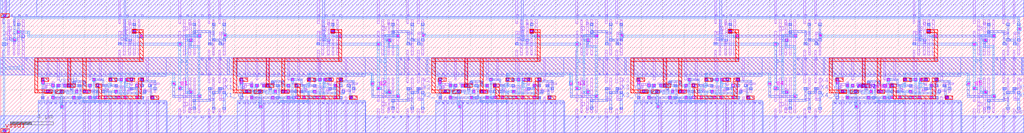
<source format=lef>
VERSION 5.7 ;
BUSBITCHARS "[]" ;
DIVIDERCHAR "/" ;

MACRO sky130_osu_ring_oscillator_mpr2aa_8_b0r1
  CLASS BLOCK ;
  ORIGIN 0 0 ;
  FOREIGN sky130_osu_ring_oscillator_mpr2aa_8_b0r1 ;
  SIZE 81.725 BY 12.46 ;
  PIN X1_Y1
    DIRECTION OUTPUT ;
    USE SIGNAL ;
    ANTENNADIFFAREA 0.4706 ;
    PORT
      LAYER mcon ;
        RECT 18.055 2.21 18.225 2.38 ;
        RECT 18.05 2.205 18.22 2.375 ;
        RECT 18.05 3.685 18.22 3.855 ;
      LAYER li1 ;
        RECT 18.055 2.21 18.225 2.38 ;
        RECT 18.05 1.865 18.22 2.375 ;
        RECT 18.05 3.685 18.22 5.155 ;
      LAYER met1 ;
        RECT 17.99 3.655 18.28 3.885 ;
        RECT 17.99 2.175 18.28 2.405 ;
        RECT 18.05 2.175 18.22 3.885 ;
    END
  END X1_Y1
  PIN X2_Y1
    DIRECTION OUTPUT ;
    USE SIGNAL ;
    ANTENNADIFFAREA 0.4706 ;
    PORT
      LAYER mcon ;
        RECT 33.835 2.21 34.005 2.38 ;
        RECT 33.83 2.205 34 2.375 ;
        RECT 33.83 3.685 34 3.855 ;
      LAYER li1 ;
        RECT 33.835 2.21 34.005 2.38 ;
        RECT 33.83 1.865 34 2.375 ;
        RECT 33.83 3.685 34 5.155 ;
      LAYER met1 ;
        RECT 33.77 3.655 34.06 3.885 ;
        RECT 33.77 2.175 34.06 2.405 ;
        RECT 33.83 2.175 34 3.885 ;
    END
  END X2_Y1
  PIN X3_Y1
    DIRECTION OUTPUT ;
    USE SIGNAL ;
    ANTENNADIFFAREA 0.4706 ;
    PORT
      LAYER mcon ;
        RECT 49.61 2.21 49.78 2.38 ;
        RECT 49.605 2.205 49.775 2.375 ;
        RECT 49.605 3.685 49.775 3.855 ;
      LAYER li1 ;
        RECT 49.61 2.21 49.78 2.38 ;
        RECT 49.605 1.865 49.775 2.375 ;
        RECT 49.605 3.685 49.775 5.155 ;
      LAYER met1 ;
        RECT 49.545 3.655 49.835 3.885 ;
        RECT 49.545 2.175 49.835 2.405 ;
        RECT 49.605 2.175 49.775 3.885 ;
    END
  END X3_Y1
  PIN X4_Y1
    DIRECTION OUTPUT ;
    USE SIGNAL ;
    ANTENNADIFFAREA 0.4706 ;
    PORT
      LAYER mcon ;
        RECT 65.395 2.21 65.565 2.38 ;
        RECT 65.39 2.205 65.56 2.375 ;
        RECT 65.39 3.685 65.56 3.855 ;
      LAYER li1 ;
        RECT 65.395 2.21 65.565 2.38 ;
        RECT 65.39 1.865 65.56 2.375 ;
        RECT 65.39 3.685 65.56 5.155 ;
      LAYER met1 ;
        RECT 65.33 3.655 65.62 3.885 ;
        RECT 65.33 2.175 65.62 2.405 ;
        RECT 65.39 2.175 65.56 3.885 ;
    END
  END X4_Y1
  PIN X5_Y1
    DIRECTION OUTPUT ;
    USE SIGNAL ;
    ANTENNADIFFAREA 0.4706 ;
    PORT
      LAYER mcon ;
        RECT 81.18 2.21 81.35 2.38 ;
        RECT 81.175 2.205 81.345 2.375 ;
        RECT 81.175 3.685 81.345 3.855 ;
      LAYER li1 ;
        RECT 81.18 2.21 81.35 2.38 ;
        RECT 81.175 1.865 81.345 2.375 ;
        RECT 81.175 3.685 81.345 5.155 ;
      LAYER met1 ;
        RECT 81.115 3.655 81.405 3.885 ;
        RECT 81.115 2.175 81.405 2.405 ;
        RECT 81.175 2.175 81.345 3.885 ;
    END
  END X5_Y1
  PIN s1
    DIRECTION INPUT ;
    USE SIGNAL ;
    ANTENNAGATEAREA 0.543 ;
    PORT
      LAYER met2 ;
        RECT 13.815 8.14 14.165 8.49 ;
        RECT 13.81 4 14.16 4.35 ;
        RECT 13.885 4 14.06 8.49 ;
      LAYER li1 ;
        RECT 13.9 2.955 14.07 4.23 ;
        RECT 13.9 8.23 14.07 9.505 ;
        RECT 9.12 8.23 9.29 9.505 ;
      LAYER met1 ;
        RECT 13.81 4.06 14.3 4.23 ;
        RECT 13.81 4 14.16 4.35 ;
        RECT 9.06 8.23 14.3 8.4 ;
        RECT 13.815 8.14 14.165 8.49 ;
        RECT 9.06 8.2 9.35 8.43 ;
      LAYER via1 ;
        RECT 13.91 4.1 14.06 4.25 ;
        RECT 13.915 8.24 14.065 8.39 ;
      LAYER mcon ;
        RECT 9.12 8.23 9.29 8.4 ;
        RECT 13.9 8.23 14.07 8.4 ;
        RECT 13.9 4.06 14.07 4.23 ;
    END
  END s1
  PIN s2
    DIRECTION INPUT ;
    USE SIGNAL ;
    ANTENNAGATEAREA 0.543 ;
    PORT
      LAYER met2 ;
        RECT 29.595 8.14 29.945 8.49 ;
        RECT 29.59 4 29.94 4.35 ;
        RECT 29.665 4 29.84 8.49 ;
      LAYER li1 ;
        RECT 29.68 2.955 29.85 4.23 ;
        RECT 29.68 8.23 29.85 9.505 ;
        RECT 24.9 8.23 25.07 9.505 ;
      LAYER met1 ;
        RECT 29.59 4.06 30.08 4.23 ;
        RECT 29.59 4 29.94 4.35 ;
        RECT 24.84 8.23 30.08 8.4 ;
        RECT 29.595 8.14 29.945 8.49 ;
        RECT 24.84 8.2 25.13 8.43 ;
      LAYER via1 ;
        RECT 29.69 4.1 29.84 4.25 ;
        RECT 29.695 8.24 29.845 8.39 ;
      LAYER mcon ;
        RECT 24.9 8.23 25.07 8.4 ;
        RECT 29.68 8.23 29.85 8.4 ;
        RECT 29.68 4.06 29.85 4.23 ;
    END
  END s2
  PIN s3
    DIRECTION INPUT ;
    USE SIGNAL ;
    ANTENNAGATEAREA 0.543 ;
    PORT
      LAYER met2 ;
        RECT 45.37 8.14 45.72 8.49 ;
        RECT 45.365 4 45.715 4.35 ;
        RECT 45.44 4 45.615 8.49 ;
      LAYER li1 ;
        RECT 45.455 2.955 45.625 4.23 ;
        RECT 45.455 8.23 45.625 9.505 ;
        RECT 40.675 8.23 40.845 9.505 ;
      LAYER met1 ;
        RECT 45.365 4.06 45.855 4.23 ;
        RECT 45.365 4 45.715 4.35 ;
        RECT 40.615 8.23 45.855 8.4 ;
        RECT 45.37 8.14 45.72 8.49 ;
        RECT 40.615 8.2 40.905 8.43 ;
      LAYER via1 ;
        RECT 45.465 4.1 45.615 4.25 ;
        RECT 45.47 8.24 45.62 8.39 ;
      LAYER mcon ;
        RECT 40.675 8.23 40.845 8.4 ;
        RECT 45.455 8.23 45.625 8.4 ;
        RECT 45.455 4.06 45.625 4.23 ;
    END
  END s3
  PIN s4
    DIRECTION INPUT ;
    USE SIGNAL ;
    ANTENNAGATEAREA 0.543 ;
    PORT
      LAYER met2 ;
        RECT 61.155 8.14 61.505 8.49 ;
        RECT 61.15 4 61.5 4.35 ;
        RECT 61.225 4 61.4 8.49 ;
      LAYER li1 ;
        RECT 61.24 2.955 61.41 4.23 ;
        RECT 61.24 8.23 61.41 9.505 ;
        RECT 56.46 8.23 56.63 9.505 ;
      LAYER met1 ;
        RECT 61.15 4.06 61.64 4.23 ;
        RECT 61.15 4 61.5 4.35 ;
        RECT 56.4 8.23 61.64 8.4 ;
        RECT 61.155 8.14 61.505 8.49 ;
        RECT 56.4 8.2 56.69 8.43 ;
      LAYER via1 ;
        RECT 61.25 4.1 61.4 4.25 ;
        RECT 61.255 8.24 61.405 8.39 ;
      LAYER mcon ;
        RECT 56.46 8.23 56.63 8.4 ;
        RECT 61.24 8.23 61.41 8.4 ;
        RECT 61.24 4.06 61.41 4.23 ;
    END
  END s4
  PIN s5
    DIRECTION INPUT ;
    USE SIGNAL ;
    ANTENNAGATEAREA 0.543 ;
    PORT
      LAYER met2 ;
        RECT 76.94 8.14 77.29 8.49 ;
        RECT 76.935 4 77.285 4.35 ;
        RECT 77.01 4 77.185 8.49 ;
      LAYER li1 ;
        RECT 77.025 2.955 77.195 4.23 ;
        RECT 77.025 8.23 77.195 9.505 ;
        RECT 72.245 8.23 72.415 9.505 ;
      LAYER met1 ;
        RECT 76.935 4.06 77.425 4.23 ;
        RECT 76.935 4 77.285 4.35 ;
        RECT 72.185 8.23 77.425 8.4 ;
        RECT 76.94 8.14 77.29 8.49 ;
        RECT 72.185 8.2 72.475 8.43 ;
      LAYER via1 ;
        RECT 77.035 4.1 77.185 4.25 ;
        RECT 77.04 8.24 77.19 8.39 ;
      LAYER mcon ;
        RECT 72.245 8.23 72.415 8.4 ;
        RECT 77.025 8.23 77.195 8.4 ;
        RECT 77.025 4.06 77.195 4.23 ;
    END
  END s5
  PIN start
    DIRECTION INPUT ;
    USE SIGNAL ;
    ANTENNAGATEAREA 0.543 ;
    PORT
      LAYER li1 ;
        RECT 0.23 8.23 0.4 9.505 ;
      LAYER met1 ;
        RECT 0.17 8.23 0.63 8.4 ;
        RECT 0.17 8.2 0.46 8.43 ;
      LAYER mcon ;
        RECT 0.23 8.23 0.4 8.4 ;
    END
  END start
  PIN vccd1
    DIRECTION INOUT ;
    USE POWER ;
    PORT
      LAYER li1 ;
        RECT 0 5.53 81.72 7.03 ;
        RECT 2.75 5.43 81.72 7.03 ;
        RECT 65.875 5.425 81.64 7.03 ;
        RECT 79.585 5.425 81.565 7.035 ;
        RECT 80.745 4.695 80.915 7.765 ;
        RECT 79.755 4.695 79.925 7.765 ;
        RECT 77.015 4.7 77.185 7.76 ;
        RECT 75.215 4.93 75.385 7.03 ;
        RECT 74.255 4.93 74.425 7.03 ;
        RECT 72.235 5.425 72.405 7.76 ;
        RECT 71.815 4.93 71.985 7.03 ;
        RECT 70.815 4.93 70.985 7.03 ;
        RECT 69.855 4.93 70.025 7.03 ;
        RECT 67.415 4.93 67.585 7.03 ;
        RECT 50.09 5.425 65.855 7.03 ;
        RECT 63.8 5.425 65.78 7.035 ;
        RECT 64.96 4.695 65.13 7.765 ;
        RECT 63.97 4.695 64.14 7.765 ;
        RECT 61.23 4.7 61.4 7.76 ;
        RECT 59.43 4.93 59.6 7.03 ;
        RECT 58.47 4.93 58.64 7.03 ;
        RECT 56.45 5.425 56.62 7.76 ;
        RECT 56.03 4.93 56.2 7.03 ;
        RECT 55.03 4.93 55.2 7.03 ;
        RECT 54.07 4.93 54.24 7.03 ;
        RECT 51.63 4.93 51.8 7.03 ;
        RECT 34.305 5.425 50.07 7.03 ;
        RECT 48.015 5.425 49.995 7.035 ;
        RECT 49.175 4.695 49.345 7.765 ;
        RECT 48.185 4.695 48.355 7.765 ;
        RECT 45.445 4.7 45.615 7.76 ;
        RECT 43.645 4.93 43.815 7.03 ;
        RECT 42.685 4.93 42.855 7.03 ;
        RECT 40.665 5.425 40.835 7.76 ;
        RECT 40.245 4.93 40.415 7.03 ;
        RECT 39.245 4.93 39.415 7.03 ;
        RECT 38.285 4.93 38.455 7.03 ;
        RECT 35.845 4.93 36.015 7.03 ;
        RECT 18.53 5.425 34.295 7.03 ;
        RECT 32.24 5.425 34.22 7.035 ;
        RECT 33.4 4.695 33.57 7.765 ;
        RECT 32.41 4.695 32.58 7.765 ;
        RECT 29.67 4.7 29.84 7.76 ;
        RECT 27.87 4.93 28.04 7.03 ;
        RECT 26.91 4.93 27.08 7.03 ;
        RECT 24.89 5.425 25.06 7.76 ;
        RECT 24.47 4.93 24.64 7.03 ;
        RECT 23.47 4.93 23.64 7.03 ;
        RECT 22.51 4.93 22.68 7.03 ;
        RECT 20.07 4.93 20.24 7.03 ;
        RECT 2.75 5.425 18.515 7.03 ;
        RECT 16.46 5.425 18.44 7.035 ;
        RECT 17.62 4.695 17.79 7.765 ;
        RECT 16.63 4.695 16.8 7.765 ;
        RECT 13.89 4.7 14.06 7.76 ;
        RECT 12.09 4.93 12.26 7.03 ;
        RECT 11.13 4.93 11.3 7.03 ;
        RECT 9.11 5.425 9.28 7.76 ;
        RECT 8.69 4.93 8.86 7.03 ;
        RECT 7.69 4.93 7.86 7.03 ;
        RECT 6.73 4.93 6.9 7.03 ;
        RECT 4.29 4.93 4.46 7.03 ;
        RECT 0.22 5.53 0.39 7.76 ;
      LAYER met1 ;
        RECT 0 5.53 81.72 7.03 ;
        RECT 2.75 5.43 81.72 7.03 ;
        RECT 65.875 5.425 81.655 7.03 ;
        RECT 79.585 5.425 81.565 7.035 ;
        RECT 66.125 5.275 75.785 7.03 ;
        RECT 50.09 5.425 65.87 7.03 ;
        RECT 63.8 5.425 65.78 7.035 ;
        RECT 50.34 5.275 60 7.03 ;
        RECT 2.75 5.425 50.085 7.03 ;
        RECT 48.015 5.425 49.995 7.035 ;
        RECT 34.555 5.275 44.215 7.03 ;
        RECT 32.24 5.425 34.22 7.035 ;
        RECT 18.78 5.275 28.44 7.03 ;
        RECT 16.46 5.425 18.44 7.035 ;
        RECT 3 5.275 12.66 7.03 ;
      LAYER mcon ;
        RECT 2.34 6.83 2.51 7 ;
        RECT 3.145 5.43 3.315 5.6 ;
        RECT 3.605 5.43 3.775 5.6 ;
        RECT 4.065 5.43 4.235 5.6 ;
        RECT 4.525 5.43 4.695 5.6 ;
        RECT 4.985 5.43 5.155 5.6 ;
        RECT 5.445 5.43 5.615 5.6 ;
        RECT 5.905 5.43 6.075 5.6 ;
        RECT 6.365 5.43 6.535 5.6 ;
        RECT 6.825 5.43 6.995 5.6 ;
        RECT 7.285 5.43 7.455 5.6 ;
        RECT 7.745 5.43 7.915 5.6 ;
        RECT 8.205 5.43 8.375 5.6 ;
        RECT 8.665 5.43 8.835 5.6 ;
        RECT 9.125 5.43 9.295 5.6 ;
        RECT 9.585 5.43 9.755 5.6 ;
        RECT 10.045 5.43 10.215 5.6 ;
        RECT 10.505 5.43 10.675 5.6 ;
        RECT 10.965 5.43 11.135 5.6 ;
        RECT 11.23 6.83 11.4 7 ;
        RECT 11.425 5.43 11.595 5.6 ;
        RECT 11.885 5.43 12.055 5.6 ;
        RECT 12.345 5.43 12.515 5.6 ;
        RECT 16.01 6.83 16.18 7 ;
        RECT 16.01 5.46 16.18 5.63 ;
        RECT 16.71 6.835 16.88 7.005 ;
        RECT 16.71 5.455 16.88 5.625 ;
        RECT 17.7 6.835 17.87 7.005 ;
        RECT 17.7 5.455 17.87 5.625 ;
        RECT 18.925 5.43 19.095 5.6 ;
        RECT 19.385 5.43 19.555 5.6 ;
        RECT 19.845 5.43 20.015 5.6 ;
        RECT 20.305 5.43 20.475 5.6 ;
        RECT 20.765 5.43 20.935 5.6 ;
        RECT 21.225 5.43 21.395 5.6 ;
        RECT 21.685 5.43 21.855 5.6 ;
        RECT 22.145 5.43 22.315 5.6 ;
        RECT 22.605 5.43 22.775 5.6 ;
        RECT 23.065 5.43 23.235 5.6 ;
        RECT 23.525 5.43 23.695 5.6 ;
        RECT 23.985 5.43 24.155 5.6 ;
        RECT 24.445 5.43 24.615 5.6 ;
        RECT 24.905 5.43 25.075 5.6 ;
        RECT 25.365 5.43 25.535 5.6 ;
        RECT 25.825 5.43 25.995 5.6 ;
        RECT 26.285 5.43 26.455 5.6 ;
        RECT 26.745 5.43 26.915 5.6 ;
        RECT 27.01 6.83 27.18 7 ;
        RECT 27.205 5.43 27.375 5.6 ;
        RECT 27.665 5.43 27.835 5.6 ;
        RECT 28.125 5.43 28.295 5.6 ;
        RECT 31.79 6.83 31.96 7 ;
        RECT 31.79 5.46 31.96 5.63 ;
        RECT 32.49 6.835 32.66 7.005 ;
        RECT 32.49 5.455 32.66 5.625 ;
        RECT 33.48 6.835 33.65 7.005 ;
        RECT 33.48 5.455 33.65 5.625 ;
        RECT 34.7 5.43 34.87 5.6 ;
        RECT 35.16 5.43 35.33 5.6 ;
        RECT 35.62 5.43 35.79 5.6 ;
        RECT 36.08 5.43 36.25 5.6 ;
        RECT 36.54 5.43 36.71 5.6 ;
        RECT 37 5.43 37.17 5.6 ;
        RECT 37.46 5.43 37.63 5.6 ;
        RECT 37.92 5.43 38.09 5.6 ;
        RECT 38.38 5.43 38.55 5.6 ;
        RECT 38.84 5.43 39.01 5.6 ;
        RECT 39.3 5.43 39.47 5.6 ;
        RECT 39.76 5.43 39.93 5.6 ;
        RECT 40.22 5.43 40.39 5.6 ;
        RECT 40.68 5.43 40.85 5.6 ;
        RECT 41.14 5.43 41.31 5.6 ;
        RECT 41.6 5.43 41.77 5.6 ;
        RECT 42.06 5.43 42.23 5.6 ;
        RECT 42.52 5.43 42.69 5.6 ;
        RECT 42.785 6.83 42.955 7 ;
        RECT 42.98 5.43 43.15 5.6 ;
        RECT 43.44 5.43 43.61 5.6 ;
        RECT 43.9 5.43 44.07 5.6 ;
        RECT 47.565 6.83 47.735 7 ;
        RECT 47.565 5.46 47.735 5.63 ;
        RECT 48.265 6.835 48.435 7.005 ;
        RECT 48.265 5.455 48.435 5.625 ;
        RECT 49.255 6.835 49.425 7.005 ;
        RECT 49.255 5.455 49.425 5.625 ;
        RECT 50.485 5.43 50.655 5.6 ;
        RECT 50.945 5.43 51.115 5.6 ;
        RECT 51.405 5.43 51.575 5.6 ;
        RECT 51.865 5.43 52.035 5.6 ;
        RECT 52.325 5.43 52.495 5.6 ;
        RECT 52.785 5.43 52.955 5.6 ;
        RECT 53.245 5.43 53.415 5.6 ;
        RECT 53.705 5.43 53.875 5.6 ;
        RECT 54.165 5.43 54.335 5.6 ;
        RECT 54.625 5.43 54.795 5.6 ;
        RECT 55.085 5.43 55.255 5.6 ;
        RECT 55.545 5.43 55.715 5.6 ;
        RECT 56.005 5.43 56.175 5.6 ;
        RECT 56.465 5.43 56.635 5.6 ;
        RECT 56.925 5.43 57.095 5.6 ;
        RECT 57.385 5.43 57.555 5.6 ;
        RECT 57.845 5.43 58.015 5.6 ;
        RECT 58.305 5.43 58.475 5.6 ;
        RECT 58.57 6.83 58.74 7 ;
        RECT 58.765 5.43 58.935 5.6 ;
        RECT 59.225 5.43 59.395 5.6 ;
        RECT 59.685 5.43 59.855 5.6 ;
        RECT 63.35 6.83 63.52 7 ;
        RECT 63.35 5.46 63.52 5.63 ;
        RECT 64.05 6.835 64.22 7.005 ;
        RECT 64.05 5.455 64.22 5.625 ;
        RECT 65.04 6.835 65.21 7.005 ;
        RECT 65.04 5.455 65.21 5.625 ;
        RECT 66.27 5.43 66.44 5.6 ;
        RECT 66.73 5.43 66.9 5.6 ;
        RECT 67.19 5.43 67.36 5.6 ;
        RECT 67.65 5.43 67.82 5.6 ;
        RECT 68.11 5.43 68.28 5.6 ;
        RECT 68.57 5.43 68.74 5.6 ;
        RECT 69.03 5.43 69.2 5.6 ;
        RECT 69.49 5.43 69.66 5.6 ;
        RECT 69.95 5.43 70.12 5.6 ;
        RECT 70.41 5.43 70.58 5.6 ;
        RECT 70.87 5.43 71.04 5.6 ;
        RECT 71.33 5.43 71.5 5.6 ;
        RECT 71.79 5.43 71.96 5.6 ;
        RECT 72.25 5.43 72.42 5.6 ;
        RECT 72.71 5.43 72.88 5.6 ;
        RECT 73.17 5.43 73.34 5.6 ;
        RECT 73.63 5.43 73.8 5.6 ;
        RECT 74.09 5.43 74.26 5.6 ;
        RECT 74.355 6.83 74.525 7 ;
        RECT 74.55 5.43 74.72 5.6 ;
        RECT 75.01 5.43 75.18 5.6 ;
        RECT 75.47 5.43 75.64 5.6 ;
        RECT 79.135 6.83 79.305 7 ;
        RECT 79.135 5.46 79.305 5.63 ;
        RECT 79.835 6.835 80.005 7.005 ;
        RECT 79.835 5.455 80.005 5.625 ;
        RECT 80.825 6.835 80.995 7.005 ;
        RECT 80.825 5.455 80.995 5.625 ;
    END
  END vccd1
  PIN vssd1
    DIRECTION INOUT ;
    USE GROUND ;
    PORT
      LAYER li1 ;
        RECT 0.03 10.86 81.725 12.445 ;
        RECT 0.03 10.86 81.72 12.46 ;
        RECT 80.745 10.235 80.915 12.46 ;
        RECT 79.755 10.235 79.925 12.46 ;
        RECT 77.015 10.23 77.185 12.46 ;
        RECT 72.235 10.23 72.405 12.46 ;
        RECT 64.96 10.235 65.13 12.46 ;
        RECT 63.97 10.235 64.14 12.46 ;
        RECT 61.23 10.23 61.4 12.46 ;
        RECT 56.45 10.23 56.62 12.46 ;
        RECT 49.175 10.235 49.345 12.46 ;
        RECT 48.185 10.235 48.355 12.46 ;
        RECT 45.445 10.23 45.615 12.46 ;
        RECT 40.665 10.23 40.835 12.46 ;
        RECT 33.4 10.235 33.57 12.46 ;
        RECT 32.41 10.235 32.58 12.46 ;
        RECT 29.67 10.23 29.84 12.46 ;
        RECT 24.89 10.23 25.06 12.46 ;
        RECT 17.62 10.235 17.79 12.46 ;
        RECT 16.63 10.235 16.8 12.46 ;
        RECT 13.89 10.23 14.06 12.46 ;
        RECT 9.11 10.23 9.28 12.46 ;
        RECT 0.22 10.23 0.39 12.46 ;
        RECT 73.24 8.36 73.41 10.31 ;
        RECT 73.185 10.14 73.355 10.59 ;
        RECT 73.185 7.3 73.355 8.53 ;
        RECT 57.455 8.36 57.625 10.31 ;
        RECT 57.4 10.14 57.57 10.59 ;
        RECT 57.4 7.3 57.57 8.53 ;
        RECT 41.67 8.36 41.84 10.31 ;
        RECT 41.615 10.14 41.785 10.59 ;
        RECT 41.615 7.3 41.785 8.53 ;
        RECT 25.895 8.36 26.065 10.31 ;
        RECT 25.84 10.14 26.01 10.59 ;
        RECT 25.84 7.3 26.01 8.53 ;
        RECT 10.115 8.36 10.285 10.31 ;
        RECT 10.06 10.14 10.23 10.59 ;
        RECT 10.06 7.3 10.23 8.53 ;
      LAYER met1 ;
        RECT 0.025 10.86 81.725 12.445 ;
        RECT 0.025 10.86 81.72 12.46 ;
        RECT 73.18 8.57 73.47 8.8 ;
        RECT 72.81 8.6 73.47 8.77 ;
        RECT 72.81 8.6 72.98 12.46 ;
        RECT 57.395 8.57 57.685 8.8 ;
        RECT 57.025 8.6 57.685 8.77 ;
        RECT 57.025 8.6 57.195 12.46 ;
        RECT 41.61 8.57 41.9 8.8 ;
        RECT 41.24 8.6 41.9 8.77 ;
        RECT 41.24 8.6 41.41 12.46 ;
        RECT 25.835 8.57 26.125 8.8 ;
        RECT 25.465 8.6 26.125 8.77 ;
        RECT 25.465 8.6 25.635 12.46 ;
        RECT 10.055 8.57 10.345 8.8 ;
        RECT 9.685 8.6 10.345 8.77 ;
        RECT 9.685 8.6 9.855 12.46 ;
      LAYER mcon ;
        RECT 0.3 10.89 0.47 11.06 ;
        RECT 0.98 10.89 1.15 11.06 ;
        RECT 1.66 10.89 1.83 11.06 ;
        RECT 2.34 10.89 2.51 11.06 ;
        RECT 9.19 10.89 9.36 11.06 ;
        RECT 9.87 10.89 10.04 11.06 ;
        RECT 10.115 8.6 10.285 8.77 ;
        RECT 10.55 10.89 10.72 11.06 ;
        RECT 11.23 10.89 11.4 11.06 ;
        RECT 13.97 10.89 14.14 11.06 ;
        RECT 14.65 10.89 14.82 11.06 ;
        RECT 15.33 10.89 15.5 11.06 ;
        RECT 16.01 10.89 16.18 11.06 ;
        RECT 16.71 10.895 16.88 11.065 ;
        RECT 17.7 10.895 17.87 11.065 ;
        RECT 24.97 10.89 25.14 11.06 ;
        RECT 25.65 10.89 25.82 11.06 ;
        RECT 25.895 8.6 26.065 8.77 ;
        RECT 26.33 10.89 26.5 11.06 ;
        RECT 27.01 10.89 27.18 11.06 ;
        RECT 29.75 10.89 29.92 11.06 ;
        RECT 30.43 10.89 30.6 11.06 ;
        RECT 31.11 10.89 31.28 11.06 ;
        RECT 31.79 10.89 31.96 11.06 ;
        RECT 32.49 10.895 32.66 11.065 ;
        RECT 33.48 10.895 33.65 11.065 ;
        RECT 40.745 10.89 40.915 11.06 ;
        RECT 41.425 10.89 41.595 11.06 ;
        RECT 41.67 8.6 41.84 8.77 ;
        RECT 42.105 10.89 42.275 11.06 ;
        RECT 42.785 10.89 42.955 11.06 ;
        RECT 45.525 10.89 45.695 11.06 ;
        RECT 46.205 10.89 46.375 11.06 ;
        RECT 46.885 10.89 47.055 11.06 ;
        RECT 47.565 10.89 47.735 11.06 ;
        RECT 48.265 10.895 48.435 11.065 ;
        RECT 49.255 10.895 49.425 11.065 ;
        RECT 56.53 10.89 56.7 11.06 ;
        RECT 57.21 10.89 57.38 11.06 ;
        RECT 57.455 8.6 57.625 8.77 ;
        RECT 57.89 10.89 58.06 11.06 ;
        RECT 58.57 10.89 58.74 11.06 ;
        RECT 61.31 10.89 61.48 11.06 ;
        RECT 61.99 10.89 62.16 11.06 ;
        RECT 62.67 10.89 62.84 11.06 ;
        RECT 63.35 10.89 63.52 11.06 ;
        RECT 64.05 10.895 64.22 11.065 ;
        RECT 65.04 10.895 65.21 11.065 ;
        RECT 72.315 10.89 72.485 11.06 ;
        RECT 72.995 10.89 73.165 11.06 ;
        RECT 73.24 8.6 73.41 8.77 ;
        RECT 73.675 10.89 73.845 11.06 ;
        RECT 74.355 10.89 74.525 11.06 ;
        RECT 77.095 10.89 77.265 11.06 ;
        RECT 77.775 10.89 77.945 11.06 ;
        RECT 78.455 10.89 78.625 11.06 ;
        RECT 79.135 10.89 79.305 11.06 ;
        RECT 79.835 10.895 80.005 11.065 ;
        RECT 80.825 10.895 80.995 11.065 ;
    END
  END vssd1
  OBS
    LAYER met3 ;
      RECT 73.515 9.325 73.885 9.695 ;
      RECT 73.555 9.005 73.89 9.37 ;
      RECT 73.555 9.005 73.94 9.315 ;
      RECT 73.555 9.005 76.345 9.31 ;
      RECT 76.04 4.145 76.345 9.31 ;
      RECT 76.005 4.145 76.375 4.515 ;
      RECT 75.265 2.11 75.57 5.315 ;
      RECT 75.015 4.27 75.57 5 ;
      RECT 75.225 2.11 75.595 2.48 ;
      RECT 71.375 3.145 71.705 4.04 ;
      RECT 70.495 3.31 70.825 4.04 ;
      RECT 71.37 3.145 71.74 3.945 ;
      RECT 74.535 3.145 74.865 3.875 ;
      RECT 74.495 3.03 74.675 3.68 ;
      RECT 70.505 3.145 74.865 3.515 ;
      RECT 70.995 4.83 71.325 5.16 ;
      RECT 69.79 4.845 71.325 5.145 ;
      RECT 69.79 3.725 70.09 5.145 ;
      RECT 69.535 3.71 69.865 4.04 ;
      RECT 57.73 9.325 58.1 9.695 ;
      RECT 57.77 9.005 58.105 9.37 ;
      RECT 57.77 9.005 58.155 9.315 ;
      RECT 57.77 9.005 60.56 9.31 ;
      RECT 60.255 4.145 60.56 9.31 ;
      RECT 60.22 4.145 60.59 4.515 ;
      RECT 59.48 2.11 59.785 5.315 ;
      RECT 59.23 4.27 59.785 5 ;
      RECT 59.44 2.11 59.81 2.48 ;
      RECT 55.59 3.145 55.92 4.04 ;
      RECT 54.71 3.31 55.04 4.04 ;
      RECT 55.585 3.145 55.955 3.945 ;
      RECT 58.75 3.145 59.08 3.875 ;
      RECT 58.71 3.03 58.89 3.68 ;
      RECT 54.72 3.145 59.08 3.515 ;
      RECT 55.21 4.83 55.54 5.16 ;
      RECT 54.005 4.845 55.54 5.145 ;
      RECT 54.005 3.725 54.305 5.145 ;
      RECT 53.75 3.71 54.08 4.04 ;
      RECT 41.945 9.325 42.315 9.695 ;
      RECT 41.985 9.005 42.32 9.37 ;
      RECT 41.985 9.005 42.37 9.315 ;
      RECT 41.985 9.005 44.775 9.31 ;
      RECT 44.47 4.145 44.775 9.31 ;
      RECT 44.435 4.145 44.805 4.515 ;
      RECT 43.695 2.11 44 5.315 ;
      RECT 43.445 4.27 44 5 ;
      RECT 43.655 2.11 44.025 2.48 ;
      RECT 39.805 3.145 40.135 4.04 ;
      RECT 38.925 3.31 39.255 4.04 ;
      RECT 39.8 3.145 40.17 3.945 ;
      RECT 42.965 3.145 43.295 3.875 ;
      RECT 42.925 3.03 43.105 3.68 ;
      RECT 38.935 3.145 43.295 3.515 ;
      RECT 39.425 4.83 39.755 5.16 ;
      RECT 38.22 4.845 39.755 5.145 ;
      RECT 38.22 3.725 38.52 5.145 ;
      RECT 37.965 3.71 38.295 4.04 ;
      RECT 26.17 9.325 26.54 9.695 ;
      RECT 26.21 9.005 26.545 9.37 ;
      RECT 26.21 9.005 26.595 9.315 ;
      RECT 26.21 9.005 29 9.31 ;
      RECT 28.695 4.145 29 9.31 ;
      RECT 28.66 4.145 29.03 4.515 ;
      RECT 27.92 2.11 28.225 5.315 ;
      RECT 27.67 4.27 28.225 5 ;
      RECT 27.88 2.11 28.25 2.48 ;
      RECT 24.03 3.145 24.36 4.04 ;
      RECT 23.15 3.31 23.48 4.04 ;
      RECT 24.025 3.145 24.395 3.945 ;
      RECT 27.19 3.145 27.52 3.875 ;
      RECT 27.15 3.03 27.33 3.68 ;
      RECT 23.16 3.145 27.52 3.515 ;
      RECT 23.65 4.83 23.98 5.16 ;
      RECT 22.445 4.845 23.98 5.145 ;
      RECT 22.445 3.725 22.745 5.145 ;
      RECT 22.19 3.71 22.52 4.04 ;
      RECT 10.39 9.325 10.76 9.695 ;
      RECT 10.43 9.005 10.765 9.37 ;
      RECT 10.43 9.005 10.815 9.315 ;
      RECT 10.43 9.005 13.22 9.31 ;
      RECT 12.915 4.145 13.22 9.31 ;
      RECT 12.88 4.145 13.25 4.515 ;
      RECT 12.14 2.11 12.445 5.315 ;
      RECT 11.89 4.27 12.445 5 ;
      RECT 12.1 2.11 12.47 2.48 ;
      RECT 8.25 3.145 8.58 4.04 ;
      RECT 7.37 3.31 7.7 4.04 ;
      RECT 8.245 3.145 8.615 3.945 ;
      RECT 11.41 3.145 11.74 3.875 ;
      RECT 11.37 3.03 11.55 3.68 ;
      RECT 7.38 3.145 11.74 3.515 ;
      RECT 7.87 4.83 8.2 5.16 ;
      RECT 6.665 4.845 8.2 5.145 ;
      RECT 6.665 3.725 6.965 5.145 ;
      RECT 6.41 3.71 6.74 4.04 ;
      RECT 72.935 3.87 73.265 4.6 ;
      RECT 68.815 3.71 69.145 4.44 ;
      RECT 67.815 3.15 68.145 3.88 ;
      RECT 66.375 3.87 66.705 4.6 ;
      RECT 57.15 3.87 57.48 4.6 ;
      RECT 53.03 3.71 53.36 4.44 ;
      RECT 52.03 3.15 52.36 3.88 ;
      RECT 50.59 3.87 50.92 4.6 ;
      RECT 41.365 3.87 41.695 4.6 ;
      RECT 37.245 3.71 37.575 4.44 ;
      RECT 36.245 3.15 36.575 3.88 ;
      RECT 34.805 3.87 35.135 4.6 ;
      RECT 25.59 3.87 25.92 4.6 ;
      RECT 21.47 3.71 21.8 4.44 ;
      RECT 20.47 3.15 20.8 3.88 ;
      RECT 19.03 3.87 19.36 4.6 ;
      RECT 9.81 3.87 10.14 4.6 ;
      RECT 5.69 3.71 6.02 4.44 ;
      RECT 4.69 3.15 5.02 3.88 ;
      RECT 3.25 3.87 3.58 4.6 ;
    LAYER via2 ;
      RECT 76.09 4.23 76.29 4.43 ;
      RECT 75.31 2.195 75.51 2.395 ;
      RECT 75.08 4.335 75.28 4.535 ;
      RECT 74.6 3.61 74.8 3.81 ;
      RECT 73.6 9.41 73.8 9.61 ;
      RECT 73 4.335 73.2 4.535 ;
      RECT 71.44 3.775 71.64 3.975 ;
      RECT 71.06 4.895 71.26 5.095 ;
      RECT 70.56 3.775 70.76 3.975 ;
      RECT 69.6 3.775 69.8 3.975 ;
      RECT 68.88 3.775 69.08 3.975 ;
      RECT 67.88 3.215 68.08 3.415 ;
      RECT 66.44 4.335 66.64 4.535 ;
      RECT 60.305 4.23 60.505 4.43 ;
      RECT 59.525 2.195 59.725 2.395 ;
      RECT 59.295 4.335 59.495 4.535 ;
      RECT 58.815 3.61 59.015 3.81 ;
      RECT 57.815 9.41 58.015 9.61 ;
      RECT 57.215 4.335 57.415 4.535 ;
      RECT 55.655 3.775 55.855 3.975 ;
      RECT 55.275 4.895 55.475 5.095 ;
      RECT 54.775 3.775 54.975 3.975 ;
      RECT 53.815 3.775 54.015 3.975 ;
      RECT 53.095 3.775 53.295 3.975 ;
      RECT 52.095 3.215 52.295 3.415 ;
      RECT 50.655 4.335 50.855 4.535 ;
      RECT 44.52 4.23 44.72 4.43 ;
      RECT 43.74 2.195 43.94 2.395 ;
      RECT 43.51 4.335 43.71 4.535 ;
      RECT 43.03 3.61 43.23 3.81 ;
      RECT 42.03 9.41 42.23 9.61 ;
      RECT 41.43 4.335 41.63 4.535 ;
      RECT 39.87 3.775 40.07 3.975 ;
      RECT 39.49 4.895 39.69 5.095 ;
      RECT 38.99 3.775 39.19 3.975 ;
      RECT 38.03 3.775 38.23 3.975 ;
      RECT 37.31 3.775 37.51 3.975 ;
      RECT 36.31 3.215 36.51 3.415 ;
      RECT 34.87 4.335 35.07 4.535 ;
      RECT 28.745 4.23 28.945 4.43 ;
      RECT 27.965 2.195 28.165 2.395 ;
      RECT 27.735 4.335 27.935 4.535 ;
      RECT 27.255 3.61 27.455 3.81 ;
      RECT 26.255 9.41 26.455 9.61 ;
      RECT 25.655 4.335 25.855 4.535 ;
      RECT 24.095 3.775 24.295 3.975 ;
      RECT 23.715 4.895 23.915 5.095 ;
      RECT 23.215 3.775 23.415 3.975 ;
      RECT 22.255 3.775 22.455 3.975 ;
      RECT 21.535 3.775 21.735 3.975 ;
      RECT 20.535 3.215 20.735 3.415 ;
      RECT 19.095 4.335 19.295 4.535 ;
      RECT 12.965 4.23 13.165 4.43 ;
      RECT 12.185 2.195 12.385 2.395 ;
      RECT 11.955 4.335 12.155 4.535 ;
      RECT 11.475 3.61 11.675 3.81 ;
      RECT 10.475 9.41 10.675 9.61 ;
      RECT 9.875 4.335 10.075 4.535 ;
      RECT 8.315 3.775 8.515 3.975 ;
      RECT 7.935 4.895 8.135 5.095 ;
      RECT 7.435 3.775 7.635 3.975 ;
      RECT 6.475 3.775 6.675 3.975 ;
      RECT 5.755 3.775 5.955 3.975 ;
      RECT 4.755 3.215 4.955 3.415 ;
      RECT 3.315 4.335 3.515 4.535 ;
    LAYER met2 ;
      RECT 1.23 10.685 81.35 10.855 ;
      RECT 81.18 9.56 81.35 10.855 ;
      RECT 1.23 8.54 1.4 10.855 ;
      RECT 81.15 9.56 81.5 9.91 ;
      RECT 1.165 8.54 1.455 8.89 ;
      RECT 77.99 8.505 78.31 8.83 ;
      RECT 78.02 7.98 78.19 8.83 ;
      RECT 78.02 7.98 78.195 8.33 ;
      RECT 78.02 7.98 78.995 8.155 ;
      RECT 78.82 3.26 78.995 8.155 ;
      RECT 78.765 3.26 79.115 3.61 ;
      RECT 78.79 8.94 79.115 9.265 ;
      RECT 77.675 9.03 79.115 9.2 ;
      RECT 77.675 3.69 77.835 9.2 ;
      RECT 77.99 3.66 78.31 3.98 ;
      RECT 77.675 3.69 78.31 3.86 ;
      RECT 67.76 3.215 68.02 3.475 ;
      RECT 67.815 3.175 68.12 3.455 ;
      RECT 67.815 2.715 67.99 3.475 ;
      RECT 76.33 2.635 76.68 2.985 ;
      RECT 67.815 2.715 76.68 2.89 ;
      RECT 76.005 4.145 76.375 4.515 ;
      RECT 76.09 3.53 76.26 4.515 ;
      RECT 72.11 3.75 72.345 4.01 ;
      RECT 75.255 3.53 75.42 3.79 ;
      RECT 75.16 3.52 75.175 3.79 ;
      RECT 75.255 3.53 76.26 3.71 ;
      RECT 73.76 3.09 73.8 3.23 ;
      RECT 75.175 3.525 75.255 3.79 ;
      RECT 75.12 3.52 75.16 3.756 ;
      RECT 75.106 3.52 75.12 3.756 ;
      RECT 75.02 3.525 75.106 3.758 ;
      RECT 74.975 3.532 75.02 3.76 ;
      RECT 74.945 3.532 74.975 3.762 ;
      RECT 74.92 3.527 74.945 3.764 ;
      RECT 74.89 3.523 74.92 3.773 ;
      RECT 74.88 3.52 74.89 3.785 ;
      RECT 74.875 3.52 74.88 3.793 ;
      RECT 74.87 3.52 74.875 3.798 ;
      RECT 74.86 3.519 74.87 3.808 ;
      RECT 74.855 3.518 74.86 3.818 ;
      RECT 74.84 3.517 74.855 3.823 ;
      RECT 74.812 3.514 74.84 3.85 ;
      RECT 74.726 3.506 74.812 3.85 ;
      RECT 74.64 3.495 74.726 3.85 ;
      RECT 74.6 3.48 74.64 3.85 ;
      RECT 74.56 3.454 74.6 3.85 ;
      RECT 74.555 3.436 74.56 3.662 ;
      RECT 74.545 3.432 74.555 3.652 ;
      RECT 74.53 3.422 74.545 3.639 ;
      RECT 74.51 3.406 74.53 3.624 ;
      RECT 74.495 3.391 74.51 3.609 ;
      RECT 74.485 3.38 74.495 3.599 ;
      RECT 74.46 3.364 74.485 3.588 ;
      RECT 74.455 3.351 74.46 3.578 ;
      RECT 74.45 3.347 74.455 3.573 ;
      RECT 74.395 3.333 74.45 3.551 ;
      RECT 74.356 3.314 74.395 3.515 ;
      RECT 74.27 3.288 74.356 3.468 ;
      RECT 74.266 3.27 74.27 3.434 ;
      RECT 74.18 3.251 74.266 3.412 ;
      RECT 74.175 3.233 74.18 3.39 ;
      RECT 74.17 3.231 74.175 3.388 ;
      RECT 74.16 3.23 74.17 3.383 ;
      RECT 74.1 3.217 74.16 3.369 ;
      RECT 74.055 3.195 74.1 3.348 ;
      RECT 73.995 3.172 74.055 3.327 ;
      RECT 73.931 3.147 73.995 3.302 ;
      RECT 73.845 3.117 73.931 3.271 ;
      RECT 73.83 3.097 73.845 3.25 ;
      RECT 73.8 3.092 73.83 3.241 ;
      RECT 73.747 3.09 73.76 3.23 ;
      RECT 73.661 3.09 73.747 3.232 ;
      RECT 73.575 3.09 73.661 3.234 ;
      RECT 73.555 3.09 73.575 3.238 ;
      RECT 73.51 3.092 73.555 3.249 ;
      RECT 73.47 3.102 73.51 3.265 ;
      RECT 73.466 3.111 73.47 3.273 ;
      RECT 73.38 3.131 73.466 3.289 ;
      RECT 73.37 3.15 73.38 3.307 ;
      RECT 73.365 3.152 73.37 3.31 ;
      RECT 73.355 3.156 73.365 3.313 ;
      RECT 73.335 3.161 73.355 3.323 ;
      RECT 73.305 3.171 73.335 3.343 ;
      RECT 73.3 3.178 73.305 3.357 ;
      RECT 73.29 3.182 73.3 3.364 ;
      RECT 73.275 3.19 73.29 3.375 ;
      RECT 73.265 3.2 73.275 3.386 ;
      RECT 73.255 3.207 73.265 3.394 ;
      RECT 73.23 3.22 73.255 3.409 ;
      RECT 73.166 3.256 73.23 3.448 ;
      RECT 73.08 3.319 73.166 3.512 ;
      RECT 73.045 3.37 73.08 3.565 ;
      RECT 73.04 3.387 73.045 3.582 ;
      RECT 73.025 3.396 73.04 3.589 ;
      RECT 73.005 3.411 73.025 3.603 ;
      RECT 73 3.422 73.005 3.613 ;
      RECT 72.98 3.435 73 3.623 ;
      RECT 72.975 3.445 72.98 3.633 ;
      RECT 72.96 3.45 72.975 3.642 ;
      RECT 72.95 3.46 72.96 3.653 ;
      RECT 72.92 3.477 72.95 3.67 ;
      RECT 72.91 3.495 72.92 3.688 ;
      RECT 72.895 3.506 72.91 3.699 ;
      RECT 72.855 3.53 72.895 3.715 ;
      RECT 72.82 3.564 72.855 3.732 ;
      RECT 72.79 3.587 72.82 3.744 ;
      RECT 72.775 3.597 72.79 3.753 ;
      RECT 72.735 3.607 72.775 3.764 ;
      RECT 72.715 3.618 72.735 3.776 ;
      RECT 72.71 3.622 72.715 3.783 ;
      RECT 72.695 3.626 72.71 3.788 ;
      RECT 72.685 3.631 72.695 3.793 ;
      RECT 72.68 3.634 72.685 3.796 ;
      RECT 72.65 3.64 72.68 3.803 ;
      RECT 72.615 3.65 72.65 3.817 ;
      RECT 72.555 3.665 72.615 3.837 ;
      RECT 72.5 3.685 72.555 3.861 ;
      RECT 72.471 3.7 72.5 3.879 ;
      RECT 72.385 3.72 72.471 3.904 ;
      RECT 72.38 3.735 72.385 3.924 ;
      RECT 72.37 3.738 72.38 3.925 ;
      RECT 72.345 3.745 72.37 4.01 ;
      RECT 75.04 4.238 75.32 4.575 ;
      RECT 75.04 4.248 75.325 4.533 ;
      RECT 75.04 4.257 75.33 4.43 ;
      RECT 75.04 4.272 75.335 4.298 ;
      RECT 75.04 4.1 75.3 4.575 ;
      RECT 65.34 8.94 65.69 9.29 ;
      RECT 74.165 8.895 74.515 9.245 ;
      RECT 65.34 8.97 74.515 9.17 ;
      RECT 72.76 4.98 72.77 5.17 ;
      RECT 71.02 4.855 71.3 5.135 ;
      RECT 74.065 3.795 74.07 4.28 ;
      RECT 73.96 3.795 74.02 4.055 ;
      RECT 74.285 4.765 74.29 4.84 ;
      RECT 74.275 4.632 74.285 4.875 ;
      RECT 74.265 4.467 74.275 4.896 ;
      RECT 74.26 4.337 74.265 4.912 ;
      RECT 74.25 4.227 74.26 4.928 ;
      RECT 74.245 4.126 74.25 4.945 ;
      RECT 74.24 4.108 74.245 4.955 ;
      RECT 74.235 4.09 74.24 4.965 ;
      RECT 74.225 4.065 74.235 4.98 ;
      RECT 74.22 4.045 74.225 4.995 ;
      RECT 74.2 3.795 74.22 5.02 ;
      RECT 74.185 3.795 74.2 5.053 ;
      RECT 74.155 3.795 74.185 5.075 ;
      RECT 74.135 3.795 74.155 5.089 ;
      RECT 74.115 3.795 74.135 4.605 ;
      RECT 74.13 4.672 74.135 5.094 ;
      RECT 74.125 4.702 74.13 5.096 ;
      RECT 74.12 4.715 74.125 5.099 ;
      RECT 74.115 4.725 74.12 5.103 ;
      RECT 74.11 3.795 74.115 4.523 ;
      RECT 74.11 4.735 74.115 5.105 ;
      RECT 74.105 3.795 74.11 4.5 ;
      RECT 74.095 4.757 74.11 5.105 ;
      RECT 74.09 3.795 74.105 4.445 ;
      RECT 74.085 4.782 74.095 5.105 ;
      RECT 74.085 3.795 74.09 4.39 ;
      RECT 74.075 3.795 74.085 4.338 ;
      RECT 74.08 4.795 74.085 5.106 ;
      RECT 74.075 4.807 74.08 5.107 ;
      RECT 74.07 3.795 74.075 4.298 ;
      RECT 74.07 4.82 74.075 5.108 ;
      RECT 74.055 4.835 74.07 5.109 ;
      RECT 74.06 3.795 74.065 4.26 ;
      RECT 74.055 3.795 74.06 4.225 ;
      RECT 74.05 3.795 74.055 4.2 ;
      RECT 74.045 4.862 74.055 5.111 ;
      RECT 74.04 3.795 74.05 4.158 ;
      RECT 74.04 4.88 74.045 5.112 ;
      RECT 74.035 3.795 74.04 4.118 ;
      RECT 74.035 4.887 74.04 5.113 ;
      RECT 74.03 3.795 74.035 4.09 ;
      RECT 74.025 4.905 74.035 5.114 ;
      RECT 74.02 3.795 74.03 4.07 ;
      RECT 74.015 4.925 74.025 5.116 ;
      RECT 74.005 4.942 74.015 5.117 ;
      RECT 73.97 4.965 74.005 5.12 ;
      RECT 73.915 4.983 73.97 5.126 ;
      RECT 73.829 4.991 73.915 5.135 ;
      RECT 73.743 5.002 73.829 5.146 ;
      RECT 73.657 5.012 73.743 5.157 ;
      RECT 73.571 5.022 73.657 5.169 ;
      RECT 73.485 5.032 73.571 5.18 ;
      RECT 73.465 5.038 73.485 5.186 ;
      RECT 73.385 5.04 73.465 5.19 ;
      RECT 73.38 5.039 73.385 5.195 ;
      RECT 73.372 5.038 73.38 5.195 ;
      RECT 73.286 5.034 73.372 5.193 ;
      RECT 73.2 5.026 73.286 5.19 ;
      RECT 73.114 5.017 73.2 5.186 ;
      RECT 73.028 5.009 73.114 5.183 ;
      RECT 72.942 5.001 73.028 5.179 ;
      RECT 72.856 4.992 72.942 5.176 ;
      RECT 72.77 4.984 72.856 5.172 ;
      RECT 72.715 4.977 72.76 5.17 ;
      RECT 72.63 4.97 72.715 5.168 ;
      RECT 72.556 4.962 72.63 5.164 ;
      RECT 72.47 4.954 72.556 5.161 ;
      RECT 72.467 4.95 72.47 5.159 ;
      RECT 72.381 4.946 72.467 5.158 ;
      RECT 72.295 4.938 72.381 5.155 ;
      RECT 72.21 4.933 72.295 5.152 ;
      RECT 72.124 4.93 72.21 5.149 ;
      RECT 72.038 4.928 72.124 5.146 ;
      RECT 71.952 4.925 72.038 5.143 ;
      RECT 71.866 4.922 71.952 5.14 ;
      RECT 71.78 4.919 71.866 5.137 ;
      RECT 71.704 4.917 71.78 5.134 ;
      RECT 71.618 4.914 71.704 5.131 ;
      RECT 71.532 4.911 71.618 5.129 ;
      RECT 71.446 4.909 71.532 5.126 ;
      RECT 71.36 4.906 71.446 5.123 ;
      RECT 71.3 4.897 71.36 5.121 ;
      RECT 73.81 4.515 73.885 4.775 ;
      RECT 73.79 4.495 73.795 4.775 ;
      RECT 73.11 4.28 73.215 4.575 ;
      RECT 67.555 4.255 67.625 4.515 ;
      RECT 73.45 4.13 73.455 4.501 ;
      RECT 73.44 4.185 73.445 4.501 ;
      RECT 73.745 3.355 73.805 3.615 ;
      RECT 73.8 4.51 73.81 4.775 ;
      RECT 73.795 4.5 73.8 4.775 ;
      RECT 73.715 4.447 73.79 4.775 ;
      RECT 73.74 3.355 73.745 3.635 ;
      RECT 73.73 3.355 73.74 3.655 ;
      RECT 73.715 3.355 73.73 3.685 ;
      RECT 73.7 3.355 73.715 3.728 ;
      RECT 73.695 4.39 73.715 4.775 ;
      RECT 73.685 3.355 73.7 3.765 ;
      RECT 73.68 4.37 73.695 4.775 ;
      RECT 73.68 3.355 73.685 3.788 ;
      RECT 73.67 3.355 73.68 3.813 ;
      RECT 73.64 4.337 73.68 4.775 ;
      RECT 73.645 3.355 73.67 3.863 ;
      RECT 73.64 3.355 73.645 3.918 ;
      RECT 73.635 3.355 73.64 3.96 ;
      RECT 73.625 4.3 73.64 4.775 ;
      RECT 73.63 3.355 73.635 4.003 ;
      RECT 73.625 3.355 73.63 4.068 ;
      RECT 73.62 3.355 73.625 4.09 ;
      RECT 73.62 4.288 73.625 4.64 ;
      RECT 73.615 3.355 73.62 4.158 ;
      RECT 73.615 4.28 73.62 4.623 ;
      RECT 73.61 3.355 73.615 4.203 ;
      RECT 73.605 4.262 73.615 4.6 ;
      RECT 73.605 3.355 73.61 4.24 ;
      RECT 73.595 3.355 73.605 4.58 ;
      RECT 73.59 3.355 73.595 4.563 ;
      RECT 73.585 3.355 73.59 4.548 ;
      RECT 73.58 3.355 73.585 4.533 ;
      RECT 73.56 3.355 73.58 4.523 ;
      RECT 73.555 3.355 73.56 4.513 ;
      RECT 73.545 3.355 73.555 4.509 ;
      RECT 73.54 3.632 73.545 4.508 ;
      RECT 73.535 3.655 73.54 4.507 ;
      RECT 73.53 3.685 73.535 4.506 ;
      RECT 73.525 3.712 73.53 4.505 ;
      RECT 73.52 3.74 73.525 4.505 ;
      RECT 73.515 3.767 73.52 4.505 ;
      RECT 73.51 3.787 73.515 4.505 ;
      RECT 73.505 3.815 73.51 4.505 ;
      RECT 73.495 3.857 73.505 4.505 ;
      RECT 73.485 3.902 73.495 4.504 ;
      RECT 73.48 3.955 73.485 4.503 ;
      RECT 73.475 3.987 73.48 4.502 ;
      RECT 73.47 4.007 73.475 4.501 ;
      RECT 73.465 4.045 73.47 4.501 ;
      RECT 73.46 4.067 73.465 4.501 ;
      RECT 73.455 4.092 73.46 4.501 ;
      RECT 73.445 4.157 73.45 4.501 ;
      RECT 73.43 4.217 73.44 4.501 ;
      RECT 73.415 4.227 73.43 4.501 ;
      RECT 73.395 4.237 73.415 4.501 ;
      RECT 73.365 4.242 73.395 4.498 ;
      RECT 73.305 4.252 73.365 4.495 ;
      RECT 73.285 4.261 73.305 4.5 ;
      RECT 73.26 4.267 73.285 4.513 ;
      RECT 73.24 4.272 73.26 4.528 ;
      RECT 73.215 4.277 73.24 4.575 ;
      RECT 73.086 4.279 73.11 4.575 ;
      RECT 73 4.274 73.086 4.575 ;
      RECT 72.96 4.271 73 4.575 ;
      RECT 72.91 4.273 72.96 4.555 ;
      RECT 72.88 4.277 72.91 4.555 ;
      RECT 72.801 4.287 72.88 4.555 ;
      RECT 72.715 4.302 72.801 4.556 ;
      RECT 72.665 4.312 72.715 4.557 ;
      RECT 72.657 4.315 72.665 4.557 ;
      RECT 72.571 4.317 72.657 4.558 ;
      RECT 72.485 4.321 72.571 4.558 ;
      RECT 72.399 4.325 72.485 4.559 ;
      RECT 72.313 4.328 72.399 4.56 ;
      RECT 72.227 4.332 72.313 4.56 ;
      RECT 72.141 4.336 72.227 4.561 ;
      RECT 72.055 4.339 72.141 4.562 ;
      RECT 71.969 4.343 72.055 4.562 ;
      RECT 71.883 4.347 71.969 4.563 ;
      RECT 71.797 4.351 71.883 4.564 ;
      RECT 71.711 4.354 71.797 4.564 ;
      RECT 71.625 4.358 71.711 4.565 ;
      RECT 71.595 4.36 71.625 4.565 ;
      RECT 71.509 4.363 71.595 4.566 ;
      RECT 71.423 4.367 71.509 4.567 ;
      RECT 71.337 4.371 71.423 4.568 ;
      RECT 71.251 4.374 71.337 4.568 ;
      RECT 71.165 4.378 71.251 4.569 ;
      RECT 71.13 4.383 71.165 4.57 ;
      RECT 71.075 4.393 71.13 4.577 ;
      RECT 71.05 4.405 71.075 4.587 ;
      RECT 71.015 4.418 71.05 4.595 ;
      RECT 70.975 4.435 71.015 4.618 ;
      RECT 70.955 4.448 70.975 4.645 ;
      RECT 70.925 4.46 70.955 4.673 ;
      RECT 70.92 4.468 70.925 4.693 ;
      RECT 70.915 4.471 70.92 4.703 ;
      RECT 70.865 4.483 70.915 4.737 ;
      RECT 70.855 4.498 70.865 4.77 ;
      RECT 70.845 4.504 70.855 4.783 ;
      RECT 70.835 4.511 70.845 4.795 ;
      RECT 70.81 4.524 70.835 4.813 ;
      RECT 70.795 4.539 70.81 4.835 ;
      RECT 70.785 4.547 70.795 4.851 ;
      RECT 70.77 4.556 70.785 4.866 ;
      RECT 70.76 4.566 70.77 4.88 ;
      RECT 70.741 4.579 70.76 4.897 ;
      RECT 70.655 4.624 70.741 4.962 ;
      RECT 70.64 4.669 70.655 5.02 ;
      RECT 70.635 4.678 70.64 5.033 ;
      RECT 70.625 4.685 70.635 5.038 ;
      RECT 70.62 4.69 70.625 5.042 ;
      RECT 70.6 4.7 70.62 5.049 ;
      RECT 70.575 4.72 70.6 5.063 ;
      RECT 70.54 4.745 70.575 5.083 ;
      RECT 70.525 4.768 70.54 5.098 ;
      RECT 70.515 4.778 70.525 5.103 ;
      RECT 70.505 4.786 70.515 5.11 ;
      RECT 70.495 4.795 70.505 5.116 ;
      RECT 70.475 4.807 70.495 5.118 ;
      RECT 70.465 4.82 70.475 5.12 ;
      RECT 70.44 4.835 70.465 5.123 ;
      RECT 70.42 4.852 70.44 5.127 ;
      RECT 70.38 4.88 70.42 5.133 ;
      RECT 70.315 4.927 70.38 5.142 ;
      RECT 70.3 4.96 70.315 5.15 ;
      RECT 70.295 4.967 70.3 5.152 ;
      RECT 70.245 4.992 70.295 5.157 ;
      RECT 70.23 5.016 70.245 5.164 ;
      RECT 70.18 5.021 70.23 5.165 ;
      RECT 70.094 5.025 70.18 5.165 ;
      RECT 70.008 5.025 70.094 5.165 ;
      RECT 69.922 5.025 70.008 5.166 ;
      RECT 69.836 5.025 69.922 5.166 ;
      RECT 69.75 5.025 69.836 5.166 ;
      RECT 69.684 5.025 69.75 5.166 ;
      RECT 69.598 5.025 69.684 5.167 ;
      RECT 69.512 5.025 69.598 5.167 ;
      RECT 69.426 5.026 69.512 5.168 ;
      RECT 69.34 5.026 69.426 5.168 ;
      RECT 69.254 5.026 69.34 5.168 ;
      RECT 69.168 5.026 69.254 5.169 ;
      RECT 69.082 5.026 69.168 5.169 ;
      RECT 68.996 5.027 69.082 5.17 ;
      RECT 68.91 5.027 68.996 5.17 ;
      RECT 68.89 5.027 68.91 5.17 ;
      RECT 68.804 5.027 68.89 5.17 ;
      RECT 68.718 5.027 68.804 5.17 ;
      RECT 68.632 5.028 68.718 5.17 ;
      RECT 68.546 5.028 68.632 5.17 ;
      RECT 68.46 5.028 68.546 5.17 ;
      RECT 68.374 5.029 68.46 5.17 ;
      RECT 68.288 5.029 68.374 5.17 ;
      RECT 68.202 5.029 68.288 5.17 ;
      RECT 68.116 5.029 68.202 5.17 ;
      RECT 68.03 5.03 68.116 5.17 ;
      RECT 67.98 5.027 68.03 5.17 ;
      RECT 67.97 5.025 67.98 5.169 ;
      RECT 67.966 5.025 67.97 5.168 ;
      RECT 67.88 5.02 67.966 5.163 ;
      RECT 67.858 5.013 67.88 5.157 ;
      RECT 67.772 5.004 67.858 5.151 ;
      RECT 67.686 4.991 67.772 5.142 ;
      RECT 67.6 4.977 67.686 5.132 ;
      RECT 67.555 4.967 67.6 5.125 ;
      RECT 67.535 4.255 67.555 4.533 ;
      RECT 67.535 4.96 67.555 5.121 ;
      RECT 67.505 4.255 67.535 4.555 ;
      RECT 67.495 4.927 67.535 5.118 ;
      RECT 67.49 4.255 67.505 4.575 ;
      RECT 67.49 4.892 67.495 5.116 ;
      RECT 67.485 4.255 67.49 4.7 ;
      RECT 67.485 4.852 67.49 5.116 ;
      RECT 67.475 4.255 67.485 5.116 ;
      RECT 67.4 4.255 67.475 5.11 ;
      RECT 67.37 4.255 67.4 5.1 ;
      RECT 67.365 4.255 67.37 5.092 ;
      RECT 67.36 4.297 67.365 5.085 ;
      RECT 67.35 4.366 67.36 5.076 ;
      RECT 67.345 4.436 67.35 5.028 ;
      RECT 67.34 4.5 67.345 4.925 ;
      RECT 67.335 4.535 67.34 4.88 ;
      RECT 67.333 4.572 67.335 4.772 ;
      RECT 67.33 4.58 67.333 4.765 ;
      RECT 67.325 4.645 67.33 4.708 ;
      RECT 71.4 3.735 71.68 4.015 ;
      RECT 71.39 3.735 71.68 3.878 ;
      RECT 71.345 3.6 71.605 3.86 ;
      RECT 71.345 3.715 71.66 3.86 ;
      RECT 71.345 3.685 71.655 3.86 ;
      RECT 71.345 3.672 71.645 3.86 ;
      RECT 71.345 3.662 71.64 3.86 ;
      RECT 67.32 3.645 67.58 3.905 ;
      RECT 71.09 3.195 71.35 3.455 ;
      RECT 71.08 3.22 71.35 3.415 ;
      RECT 71.075 3.22 71.08 3.414 ;
      RECT 71.005 3.215 71.075 3.406 ;
      RECT 70.92 3.202 71.005 3.389 ;
      RECT 70.916 3.194 70.92 3.379 ;
      RECT 70.83 3.187 70.916 3.369 ;
      RECT 70.821 3.179 70.83 3.359 ;
      RECT 70.735 3.172 70.821 3.347 ;
      RECT 70.715 3.163 70.735 3.333 ;
      RECT 70.66 3.158 70.715 3.325 ;
      RECT 70.65 3.152 70.66 3.319 ;
      RECT 70.63 3.15 70.65 3.315 ;
      RECT 70.622 3.149 70.63 3.311 ;
      RECT 70.536 3.141 70.622 3.3 ;
      RECT 70.45 3.127 70.536 3.28 ;
      RECT 70.39 3.115 70.45 3.265 ;
      RECT 70.38 3.11 70.39 3.26 ;
      RECT 70.33 3.11 70.38 3.262 ;
      RECT 70.283 3.112 70.33 3.266 ;
      RECT 70.197 3.119 70.283 3.271 ;
      RECT 70.111 3.127 70.197 3.277 ;
      RECT 70.025 3.136 70.111 3.283 ;
      RECT 69.966 3.142 70.025 3.288 ;
      RECT 69.88 3.147 69.966 3.294 ;
      RECT 69.805 3.152 69.88 3.3 ;
      RECT 69.766 3.154 69.805 3.305 ;
      RECT 69.68 3.151 69.766 3.31 ;
      RECT 69.595 3.149 69.68 3.317 ;
      RECT 69.563 3.148 69.595 3.32 ;
      RECT 69.477 3.147 69.563 3.321 ;
      RECT 69.391 3.146 69.477 3.322 ;
      RECT 69.305 3.145 69.391 3.322 ;
      RECT 69.219 3.144 69.305 3.323 ;
      RECT 69.133 3.143 69.219 3.324 ;
      RECT 69.047 3.142 69.133 3.325 ;
      RECT 68.961 3.141 69.047 3.325 ;
      RECT 68.875 3.14 68.961 3.326 ;
      RECT 68.825 3.14 68.875 3.327 ;
      RECT 68.811 3.141 68.825 3.327 ;
      RECT 68.725 3.148 68.811 3.328 ;
      RECT 68.651 3.159 68.725 3.329 ;
      RECT 68.565 3.168 68.651 3.33 ;
      RECT 68.53 3.175 68.565 3.345 ;
      RECT 68.505 3.178 68.53 3.375 ;
      RECT 68.48 3.187 68.505 3.404 ;
      RECT 68.47 3.198 68.48 3.424 ;
      RECT 68.46 3.206 68.47 3.438 ;
      RECT 68.455 3.212 68.46 3.448 ;
      RECT 68.43 3.229 68.455 3.465 ;
      RECT 68.415 3.251 68.43 3.493 ;
      RECT 68.385 3.277 68.415 3.523 ;
      RECT 68.365 3.306 68.385 3.553 ;
      RECT 68.36 3.321 68.365 3.57 ;
      RECT 68.34 3.336 68.36 3.585 ;
      RECT 68.33 3.354 68.34 3.603 ;
      RECT 68.32 3.365 68.33 3.618 ;
      RECT 68.27 3.397 68.32 3.644 ;
      RECT 68.265 3.427 68.27 3.664 ;
      RECT 68.255 3.44 68.265 3.67 ;
      RECT 68.246 3.45 68.255 3.678 ;
      RECT 68.235 3.461 68.246 3.686 ;
      RECT 68.23 3.471 68.235 3.692 ;
      RECT 68.215 3.492 68.23 3.699 ;
      RECT 68.2 3.522 68.215 3.707 ;
      RECT 68.165 3.552 68.2 3.713 ;
      RECT 68.14 3.57 68.165 3.72 ;
      RECT 68.09 3.578 68.14 3.729 ;
      RECT 68.065 3.583 68.09 3.738 ;
      RECT 68.01 3.589 68.065 3.748 ;
      RECT 68.005 3.594 68.01 3.756 ;
      RECT 67.991 3.597 68.005 3.758 ;
      RECT 67.905 3.609 67.991 3.77 ;
      RECT 67.895 3.621 67.905 3.783 ;
      RECT 67.81 3.634 67.895 3.795 ;
      RECT 67.766 3.651 67.81 3.809 ;
      RECT 67.68 3.668 67.766 3.825 ;
      RECT 67.65 3.682 67.68 3.839 ;
      RECT 67.64 3.687 67.65 3.844 ;
      RECT 67.58 3.69 67.64 3.853 ;
      RECT 70.47 3.96 70.73 4.22 ;
      RECT 70.47 3.96 70.75 4.073 ;
      RECT 70.47 3.96 70.775 4.04 ;
      RECT 70.47 3.96 70.78 4.02 ;
      RECT 70.52 3.735 70.8 4.015 ;
      RECT 70.075 4.47 70.335 4.73 ;
      RECT 70.065 4.327 70.26 4.668 ;
      RECT 70.06 4.435 70.275 4.66 ;
      RECT 70.055 4.485 70.335 4.65 ;
      RECT 70.045 4.562 70.335 4.635 ;
      RECT 70.065 4.41 70.275 4.668 ;
      RECT 70.075 4.285 70.26 4.73 ;
      RECT 70.075 4.18 70.24 4.73 ;
      RECT 70.085 4.167 70.24 4.73 ;
      RECT 70.085 4.125 70.23 4.73 ;
      RECT 70.09 4.05 70.23 4.73 ;
      RECT 70.12 3.7 70.23 4.73 ;
      RECT 70.125 3.43 70.25 4.053 ;
      RECT 70.095 4.005 70.25 4.053 ;
      RECT 70.11 3.807 70.23 4.73 ;
      RECT 70.1 3.917 70.25 4.053 ;
      RECT 70.125 3.43 70.265 3.91 ;
      RECT 70.125 3.43 70.285 3.785 ;
      RECT 70.09 3.43 70.35 3.69 ;
      RECT 69.56 3.735 69.84 4.015 ;
      RECT 69.545 3.735 69.84 3.995 ;
      RECT 67.6 4.6 67.86 4.86 ;
      RECT 69.385 4.455 69.645 4.715 ;
      RECT 69.365 4.475 69.645 4.69 ;
      RECT 69.322 4.475 69.365 4.689 ;
      RECT 69.236 4.476 69.322 4.686 ;
      RECT 69.15 4.477 69.236 4.682 ;
      RECT 69.075 4.479 69.15 4.679 ;
      RECT 69.052 4.48 69.075 4.677 ;
      RECT 68.966 4.481 69.052 4.675 ;
      RECT 68.88 4.482 68.966 4.672 ;
      RECT 68.856 4.483 68.88 4.67 ;
      RECT 68.77 4.485 68.856 4.667 ;
      RECT 68.685 4.487 68.77 4.668 ;
      RECT 68.628 4.488 68.685 4.674 ;
      RECT 68.542 4.49 68.628 4.684 ;
      RECT 68.456 4.493 68.542 4.697 ;
      RECT 68.37 4.495 68.456 4.709 ;
      RECT 68.356 4.496 68.37 4.716 ;
      RECT 68.27 4.497 68.356 4.724 ;
      RECT 68.23 4.499 68.27 4.733 ;
      RECT 68.221 4.5 68.23 4.736 ;
      RECT 68.135 4.508 68.221 4.742 ;
      RECT 68.115 4.517 68.135 4.75 ;
      RECT 68.03 4.532 68.115 4.758 ;
      RECT 67.97 4.555 68.03 4.769 ;
      RECT 67.96 4.567 67.97 4.774 ;
      RECT 67.92 4.577 67.96 4.778 ;
      RECT 67.865 4.594 67.92 4.786 ;
      RECT 67.86 4.604 67.865 4.79 ;
      RECT 68.926 3.735 68.985 4.132 ;
      RECT 68.84 3.735 69.045 4.123 ;
      RECT 68.835 3.765 69.045 4.118 ;
      RECT 68.801 3.765 69.045 4.116 ;
      RECT 68.715 3.765 69.045 4.11 ;
      RECT 68.67 3.765 69.065 4.088 ;
      RECT 68.67 3.765 69.085 4.043 ;
      RECT 68.63 3.765 69.085 4.033 ;
      RECT 68.84 3.735 69.12 4.015 ;
      RECT 68.575 3.735 68.835 3.995 ;
      RECT 66.4 4.295 66.68 4.575 ;
      RECT 66.37 4.257 66.625 4.56 ;
      RECT 66.365 4.258 66.625 4.558 ;
      RECT 66.36 4.259 66.625 4.552 ;
      RECT 66.355 4.262 66.625 4.545 ;
      RECT 66.35 4.295 66.68 4.538 ;
      RECT 66.32 4.265 66.625 4.525 ;
      RECT 66.32 4.292 66.645 4.525 ;
      RECT 66.32 4.282 66.64 4.525 ;
      RECT 66.32 4.267 66.635 4.525 ;
      RECT 66.4 4.254 66.615 4.575 ;
      RECT 66.486 4.252 66.615 4.575 ;
      RECT 66.572 4.25 66.6 4.575 ;
      RECT 62.205 8.505 62.525 8.83 ;
      RECT 62.235 7.98 62.405 8.83 ;
      RECT 62.235 7.98 62.41 8.33 ;
      RECT 62.235 7.98 63.21 8.155 ;
      RECT 63.035 3.26 63.21 8.155 ;
      RECT 62.98 3.26 63.33 3.61 ;
      RECT 63.005 8.94 63.33 9.265 ;
      RECT 61.89 9.03 63.33 9.2 ;
      RECT 61.89 3.69 62.05 9.2 ;
      RECT 62.205 3.66 62.525 3.98 ;
      RECT 61.89 3.69 62.525 3.86 ;
      RECT 51.975 3.215 52.235 3.475 ;
      RECT 52.03 3.175 52.335 3.455 ;
      RECT 52.03 2.715 52.205 3.475 ;
      RECT 60.545 2.635 60.895 2.985 ;
      RECT 52.03 2.715 60.895 2.89 ;
      RECT 60.22 4.145 60.59 4.515 ;
      RECT 60.305 3.53 60.475 4.515 ;
      RECT 56.325 3.75 56.56 4.01 ;
      RECT 59.47 3.53 59.635 3.79 ;
      RECT 59.375 3.52 59.39 3.79 ;
      RECT 59.47 3.53 60.475 3.71 ;
      RECT 57.975 3.09 58.015 3.23 ;
      RECT 59.39 3.525 59.47 3.79 ;
      RECT 59.335 3.52 59.375 3.756 ;
      RECT 59.321 3.52 59.335 3.756 ;
      RECT 59.235 3.525 59.321 3.758 ;
      RECT 59.19 3.532 59.235 3.76 ;
      RECT 59.16 3.532 59.19 3.762 ;
      RECT 59.135 3.527 59.16 3.764 ;
      RECT 59.105 3.523 59.135 3.773 ;
      RECT 59.095 3.52 59.105 3.785 ;
      RECT 59.09 3.52 59.095 3.793 ;
      RECT 59.085 3.52 59.09 3.798 ;
      RECT 59.075 3.519 59.085 3.808 ;
      RECT 59.07 3.518 59.075 3.818 ;
      RECT 59.055 3.517 59.07 3.823 ;
      RECT 59.027 3.514 59.055 3.85 ;
      RECT 58.941 3.506 59.027 3.85 ;
      RECT 58.855 3.495 58.941 3.85 ;
      RECT 58.815 3.48 58.855 3.85 ;
      RECT 58.775 3.454 58.815 3.85 ;
      RECT 58.77 3.436 58.775 3.662 ;
      RECT 58.76 3.432 58.77 3.652 ;
      RECT 58.745 3.422 58.76 3.639 ;
      RECT 58.725 3.406 58.745 3.624 ;
      RECT 58.71 3.391 58.725 3.609 ;
      RECT 58.7 3.38 58.71 3.599 ;
      RECT 58.675 3.364 58.7 3.588 ;
      RECT 58.67 3.351 58.675 3.578 ;
      RECT 58.665 3.347 58.67 3.573 ;
      RECT 58.61 3.333 58.665 3.551 ;
      RECT 58.571 3.314 58.61 3.515 ;
      RECT 58.485 3.288 58.571 3.468 ;
      RECT 58.481 3.27 58.485 3.434 ;
      RECT 58.395 3.251 58.481 3.412 ;
      RECT 58.39 3.233 58.395 3.39 ;
      RECT 58.385 3.231 58.39 3.388 ;
      RECT 58.375 3.23 58.385 3.383 ;
      RECT 58.315 3.217 58.375 3.369 ;
      RECT 58.27 3.195 58.315 3.348 ;
      RECT 58.21 3.172 58.27 3.327 ;
      RECT 58.146 3.147 58.21 3.302 ;
      RECT 58.06 3.117 58.146 3.271 ;
      RECT 58.045 3.097 58.06 3.25 ;
      RECT 58.015 3.092 58.045 3.241 ;
      RECT 57.962 3.09 57.975 3.23 ;
      RECT 57.876 3.09 57.962 3.232 ;
      RECT 57.79 3.09 57.876 3.234 ;
      RECT 57.77 3.09 57.79 3.238 ;
      RECT 57.725 3.092 57.77 3.249 ;
      RECT 57.685 3.102 57.725 3.265 ;
      RECT 57.681 3.111 57.685 3.273 ;
      RECT 57.595 3.131 57.681 3.289 ;
      RECT 57.585 3.15 57.595 3.307 ;
      RECT 57.58 3.152 57.585 3.31 ;
      RECT 57.57 3.156 57.58 3.313 ;
      RECT 57.55 3.161 57.57 3.323 ;
      RECT 57.52 3.171 57.55 3.343 ;
      RECT 57.515 3.178 57.52 3.357 ;
      RECT 57.505 3.182 57.515 3.364 ;
      RECT 57.49 3.19 57.505 3.375 ;
      RECT 57.48 3.2 57.49 3.386 ;
      RECT 57.47 3.207 57.48 3.394 ;
      RECT 57.445 3.22 57.47 3.409 ;
      RECT 57.381 3.256 57.445 3.448 ;
      RECT 57.295 3.319 57.381 3.512 ;
      RECT 57.26 3.37 57.295 3.565 ;
      RECT 57.255 3.387 57.26 3.582 ;
      RECT 57.24 3.396 57.255 3.589 ;
      RECT 57.22 3.411 57.24 3.603 ;
      RECT 57.215 3.422 57.22 3.613 ;
      RECT 57.195 3.435 57.215 3.623 ;
      RECT 57.19 3.445 57.195 3.633 ;
      RECT 57.175 3.45 57.19 3.642 ;
      RECT 57.165 3.46 57.175 3.653 ;
      RECT 57.135 3.477 57.165 3.67 ;
      RECT 57.125 3.495 57.135 3.688 ;
      RECT 57.11 3.506 57.125 3.699 ;
      RECT 57.07 3.53 57.11 3.715 ;
      RECT 57.035 3.564 57.07 3.732 ;
      RECT 57.005 3.587 57.035 3.744 ;
      RECT 56.99 3.597 57.005 3.753 ;
      RECT 56.95 3.607 56.99 3.764 ;
      RECT 56.93 3.618 56.95 3.776 ;
      RECT 56.925 3.622 56.93 3.783 ;
      RECT 56.91 3.626 56.925 3.788 ;
      RECT 56.9 3.631 56.91 3.793 ;
      RECT 56.895 3.634 56.9 3.796 ;
      RECT 56.865 3.64 56.895 3.803 ;
      RECT 56.83 3.65 56.865 3.817 ;
      RECT 56.77 3.665 56.83 3.837 ;
      RECT 56.715 3.685 56.77 3.861 ;
      RECT 56.686 3.7 56.715 3.879 ;
      RECT 56.6 3.72 56.686 3.904 ;
      RECT 56.595 3.735 56.6 3.924 ;
      RECT 56.585 3.738 56.595 3.925 ;
      RECT 56.56 3.745 56.585 4.01 ;
      RECT 59.255 4.238 59.535 4.575 ;
      RECT 59.255 4.248 59.54 4.533 ;
      RECT 59.255 4.257 59.545 4.43 ;
      RECT 59.255 4.272 59.55 4.298 ;
      RECT 59.255 4.1 59.515 4.575 ;
      RECT 49.555 8.94 49.905 9.29 ;
      RECT 58.38 8.895 58.73 9.245 ;
      RECT 49.555 8.97 58.73 9.17 ;
      RECT 56.975 4.98 56.985 5.17 ;
      RECT 55.235 4.855 55.515 5.135 ;
      RECT 58.28 3.795 58.285 4.28 ;
      RECT 58.175 3.795 58.235 4.055 ;
      RECT 58.5 4.765 58.505 4.84 ;
      RECT 58.49 4.632 58.5 4.875 ;
      RECT 58.48 4.467 58.49 4.896 ;
      RECT 58.475 4.337 58.48 4.912 ;
      RECT 58.465 4.227 58.475 4.928 ;
      RECT 58.46 4.126 58.465 4.945 ;
      RECT 58.455 4.108 58.46 4.955 ;
      RECT 58.45 4.09 58.455 4.965 ;
      RECT 58.44 4.065 58.45 4.98 ;
      RECT 58.435 4.045 58.44 4.995 ;
      RECT 58.415 3.795 58.435 5.02 ;
      RECT 58.4 3.795 58.415 5.053 ;
      RECT 58.37 3.795 58.4 5.075 ;
      RECT 58.35 3.795 58.37 5.089 ;
      RECT 58.33 3.795 58.35 4.605 ;
      RECT 58.345 4.672 58.35 5.094 ;
      RECT 58.34 4.702 58.345 5.096 ;
      RECT 58.335 4.715 58.34 5.099 ;
      RECT 58.33 4.725 58.335 5.103 ;
      RECT 58.325 3.795 58.33 4.523 ;
      RECT 58.325 4.735 58.33 5.105 ;
      RECT 58.32 3.795 58.325 4.5 ;
      RECT 58.31 4.757 58.325 5.105 ;
      RECT 58.305 3.795 58.32 4.445 ;
      RECT 58.3 4.782 58.31 5.105 ;
      RECT 58.3 3.795 58.305 4.39 ;
      RECT 58.29 3.795 58.3 4.338 ;
      RECT 58.295 4.795 58.3 5.106 ;
      RECT 58.29 4.807 58.295 5.107 ;
      RECT 58.285 3.795 58.29 4.298 ;
      RECT 58.285 4.82 58.29 5.108 ;
      RECT 58.27 4.835 58.285 5.109 ;
      RECT 58.275 3.795 58.28 4.26 ;
      RECT 58.27 3.795 58.275 4.225 ;
      RECT 58.265 3.795 58.27 4.2 ;
      RECT 58.26 4.862 58.27 5.111 ;
      RECT 58.255 3.795 58.265 4.158 ;
      RECT 58.255 4.88 58.26 5.112 ;
      RECT 58.25 3.795 58.255 4.118 ;
      RECT 58.25 4.887 58.255 5.113 ;
      RECT 58.245 3.795 58.25 4.09 ;
      RECT 58.24 4.905 58.25 5.114 ;
      RECT 58.235 3.795 58.245 4.07 ;
      RECT 58.23 4.925 58.24 5.116 ;
      RECT 58.22 4.942 58.23 5.117 ;
      RECT 58.185 4.965 58.22 5.12 ;
      RECT 58.13 4.983 58.185 5.126 ;
      RECT 58.044 4.991 58.13 5.135 ;
      RECT 57.958 5.002 58.044 5.146 ;
      RECT 57.872 5.012 57.958 5.157 ;
      RECT 57.786 5.022 57.872 5.169 ;
      RECT 57.7 5.032 57.786 5.18 ;
      RECT 57.68 5.038 57.7 5.186 ;
      RECT 57.6 5.04 57.68 5.19 ;
      RECT 57.595 5.039 57.6 5.195 ;
      RECT 57.587 5.038 57.595 5.195 ;
      RECT 57.501 5.034 57.587 5.193 ;
      RECT 57.415 5.026 57.501 5.19 ;
      RECT 57.329 5.017 57.415 5.186 ;
      RECT 57.243 5.009 57.329 5.183 ;
      RECT 57.157 5.001 57.243 5.179 ;
      RECT 57.071 4.992 57.157 5.176 ;
      RECT 56.985 4.984 57.071 5.172 ;
      RECT 56.93 4.977 56.975 5.17 ;
      RECT 56.845 4.97 56.93 5.168 ;
      RECT 56.771 4.962 56.845 5.164 ;
      RECT 56.685 4.954 56.771 5.161 ;
      RECT 56.682 4.95 56.685 5.159 ;
      RECT 56.596 4.946 56.682 5.158 ;
      RECT 56.51 4.938 56.596 5.155 ;
      RECT 56.425 4.933 56.51 5.152 ;
      RECT 56.339 4.93 56.425 5.149 ;
      RECT 56.253 4.928 56.339 5.146 ;
      RECT 56.167 4.925 56.253 5.143 ;
      RECT 56.081 4.922 56.167 5.14 ;
      RECT 55.995 4.919 56.081 5.137 ;
      RECT 55.919 4.917 55.995 5.134 ;
      RECT 55.833 4.914 55.919 5.131 ;
      RECT 55.747 4.911 55.833 5.129 ;
      RECT 55.661 4.909 55.747 5.126 ;
      RECT 55.575 4.906 55.661 5.123 ;
      RECT 55.515 4.897 55.575 5.121 ;
      RECT 58.025 4.515 58.1 4.775 ;
      RECT 58.005 4.495 58.01 4.775 ;
      RECT 57.325 4.28 57.43 4.575 ;
      RECT 51.77 4.255 51.84 4.515 ;
      RECT 57.665 4.13 57.67 4.501 ;
      RECT 57.655 4.185 57.66 4.501 ;
      RECT 57.96 3.355 58.02 3.615 ;
      RECT 58.015 4.51 58.025 4.775 ;
      RECT 58.01 4.5 58.015 4.775 ;
      RECT 57.93 4.447 58.005 4.775 ;
      RECT 57.955 3.355 57.96 3.635 ;
      RECT 57.945 3.355 57.955 3.655 ;
      RECT 57.93 3.355 57.945 3.685 ;
      RECT 57.915 3.355 57.93 3.728 ;
      RECT 57.91 4.39 57.93 4.775 ;
      RECT 57.9 3.355 57.915 3.765 ;
      RECT 57.895 4.37 57.91 4.775 ;
      RECT 57.895 3.355 57.9 3.788 ;
      RECT 57.885 3.355 57.895 3.813 ;
      RECT 57.855 4.337 57.895 4.775 ;
      RECT 57.86 3.355 57.885 3.863 ;
      RECT 57.855 3.355 57.86 3.918 ;
      RECT 57.85 3.355 57.855 3.96 ;
      RECT 57.84 4.3 57.855 4.775 ;
      RECT 57.845 3.355 57.85 4.003 ;
      RECT 57.84 3.355 57.845 4.068 ;
      RECT 57.835 3.355 57.84 4.09 ;
      RECT 57.835 4.288 57.84 4.64 ;
      RECT 57.83 3.355 57.835 4.158 ;
      RECT 57.83 4.28 57.835 4.623 ;
      RECT 57.825 3.355 57.83 4.203 ;
      RECT 57.82 4.262 57.83 4.6 ;
      RECT 57.82 3.355 57.825 4.24 ;
      RECT 57.81 3.355 57.82 4.58 ;
      RECT 57.805 3.355 57.81 4.563 ;
      RECT 57.8 3.355 57.805 4.548 ;
      RECT 57.795 3.355 57.8 4.533 ;
      RECT 57.775 3.355 57.795 4.523 ;
      RECT 57.77 3.355 57.775 4.513 ;
      RECT 57.76 3.355 57.77 4.509 ;
      RECT 57.755 3.632 57.76 4.508 ;
      RECT 57.75 3.655 57.755 4.507 ;
      RECT 57.745 3.685 57.75 4.506 ;
      RECT 57.74 3.712 57.745 4.505 ;
      RECT 57.735 3.74 57.74 4.505 ;
      RECT 57.73 3.767 57.735 4.505 ;
      RECT 57.725 3.787 57.73 4.505 ;
      RECT 57.72 3.815 57.725 4.505 ;
      RECT 57.71 3.857 57.72 4.505 ;
      RECT 57.7 3.902 57.71 4.504 ;
      RECT 57.695 3.955 57.7 4.503 ;
      RECT 57.69 3.987 57.695 4.502 ;
      RECT 57.685 4.007 57.69 4.501 ;
      RECT 57.68 4.045 57.685 4.501 ;
      RECT 57.675 4.067 57.68 4.501 ;
      RECT 57.67 4.092 57.675 4.501 ;
      RECT 57.66 4.157 57.665 4.501 ;
      RECT 57.645 4.217 57.655 4.501 ;
      RECT 57.63 4.227 57.645 4.501 ;
      RECT 57.61 4.237 57.63 4.501 ;
      RECT 57.58 4.242 57.61 4.498 ;
      RECT 57.52 4.252 57.58 4.495 ;
      RECT 57.5 4.261 57.52 4.5 ;
      RECT 57.475 4.267 57.5 4.513 ;
      RECT 57.455 4.272 57.475 4.528 ;
      RECT 57.43 4.277 57.455 4.575 ;
      RECT 57.301 4.279 57.325 4.575 ;
      RECT 57.215 4.274 57.301 4.575 ;
      RECT 57.175 4.271 57.215 4.575 ;
      RECT 57.125 4.273 57.175 4.555 ;
      RECT 57.095 4.277 57.125 4.555 ;
      RECT 57.016 4.287 57.095 4.555 ;
      RECT 56.93 4.302 57.016 4.556 ;
      RECT 56.88 4.312 56.93 4.557 ;
      RECT 56.872 4.315 56.88 4.557 ;
      RECT 56.786 4.317 56.872 4.558 ;
      RECT 56.7 4.321 56.786 4.558 ;
      RECT 56.614 4.325 56.7 4.559 ;
      RECT 56.528 4.328 56.614 4.56 ;
      RECT 56.442 4.332 56.528 4.56 ;
      RECT 56.356 4.336 56.442 4.561 ;
      RECT 56.27 4.339 56.356 4.562 ;
      RECT 56.184 4.343 56.27 4.562 ;
      RECT 56.098 4.347 56.184 4.563 ;
      RECT 56.012 4.351 56.098 4.564 ;
      RECT 55.926 4.354 56.012 4.564 ;
      RECT 55.84 4.358 55.926 4.565 ;
      RECT 55.81 4.36 55.84 4.565 ;
      RECT 55.724 4.363 55.81 4.566 ;
      RECT 55.638 4.367 55.724 4.567 ;
      RECT 55.552 4.371 55.638 4.568 ;
      RECT 55.466 4.374 55.552 4.568 ;
      RECT 55.38 4.378 55.466 4.569 ;
      RECT 55.345 4.383 55.38 4.57 ;
      RECT 55.29 4.393 55.345 4.577 ;
      RECT 55.265 4.405 55.29 4.587 ;
      RECT 55.23 4.418 55.265 4.595 ;
      RECT 55.19 4.435 55.23 4.618 ;
      RECT 55.17 4.448 55.19 4.645 ;
      RECT 55.14 4.46 55.17 4.673 ;
      RECT 55.135 4.468 55.14 4.693 ;
      RECT 55.13 4.471 55.135 4.703 ;
      RECT 55.08 4.483 55.13 4.737 ;
      RECT 55.07 4.498 55.08 4.77 ;
      RECT 55.06 4.504 55.07 4.783 ;
      RECT 55.05 4.511 55.06 4.795 ;
      RECT 55.025 4.524 55.05 4.813 ;
      RECT 55.01 4.539 55.025 4.835 ;
      RECT 55 4.547 55.01 4.851 ;
      RECT 54.985 4.556 55 4.866 ;
      RECT 54.975 4.566 54.985 4.88 ;
      RECT 54.956 4.579 54.975 4.897 ;
      RECT 54.87 4.624 54.956 4.962 ;
      RECT 54.855 4.669 54.87 5.02 ;
      RECT 54.85 4.678 54.855 5.033 ;
      RECT 54.84 4.685 54.85 5.038 ;
      RECT 54.835 4.69 54.84 5.042 ;
      RECT 54.815 4.7 54.835 5.049 ;
      RECT 54.79 4.72 54.815 5.063 ;
      RECT 54.755 4.745 54.79 5.083 ;
      RECT 54.74 4.768 54.755 5.098 ;
      RECT 54.73 4.778 54.74 5.103 ;
      RECT 54.72 4.786 54.73 5.11 ;
      RECT 54.71 4.795 54.72 5.116 ;
      RECT 54.69 4.807 54.71 5.118 ;
      RECT 54.68 4.82 54.69 5.12 ;
      RECT 54.655 4.835 54.68 5.123 ;
      RECT 54.635 4.852 54.655 5.127 ;
      RECT 54.595 4.88 54.635 5.133 ;
      RECT 54.53 4.927 54.595 5.142 ;
      RECT 54.515 4.96 54.53 5.15 ;
      RECT 54.51 4.967 54.515 5.152 ;
      RECT 54.46 4.992 54.51 5.157 ;
      RECT 54.445 5.016 54.46 5.164 ;
      RECT 54.395 5.021 54.445 5.165 ;
      RECT 54.309 5.025 54.395 5.165 ;
      RECT 54.223 5.025 54.309 5.165 ;
      RECT 54.137 5.025 54.223 5.166 ;
      RECT 54.051 5.025 54.137 5.166 ;
      RECT 53.965 5.025 54.051 5.166 ;
      RECT 53.899 5.025 53.965 5.166 ;
      RECT 53.813 5.025 53.899 5.167 ;
      RECT 53.727 5.025 53.813 5.167 ;
      RECT 53.641 5.026 53.727 5.168 ;
      RECT 53.555 5.026 53.641 5.168 ;
      RECT 53.469 5.026 53.555 5.168 ;
      RECT 53.383 5.026 53.469 5.169 ;
      RECT 53.297 5.026 53.383 5.169 ;
      RECT 53.211 5.027 53.297 5.17 ;
      RECT 53.125 5.027 53.211 5.17 ;
      RECT 53.105 5.027 53.125 5.17 ;
      RECT 53.019 5.027 53.105 5.17 ;
      RECT 52.933 5.027 53.019 5.17 ;
      RECT 52.847 5.028 52.933 5.17 ;
      RECT 52.761 5.028 52.847 5.17 ;
      RECT 52.675 5.028 52.761 5.17 ;
      RECT 52.589 5.029 52.675 5.17 ;
      RECT 52.503 5.029 52.589 5.17 ;
      RECT 52.417 5.029 52.503 5.17 ;
      RECT 52.331 5.029 52.417 5.17 ;
      RECT 52.245 5.03 52.331 5.17 ;
      RECT 52.195 5.027 52.245 5.17 ;
      RECT 52.185 5.025 52.195 5.169 ;
      RECT 52.181 5.025 52.185 5.168 ;
      RECT 52.095 5.02 52.181 5.163 ;
      RECT 52.073 5.013 52.095 5.157 ;
      RECT 51.987 5.004 52.073 5.151 ;
      RECT 51.901 4.991 51.987 5.142 ;
      RECT 51.815 4.977 51.901 5.132 ;
      RECT 51.77 4.967 51.815 5.125 ;
      RECT 51.75 4.255 51.77 4.533 ;
      RECT 51.75 4.96 51.77 5.121 ;
      RECT 51.72 4.255 51.75 4.555 ;
      RECT 51.71 4.927 51.75 5.118 ;
      RECT 51.705 4.255 51.72 4.575 ;
      RECT 51.705 4.892 51.71 5.116 ;
      RECT 51.7 4.255 51.705 4.7 ;
      RECT 51.7 4.852 51.705 5.116 ;
      RECT 51.69 4.255 51.7 5.116 ;
      RECT 51.615 4.255 51.69 5.11 ;
      RECT 51.585 4.255 51.615 5.1 ;
      RECT 51.58 4.255 51.585 5.092 ;
      RECT 51.575 4.297 51.58 5.085 ;
      RECT 51.565 4.366 51.575 5.076 ;
      RECT 51.56 4.436 51.565 5.028 ;
      RECT 51.555 4.5 51.56 4.925 ;
      RECT 51.55 4.535 51.555 4.88 ;
      RECT 51.548 4.572 51.55 4.772 ;
      RECT 51.545 4.58 51.548 4.765 ;
      RECT 51.54 4.645 51.545 4.708 ;
      RECT 55.615 3.735 55.895 4.015 ;
      RECT 55.605 3.735 55.895 3.878 ;
      RECT 55.56 3.6 55.82 3.86 ;
      RECT 55.56 3.715 55.875 3.86 ;
      RECT 55.56 3.685 55.87 3.86 ;
      RECT 55.56 3.672 55.86 3.86 ;
      RECT 55.56 3.662 55.855 3.86 ;
      RECT 51.535 3.645 51.795 3.905 ;
      RECT 55.305 3.195 55.565 3.455 ;
      RECT 55.295 3.22 55.565 3.415 ;
      RECT 55.29 3.22 55.295 3.414 ;
      RECT 55.22 3.215 55.29 3.406 ;
      RECT 55.135 3.202 55.22 3.389 ;
      RECT 55.131 3.194 55.135 3.379 ;
      RECT 55.045 3.187 55.131 3.369 ;
      RECT 55.036 3.179 55.045 3.359 ;
      RECT 54.95 3.172 55.036 3.347 ;
      RECT 54.93 3.163 54.95 3.333 ;
      RECT 54.875 3.158 54.93 3.325 ;
      RECT 54.865 3.152 54.875 3.319 ;
      RECT 54.845 3.15 54.865 3.315 ;
      RECT 54.837 3.149 54.845 3.311 ;
      RECT 54.751 3.141 54.837 3.3 ;
      RECT 54.665 3.127 54.751 3.28 ;
      RECT 54.605 3.115 54.665 3.265 ;
      RECT 54.595 3.11 54.605 3.26 ;
      RECT 54.545 3.11 54.595 3.262 ;
      RECT 54.498 3.112 54.545 3.266 ;
      RECT 54.412 3.119 54.498 3.271 ;
      RECT 54.326 3.127 54.412 3.277 ;
      RECT 54.24 3.136 54.326 3.283 ;
      RECT 54.181 3.142 54.24 3.288 ;
      RECT 54.095 3.147 54.181 3.294 ;
      RECT 54.02 3.152 54.095 3.3 ;
      RECT 53.981 3.154 54.02 3.305 ;
      RECT 53.895 3.151 53.981 3.31 ;
      RECT 53.81 3.149 53.895 3.317 ;
      RECT 53.778 3.148 53.81 3.32 ;
      RECT 53.692 3.147 53.778 3.321 ;
      RECT 53.606 3.146 53.692 3.322 ;
      RECT 53.52 3.145 53.606 3.322 ;
      RECT 53.434 3.144 53.52 3.323 ;
      RECT 53.348 3.143 53.434 3.324 ;
      RECT 53.262 3.142 53.348 3.325 ;
      RECT 53.176 3.141 53.262 3.325 ;
      RECT 53.09 3.14 53.176 3.326 ;
      RECT 53.04 3.14 53.09 3.327 ;
      RECT 53.026 3.141 53.04 3.327 ;
      RECT 52.94 3.148 53.026 3.328 ;
      RECT 52.866 3.159 52.94 3.329 ;
      RECT 52.78 3.168 52.866 3.33 ;
      RECT 52.745 3.175 52.78 3.345 ;
      RECT 52.72 3.178 52.745 3.375 ;
      RECT 52.695 3.187 52.72 3.404 ;
      RECT 52.685 3.198 52.695 3.424 ;
      RECT 52.675 3.206 52.685 3.438 ;
      RECT 52.67 3.212 52.675 3.448 ;
      RECT 52.645 3.229 52.67 3.465 ;
      RECT 52.63 3.251 52.645 3.493 ;
      RECT 52.6 3.277 52.63 3.523 ;
      RECT 52.58 3.306 52.6 3.553 ;
      RECT 52.575 3.321 52.58 3.57 ;
      RECT 52.555 3.336 52.575 3.585 ;
      RECT 52.545 3.354 52.555 3.603 ;
      RECT 52.535 3.365 52.545 3.618 ;
      RECT 52.485 3.397 52.535 3.644 ;
      RECT 52.48 3.427 52.485 3.664 ;
      RECT 52.47 3.44 52.48 3.67 ;
      RECT 52.461 3.45 52.47 3.678 ;
      RECT 52.45 3.461 52.461 3.686 ;
      RECT 52.445 3.471 52.45 3.692 ;
      RECT 52.43 3.492 52.445 3.699 ;
      RECT 52.415 3.522 52.43 3.707 ;
      RECT 52.38 3.552 52.415 3.713 ;
      RECT 52.355 3.57 52.38 3.72 ;
      RECT 52.305 3.578 52.355 3.729 ;
      RECT 52.28 3.583 52.305 3.738 ;
      RECT 52.225 3.589 52.28 3.748 ;
      RECT 52.22 3.594 52.225 3.756 ;
      RECT 52.206 3.597 52.22 3.758 ;
      RECT 52.12 3.609 52.206 3.77 ;
      RECT 52.11 3.621 52.12 3.783 ;
      RECT 52.025 3.634 52.11 3.795 ;
      RECT 51.981 3.651 52.025 3.809 ;
      RECT 51.895 3.668 51.981 3.825 ;
      RECT 51.865 3.682 51.895 3.839 ;
      RECT 51.855 3.687 51.865 3.844 ;
      RECT 51.795 3.69 51.855 3.853 ;
      RECT 54.685 3.96 54.945 4.22 ;
      RECT 54.685 3.96 54.965 4.073 ;
      RECT 54.685 3.96 54.99 4.04 ;
      RECT 54.685 3.96 54.995 4.02 ;
      RECT 54.735 3.735 55.015 4.015 ;
      RECT 54.29 4.47 54.55 4.73 ;
      RECT 54.28 4.327 54.475 4.668 ;
      RECT 54.275 4.435 54.49 4.66 ;
      RECT 54.27 4.485 54.55 4.65 ;
      RECT 54.26 4.562 54.55 4.635 ;
      RECT 54.28 4.41 54.49 4.668 ;
      RECT 54.29 4.285 54.475 4.73 ;
      RECT 54.29 4.18 54.455 4.73 ;
      RECT 54.3 4.167 54.455 4.73 ;
      RECT 54.3 4.125 54.445 4.73 ;
      RECT 54.305 4.05 54.445 4.73 ;
      RECT 54.335 3.7 54.445 4.73 ;
      RECT 54.34 3.43 54.465 4.053 ;
      RECT 54.31 4.005 54.465 4.053 ;
      RECT 54.325 3.807 54.445 4.73 ;
      RECT 54.315 3.917 54.465 4.053 ;
      RECT 54.34 3.43 54.48 3.91 ;
      RECT 54.34 3.43 54.5 3.785 ;
      RECT 54.305 3.43 54.565 3.69 ;
      RECT 53.775 3.735 54.055 4.015 ;
      RECT 53.76 3.735 54.055 3.995 ;
      RECT 51.815 4.6 52.075 4.86 ;
      RECT 53.6 4.455 53.86 4.715 ;
      RECT 53.58 4.475 53.86 4.69 ;
      RECT 53.537 4.475 53.58 4.689 ;
      RECT 53.451 4.476 53.537 4.686 ;
      RECT 53.365 4.477 53.451 4.682 ;
      RECT 53.29 4.479 53.365 4.679 ;
      RECT 53.267 4.48 53.29 4.677 ;
      RECT 53.181 4.481 53.267 4.675 ;
      RECT 53.095 4.482 53.181 4.672 ;
      RECT 53.071 4.483 53.095 4.67 ;
      RECT 52.985 4.485 53.071 4.667 ;
      RECT 52.9 4.487 52.985 4.668 ;
      RECT 52.843 4.488 52.9 4.674 ;
      RECT 52.757 4.49 52.843 4.684 ;
      RECT 52.671 4.493 52.757 4.697 ;
      RECT 52.585 4.495 52.671 4.709 ;
      RECT 52.571 4.496 52.585 4.716 ;
      RECT 52.485 4.497 52.571 4.724 ;
      RECT 52.445 4.499 52.485 4.733 ;
      RECT 52.436 4.5 52.445 4.736 ;
      RECT 52.35 4.508 52.436 4.742 ;
      RECT 52.33 4.517 52.35 4.75 ;
      RECT 52.245 4.532 52.33 4.758 ;
      RECT 52.185 4.555 52.245 4.769 ;
      RECT 52.175 4.567 52.185 4.774 ;
      RECT 52.135 4.577 52.175 4.778 ;
      RECT 52.08 4.594 52.135 4.786 ;
      RECT 52.075 4.604 52.08 4.79 ;
      RECT 53.141 3.735 53.2 4.132 ;
      RECT 53.055 3.735 53.26 4.123 ;
      RECT 53.05 3.765 53.26 4.118 ;
      RECT 53.016 3.765 53.26 4.116 ;
      RECT 52.93 3.765 53.26 4.11 ;
      RECT 52.885 3.765 53.28 4.088 ;
      RECT 52.885 3.765 53.3 4.043 ;
      RECT 52.845 3.765 53.3 4.033 ;
      RECT 53.055 3.735 53.335 4.015 ;
      RECT 52.79 3.735 53.05 3.995 ;
      RECT 50.615 4.295 50.895 4.575 ;
      RECT 50.585 4.257 50.84 4.56 ;
      RECT 50.58 4.258 50.84 4.558 ;
      RECT 50.575 4.259 50.84 4.552 ;
      RECT 50.57 4.262 50.84 4.545 ;
      RECT 50.565 4.295 50.895 4.538 ;
      RECT 50.535 4.265 50.84 4.525 ;
      RECT 50.535 4.292 50.86 4.525 ;
      RECT 50.535 4.282 50.855 4.525 ;
      RECT 50.535 4.267 50.85 4.525 ;
      RECT 50.615 4.254 50.83 4.575 ;
      RECT 50.701 4.252 50.83 4.575 ;
      RECT 50.787 4.25 50.815 4.575 ;
      RECT 46.42 8.505 46.74 8.83 ;
      RECT 46.45 7.98 46.62 8.83 ;
      RECT 46.45 7.98 46.625 8.33 ;
      RECT 46.45 7.98 47.425 8.155 ;
      RECT 47.25 3.26 47.425 8.155 ;
      RECT 47.195 3.26 47.545 3.61 ;
      RECT 47.22 8.94 47.545 9.265 ;
      RECT 46.105 9.03 47.545 9.2 ;
      RECT 46.105 3.69 46.265 9.2 ;
      RECT 46.42 3.66 46.74 3.98 ;
      RECT 46.105 3.69 46.74 3.86 ;
      RECT 36.19 3.215 36.45 3.475 ;
      RECT 36.245 3.175 36.55 3.455 ;
      RECT 36.245 2.715 36.42 3.475 ;
      RECT 44.76 2.635 45.11 2.985 ;
      RECT 36.245 2.715 45.11 2.89 ;
      RECT 44.435 4.145 44.805 4.515 ;
      RECT 44.52 3.53 44.69 4.515 ;
      RECT 40.54 3.75 40.775 4.01 ;
      RECT 43.685 3.53 43.85 3.79 ;
      RECT 43.59 3.52 43.605 3.79 ;
      RECT 43.685 3.53 44.69 3.71 ;
      RECT 42.19 3.09 42.23 3.23 ;
      RECT 43.605 3.525 43.685 3.79 ;
      RECT 43.55 3.52 43.59 3.756 ;
      RECT 43.536 3.52 43.55 3.756 ;
      RECT 43.45 3.525 43.536 3.758 ;
      RECT 43.405 3.532 43.45 3.76 ;
      RECT 43.375 3.532 43.405 3.762 ;
      RECT 43.35 3.527 43.375 3.764 ;
      RECT 43.32 3.523 43.35 3.773 ;
      RECT 43.31 3.52 43.32 3.785 ;
      RECT 43.305 3.52 43.31 3.793 ;
      RECT 43.3 3.52 43.305 3.798 ;
      RECT 43.29 3.519 43.3 3.808 ;
      RECT 43.285 3.518 43.29 3.818 ;
      RECT 43.27 3.517 43.285 3.823 ;
      RECT 43.242 3.514 43.27 3.85 ;
      RECT 43.156 3.506 43.242 3.85 ;
      RECT 43.07 3.495 43.156 3.85 ;
      RECT 43.03 3.48 43.07 3.85 ;
      RECT 42.99 3.454 43.03 3.85 ;
      RECT 42.985 3.436 42.99 3.662 ;
      RECT 42.975 3.432 42.985 3.652 ;
      RECT 42.96 3.422 42.975 3.639 ;
      RECT 42.94 3.406 42.96 3.624 ;
      RECT 42.925 3.391 42.94 3.609 ;
      RECT 42.915 3.38 42.925 3.599 ;
      RECT 42.89 3.364 42.915 3.588 ;
      RECT 42.885 3.351 42.89 3.578 ;
      RECT 42.88 3.347 42.885 3.573 ;
      RECT 42.825 3.333 42.88 3.551 ;
      RECT 42.786 3.314 42.825 3.515 ;
      RECT 42.7 3.288 42.786 3.468 ;
      RECT 42.696 3.27 42.7 3.434 ;
      RECT 42.61 3.251 42.696 3.412 ;
      RECT 42.605 3.233 42.61 3.39 ;
      RECT 42.6 3.231 42.605 3.388 ;
      RECT 42.59 3.23 42.6 3.383 ;
      RECT 42.53 3.217 42.59 3.369 ;
      RECT 42.485 3.195 42.53 3.348 ;
      RECT 42.425 3.172 42.485 3.327 ;
      RECT 42.361 3.147 42.425 3.302 ;
      RECT 42.275 3.117 42.361 3.271 ;
      RECT 42.26 3.097 42.275 3.25 ;
      RECT 42.23 3.092 42.26 3.241 ;
      RECT 42.177 3.09 42.19 3.23 ;
      RECT 42.091 3.09 42.177 3.232 ;
      RECT 42.005 3.09 42.091 3.234 ;
      RECT 41.985 3.09 42.005 3.238 ;
      RECT 41.94 3.092 41.985 3.249 ;
      RECT 41.9 3.102 41.94 3.265 ;
      RECT 41.896 3.111 41.9 3.273 ;
      RECT 41.81 3.131 41.896 3.289 ;
      RECT 41.8 3.15 41.81 3.307 ;
      RECT 41.795 3.152 41.8 3.31 ;
      RECT 41.785 3.156 41.795 3.313 ;
      RECT 41.765 3.161 41.785 3.323 ;
      RECT 41.735 3.171 41.765 3.343 ;
      RECT 41.73 3.178 41.735 3.357 ;
      RECT 41.72 3.182 41.73 3.364 ;
      RECT 41.705 3.19 41.72 3.375 ;
      RECT 41.695 3.2 41.705 3.386 ;
      RECT 41.685 3.207 41.695 3.394 ;
      RECT 41.66 3.22 41.685 3.409 ;
      RECT 41.596 3.256 41.66 3.448 ;
      RECT 41.51 3.319 41.596 3.512 ;
      RECT 41.475 3.37 41.51 3.565 ;
      RECT 41.47 3.387 41.475 3.582 ;
      RECT 41.455 3.396 41.47 3.589 ;
      RECT 41.435 3.411 41.455 3.603 ;
      RECT 41.43 3.422 41.435 3.613 ;
      RECT 41.41 3.435 41.43 3.623 ;
      RECT 41.405 3.445 41.41 3.633 ;
      RECT 41.39 3.45 41.405 3.642 ;
      RECT 41.38 3.46 41.39 3.653 ;
      RECT 41.35 3.477 41.38 3.67 ;
      RECT 41.34 3.495 41.35 3.688 ;
      RECT 41.325 3.506 41.34 3.699 ;
      RECT 41.285 3.53 41.325 3.715 ;
      RECT 41.25 3.564 41.285 3.732 ;
      RECT 41.22 3.587 41.25 3.744 ;
      RECT 41.205 3.597 41.22 3.753 ;
      RECT 41.165 3.607 41.205 3.764 ;
      RECT 41.145 3.618 41.165 3.776 ;
      RECT 41.14 3.622 41.145 3.783 ;
      RECT 41.125 3.626 41.14 3.788 ;
      RECT 41.115 3.631 41.125 3.793 ;
      RECT 41.11 3.634 41.115 3.796 ;
      RECT 41.08 3.64 41.11 3.803 ;
      RECT 41.045 3.65 41.08 3.817 ;
      RECT 40.985 3.665 41.045 3.837 ;
      RECT 40.93 3.685 40.985 3.861 ;
      RECT 40.901 3.7 40.93 3.879 ;
      RECT 40.815 3.72 40.901 3.904 ;
      RECT 40.81 3.735 40.815 3.924 ;
      RECT 40.8 3.738 40.81 3.925 ;
      RECT 40.775 3.745 40.8 4.01 ;
      RECT 43.47 4.238 43.75 4.575 ;
      RECT 43.47 4.248 43.755 4.533 ;
      RECT 43.47 4.257 43.76 4.43 ;
      RECT 43.47 4.272 43.765 4.298 ;
      RECT 43.47 4.1 43.73 4.575 ;
      RECT 33.825 8.945 34.175 9.295 ;
      RECT 42.65 8.9 43 9.25 ;
      RECT 33.825 8.975 43 9.175 ;
      RECT 41.19 4.98 41.2 5.17 ;
      RECT 39.45 4.855 39.73 5.135 ;
      RECT 42.495 3.795 42.5 4.28 ;
      RECT 42.39 3.795 42.45 4.055 ;
      RECT 42.715 4.765 42.72 4.84 ;
      RECT 42.705 4.632 42.715 4.875 ;
      RECT 42.695 4.467 42.705 4.896 ;
      RECT 42.69 4.337 42.695 4.912 ;
      RECT 42.68 4.227 42.69 4.928 ;
      RECT 42.675 4.126 42.68 4.945 ;
      RECT 42.67 4.108 42.675 4.955 ;
      RECT 42.665 4.09 42.67 4.965 ;
      RECT 42.655 4.065 42.665 4.98 ;
      RECT 42.65 4.045 42.655 4.995 ;
      RECT 42.63 3.795 42.65 5.02 ;
      RECT 42.615 3.795 42.63 5.053 ;
      RECT 42.585 3.795 42.615 5.075 ;
      RECT 42.565 3.795 42.585 5.089 ;
      RECT 42.545 3.795 42.565 4.605 ;
      RECT 42.56 4.672 42.565 5.094 ;
      RECT 42.555 4.702 42.56 5.096 ;
      RECT 42.55 4.715 42.555 5.099 ;
      RECT 42.545 4.725 42.55 5.103 ;
      RECT 42.54 3.795 42.545 4.523 ;
      RECT 42.54 4.735 42.545 5.105 ;
      RECT 42.535 3.795 42.54 4.5 ;
      RECT 42.525 4.757 42.54 5.105 ;
      RECT 42.52 3.795 42.535 4.445 ;
      RECT 42.515 4.782 42.525 5.105 ;
      RECT 42.515 3.795 42.52 4.39 ;
      RECT 42.505 3.795 42.515 4.338 ;
      RECT 42.51 4.795 42.515 5.106 ;
      RECT 42.505 4.807 42.51 5.107 ;
      RECT 42.5 3.795 42.505 4.298 ;
      RECT 42.5 4.82 42.505 5.108 ;
      RECT 42.485 4.835 42.5 5.109 ;
      RECT 42.49 3.795 42.495 4.26 ;
      RECT 42.485 3.795 42.49 4.225 ;
      RECT 42.48 3.795 42.485 4.2 ;
      RECT 42.475 4.862 42.485 5.111 ;
      RECT 42.47 3.795 42.48 4.158 ;
      RECT 42.47 4.88 42.475 5.112 ;
      RECT 42.465 3.795 42.47 4.118 ;
      RECT 42.465 4.887 42.47 5.113 ;
      RECT 42.46 3.795 42.465 4.09 ;
      RECT 42.455 4.905 42.465 5.114 ;
      RECT 42.45 3.795 42.46 4.07 ;
      RECT 42.445 4.925 42.455 5.116 ;
      RECT 42.435 4.942 42.445 5.117 ;
      RECT 42.4 4.965 42.435 5.12 ;
      RECT 42.345 4.983 42.4 5.126 ;
      RECT 42.259 4.991 42.345 5.135 ;
      RECT 42.173 5.002 42.259 5.146 ;
      RECT 42.087 5.012 42.173 5.157 ;
      RECT 42.001 5.022 42.087 5.169 ;
      RECT 41.915 5.032 42.001 5.18 ;
      RECT 41.895 5.038 41.915 5.186 ;
      RECT 41.815 5.04 41.895 5.19 ;
      RECT 41.81 5.039 41.815 5.195 ;
      RECT 41.802 5.038 41.81 5.195 ;
      RECT 41.716 5.034 41.802 5.193 ;
      RECT 41.63 5.026 41.716 5.19 ;
      RECT 41.544 5.017 41.63 5.186 ;
      RECT 41.458 5.009 41.544 5.183 ;
      RECT 41.372 5.001 41.458 5.179 ;
      RECT 41.286 4.992 41.372 5.176 ;
      RECT 41.2 4.984 41.286 5.172 ;
      RECT 41.145 4.977 41.19 5.17 ;
      RECT 41.06 4.97 41.145 5.168 ;
      RECT 40.986 4.962 41.06 5.164 ;
      RECT 40.9 4.954 40.986 5.161 ;
      RECT 40.897 4.95 40.9 5.159 ;
      RECT 40.811 4.946 40.897 5.158 ;
      RECT 40.725 4.938 40.811 5.155 ;
      RECT 40.64 4.933 40.725 5.152 ;
      RECT 40.554 4.93 40.64 5.149 ;
      RECT 40.468 4.928 40.554 5.146 ;
      RECT 40.382 4.925 40.468 5.143 ;
      RECT 40.296 4.922 40.382 5.14 ;
      RECT 40.21 4.919 40.296 5.137 ;
      RECT 40.134 4.917 40.21 5.134 ;
      RECT 40.048 4.914 40.134 5.131 ;
      RECT 39.962 4.911 40.048 5.129 ;
      RECT 39.876 4.909 39.962 5.126 ;
      RECT 39.79 4.906 39.876 5.123 ;
      RECT 39.73 4.897 39.79 5.121 ;
      RECT 42.24 4.515 42.315 4.775 ;
      RECT 42.22 4.495 42.225 4.775 ;
      RECT 41.54 4.28 41.645 4.575 ;
      RECT 35.985 4.255 36.055 4.515 ;
      RECT 41.88 4.13 41.885 4.501 ;
      RECT 41.87 4.185 41.875 4.501 ;
      RECT 42.175 3.355 42.235 3.615 ;
      RECT 42.23 4.51 42.24 4.775 ;
      RECT 42.225 4.5 42.23 4.775 ;
      RECT 42.145 4.447 42.22 4.775 ;
      RECT 42.17 3.355 42.175 3.635 ;
      RECT 42.16 3.355 42.17 3.655 ;
      RECT 42.145 3.355 42.16 3.685 ;
      RECT 42.13 3.355 42.145 3.728 ;
      RECT 42.125 4.39 42.145 4.775 ;
      RECT 42.115 3.355 42.13 3.765 ;
      RECT 42.11 4.37 42.125 4.775 ;
      RECT 42.11 3.355 42.115 3.788 ;
      RECT 42.1 3.355 42.11 3.813 ;
      RECT 42.07 4.337 42.11 4.775 ;
      RECT 42.075 3.355 42.1 3.863 ;
      RECT 42.07 3.355 42.075 3.918 ;
      RECT 42.065 3.355 42.07 3.96 ;
      RECT 42.055 4.3 42.07 4.775 ;
      RECT 42.06 3.355 42.065 4.003 ;
      RECT 42.055 3.355 42.06 4.068 ;
      RECT 42.05 3.355 42.055 4.09 ;
      RECT 42.05 4.288 42.055 4.64 ;
      RECT 42.045 3.355 42.05 4.158 ;
      RECT 42.045 4.28 42.05 4.623 ;
      RECT 42.04 3.355 42.045 4.203 ;
      RECT 42.035 4.262 42.045 4.6 ;
      RECT 42.035 3.355 42.04 4.24 ;
      RECT 42.025 3.355 42.035 4.58 ;
      RECT 42.02 3.355 42.025 4.563 ;
      RECT 42.015 3.355 42.02 4.548 ;
      RECT 42.01 3.355 42.015 4.533 ;
      RECT 41.99 3.355 42.01 4.523 ;
      RECT 41.985 3.355 41.99 4.513 ;
      RECT 41.975 3.355 41.985 4.509 ;
      RECT 41.97 3.632 41.975 4.508 ;
      RECT 41.965 3.655 41.97 4.507 ;
      RECT 41.96 3.685 41.965 4.506 ;
      RECT 41.955 3.712 41.96 4.505 ;
      RECT 41.95 3.74 41.955 4.505 ;
      RECT 41.945 3.767 41.95 4.505 ;
      RECT 41.94 3.787 41.945 4.505 ;
      RECT 41.935 3.815 41.94 4.505 ;
      RECT 41.925 3.857 41.935 4.505 ;
      RECT 41.915 3.902 41.925 4.504 ;
      RECT 41.91 3.955 41.915 4.503 ;
      RECT 41.905 3.987 41.91 4.502 ;
      RECT 41.9 4.007 41.905 4.501 ;
      RECT 41.895 4.045 41.9 4.501 ;
      RECT 41.89 4.067 41.895 4.501 ;
      RECT 41.885 4.092 41.89 4.501 ;
      RECT 41.875 4.157 41.88 4.501 ;
      RECT 41.86 4.217 41.87 4.501 ;
      RECT 41.845 4.227 41.86 4.501 ;
      RECT 41.825 4.237 41.845 4.501 ;
      RECT 41.795 4.242 41.825 4.498 ;
      RECT 41.735 4.252 41.795 4.495 ;
      RECT 41.715 4.261 41.735 4.5 ;
      RECT 41.69 4.267 41.715 4.513 ;
      RECT 41.67 4.272 41.69 4.528 ;
      RECT 41.645 4.277 41.67 4.575 ;
      RECT 41.516 4.279 41.54 4.575 ;
      RECT 41.43 4.274 41.516 4.575 ;
      RECT 41.39 4.271 41.43 4.575 ;
      RECT 41.34 4.273 41.39 4.555 ;
      RECT 41.31 4.277 41.34 4.555 ;
      RECT 41.231 4.287 41.31 4.555 ;
      RECT 41.145 4.302 41.231 4.556 ;
      RECT 41.095 4.312 41.145 4.557 ;
      RECT 41.087 4.315 41.095 4.557 ;
      RECT 41.001 4.317 41.087 4.558 ;
      RECT 40.915 4.321 41.001 4.558 ;
      RECT 40.829 4.325 40.915 4.559 ;
      RECT 40.743 4.328 40.829 4.56 ;
      RECT 40.657 4.332 40.743 4.56 ;
      RECT 40.571 4.336 40.657 4.561 ;
      RECT 40.485 4.339 40.571 4.562 ;
      RECT 40.399 4.343 40.485 4.562 ;
      RECT 40.313 4.347 40.399 4.563 ;
      RECT 40.227 4.351 40.313 4.564 ;
      RECT 40.141 4.354 40.227 4.564 ;
      RECT 40.055 4.358 40.141 4.565 ;
      RECT 40.025 4.36 40.055 4.565 ;
      RECT 39.939 4.363 40.025 4.566 ;
      RECT 39.853 4.367 39.939 4.567 ;
      RECT 39.767 4.371 39.853 4.568 ;
      RECT 39.681 4.374 39.767 4.568 ;
      RECT 39.595 4.378 39.681 4.569 ;
      RECT 39.56 4.383 39.595 4.57 ;
      RECT 39.505 4.393 39.56 4.577 ;
      RECT 39.48 4.405 39.505 4.587 ;
      RECT 39.445 4.418 39.48 4.595 ;
      RECT 39.405 4.435 39.445 4.618 ;
      RECT 39.385 4.448 39.405 4.645 ;
      RECT 39.355 4.46 39.385 4.673 ;
      RECT 39.35 4.468 39.355 4.693 ;
      RECT 39.345 4.471 39.35 4.703 ;
      RECT 39.295 4.483 39.345 4.737 ;
      RECT 39.285 4.498 39.295 4.77 ;
      RECT 39.275 4.504 39.285 4.783 ;
      RECT 39.265 4.511 39.275 4.795 ;
      RECT 39.24 4.524 39.265 4.813 ;
      RECT 39.225 4.539 39.24 4.835 ;
      RECT 39.215 4.547 39.225 4.851 ;
      RECT 39.2 4.556 39.215 4.866 ;
      RECT 39.19 4.566 39.2 4.88 ;
      RECT 39.171 4.579 39.19 4.897 ;
      RECT 39.085 4.624 39.171 4.962 ;
      RECT 39.07 4.669 39.085 5.02 ;
      RECT 39.065 4.678 39.07 5.033 ;
      RECT 39.055 4.685 39.065 5.038 ;
      RECT 39.05 4.69 39.055 5.042 ;
      RECT 39.03 4.7 39.05 5.049 ;
      RECT 39.005 4.72 39.03 5.063 ;
      RECT 38.97 4.745 39.005 5.083 ;
      RECT 38.955 4.768 38.97 5.098 ;
      RECT 38.945 4.778 38.955 5.103 ;
      RECT 38.935 4.786 38.945 5.11 ;
      RECT 38.925 4.795 38.935 5.116 ;
      RECT 38.905 4.807 38.925 5.118 ;
      RECT 38.895 4.82 38.905 5.12 ;
      RECT 38.87 4.835 38.895 5.123 ;
      RECT 38.85 4.852 38.87 5.127 ;
      RECT 38.81 4.88 38.85 5.133 ;
      RECT 38.745 4.927 38.81 5.142 ;
      RECT 38.73 4.96 38.745 5.15 ;
      RECT 38.725 4.967 38.73 5.152 ;
      RECT 38.675 4.992 38.725 5.157 ;
      RECT 38.66 5.016 38.675 5.164 ;
      RECT 38.61 5.021 38.66 5.165 ;
      RECT 38.524 5.025 38.61 5.165 ;
      RECT 38.438 5.025 38.524 5.165 ;
      RECT 38.352 5.025 38.438 5.166 ;
      RECT 38.266 5.025 38.352 5.166 ;
      RECT 38.18 5.025 38.266 5.166 ;
      RECT 38.114 5.025 38.18 5.166 ;
      RECT 38.028 5.025 38.114 5.167 ;
      RECT 37.942 5.025 38.028 5.167 ;
      RECT 37.856 5.026 37.942 5.168 ;
      RECT 37.77 5.026 37.856 5.168 ;
      RECT 37.684 5.026 37.77 5.168 ;
      RECT 37.598 5.026 37.684 5.169 ;
      RECT 37.512 5.026 37.598 5.169 ;
      RECT 37.426 5.027 37.512 5.17 ;
      RECT 37.34 5.027 37.426 5.17 ;
      RECT 37.32 5.027 37.34 5.17 ;
      RECT 37.234 5.027 37.32 5.17 ;
      RECT 37.148 5.027 37.234 5.17 ;
      RECT 37.062 5.028 37.148 5.17 ;
      RECT 36.976 5.028 37.062 5.17 ;
      RECT 36.89 5.028 36.976 5.17 ;
      RECT 36.804 5.029 36.89 5.17 ;
      RECT 36.718 5.029 36.804 5.17 ;
      RECT 36.632 5.029 36.718 5.17 ;
      RECT 36.546 5.029 36.632 5.17 ;
      RECT 36.46 5.03 36.546 5.17 ;
      RECT 36.41 5.027 36.46 5.17 ;
      RECT 36.4 5.025 36.41 5.169 ;
      RECT 36.396 5.025 36.4 5.168 ;
      RECT 36.31 5.02 36.396 5.163 ;
      RECT 36.288 5.013 36.31 5.157 ;
      RECT 36.202 5.004 36.288 5.151 ;
      RECT 36.116 4.991 36.202 5.142 ;
      RECT 36.03 4.977 36.116 5.132 ;
      RECT 35.985 4.967 36.03 5.125 ;
      RECT 35.965 4.255 35.985 4.533 ;
      RECT 35.965 4.96 35.985 5.121 ;
      RECT 35.935 4.255 35.965 4.555 ;
      RECT 35.925 4.927 35.965 5.118 ;
      RECT 35.92 4.255 35.935 4.575 ;
      RECT 35.92 4.892 35.925 5.116 ;
      RECT 35.915 4.255 35.92 4.7 ;
      RECT 35.915 4.852 35.92 5.116 ;
      RECT 35.905 4.255 35.915 5.116 ;
      RECT 35.83 4.255 35.905 5.11 ;
      RECT 35.8 4.255 35.83 5.1 ;
      RECT 35.795 4.255 35.8 5.092 ;
      RECT 35.79 4.297 35.795 5.085 ;
      RECT 35.78 4.366 35.79 5.076 ;
      RECT 35.775 4.436 35.78 5.028 ;
      RECT 35.77 4.5 35.775 4.925 ;
      RECT 35.765 4.535 35.77 4.88 ;
      RECT 35.763 4.572 35.765 4.772 ;
      RECT 35.76 4.58 35.763 4.765 ;
      RECT 35.755 4.645 35.76 4.708 ;
      RECT 39.83 3.735 40.11 4.015 ;
      RECT 39.82 3.735 40.11 3.878 ;
      RECT 39.775 3.6 40.035 3.86 ;
      RECT 39.775 3.715 40.09 3.86 ;
      RECT 39.775 3.685 40.085 3.86 ;
      RECT 39.775 3.672 40.075 3.86 ;
      RECT 39.775 3.662 40.07 3.86 ;
      RECT 35.75 3.645 36.01 3.905 ;
      RECT 39.52 3.195 39.78 3.455 ;
      RECT 39.51 3.22 39.78 3.415 ;
      RECT 39.505 3.22 39.51 3.414 ;
      RECT 39.435 3.215 39.505 3.406 ;
      RECT 39.35 3.202 39.435 3.389 ;
      RECT 39.346 3.194 39.35 3.379 ;
      RECT 39.26 3.187 39.346 3.369 ;
      RECT 39.251 3.179 39.26 3.359 ;
      RECT 39.165 3.172 39.251 3.347 ;
      RECT 39.145 3.163 39.165 3.333 ;
      RECT 39.09 3.158 39.145 3.325 ;
      RECT 39.08 3.152 39.09 3.319 ;
      RECT 39.06 3.15 39.08 3.315 ;
      RECT 39.052 3.149 39.06 3.311 ;
      RECT 38.966 3.141 39.052 3.3 ;
      RECT 38.88 3.127 38.966 3.28 ;
      RECT 38.82 3.115 38.88 3.265 ;
      RECT 38.81 3.11 38.82 3.26 ;
      RECT 38.76 3.11 38.81 3.262 ;
      RECT 38.713 3.112 38.76 3.266 ;
      RECT 38.627 3.119 38.713 3.271 ;
      RECT 38.541 3.127 38.627 3.277 ;
      RECT 38.455 3.136 38.541 3.283 ;
      RECT 38.396 3.142 38.455 3.288 ;
      RECT 38.31 3.147 38.396 3.294 ;
      RECT 38.235 3.152 38.31 3.3 ;
      RECT 38.196 3.154 38.235 3.305 ;
      RECT 38.11 3.151 38.196 3.31 ;
      RECT 38.025 3.149 38.11 3.317 ;
      RECT 37.993 3.148 38.025 3.32 ;
      RECT 37.907 3.147 37.993 3.321 ;
      RECT 37.821 3.146 37.907 3.322 ;
      RECT 37.735 3.145 37.821 3.322 ;
      RECT 37.649 3.144 37.735 3.323 ;
      RECT 37.563 3.143 37.649 3.324 ;
      RECT 37.477 3.142 37.563 3.325 ;
      RECT 37.391 3.141 37.477 3.325 ;
      RECT 37.305 3.14 37.391 3.326 ;
      RECT 37.255 3.14 37.305 3.327 ;
      RECT 37.241 3.141 37.255 3.327 ;
      RECT 37.155 3.148 37.241 3.328 ;
      RECT 37.081 3.159 37.155 3.329 ;
      RECT 36.995 3.168 37.081 3.33 ;
      RECT 36.96 3.175 36.995 3.345 ;
      RECT 36.935 3.178 36.96 3.375 ;
      RECT 36.91 3.187 36.935 3.404 ;
      RECT 36.9 3.198 36.91 3.424 ;
      RECT 36.89 3.206 36.9 3.438 ;
      RECT 36.885 3.212 36.89 3.448 ;
      RECT 36.86 3.229 36.885 3.465 ;
      RECT 36.845 3.251 36.86 3.493 ;
      RECT 36.815 3.277 36.845 3.523 ;
      RECT 36.795 3.306 36.815 3.553 ;
      RECT 36.79 3.321 36.795 3.57 ;
      RECT 36.77 3.336 36.79 3.585 ;
      RECT 36.76 3.354 36.77 3.603 ;
      RECT 36.75 3.365 36.76 3.618 ;
      RECT 36.7 3.397 36.75 3.644 ;
      RECT 36.695 3.427 36.7 3.664 ;
      RECT 36.685 3.44 36.695 3.67 ;
      RECT 36.676 3.45 36.685 3.678 ;
      RECT 36.665 3.461 36.676 3.686 ;
      RECT 36.66 3.471 36.665 3.692 ;
      RECT 36.645 3.492 36.66 3.699 ;
      RECT 36.63 3.522 36.645 3.707 ;
      RECT 36.595 3.552 36.63 3.713 ;
      RECT 36.57 3.57 36.595 3.72 ;
      RECT 36.52 3.578 36.57 3.729 ;
      RECT 36.495 3.583 36.52 3.738 ;
      RECT 36.44 3.589 36.495 3.748 ;
      RECT 36.435 3.594 36.44 3.756 ;
      RECT 36.421 3.597 36.435 3.758 ;
      RECT 36.335 3.609 36.421 3.77 ;
      RECT 36.325 3.621 36.335 3.783 ;
      RECT 36.24 3.634 36.325 3.795 ;
      RECT 36.196 3.651 36.24 3.809 ;
      RECT 36.11 3.668 36.196 3.825 ;
      RECT 36.08 3.682 36.11 3.839 ;
      RECT 36.07 3.687 36.08 3.844 ;
      RECT 36.01 3.69 36.07 3.853 ;
      RECT 38.9 3.96 39.16 4.22 ;
      RECT 38.9 3.96 39.18 4.073 ;
      RECT 38.9 3.96 39.205 4.04 ;
      RECT 38.9 3.96 39.21 4.02 ;
      RECT 38.95 3.735 39.23 4.015 ;
      RECT 38.505 4.47 38.765 4.73 ;
      RECT 38.495 4.327 38.69 4.668 ;
      RECT 38.49 4.435 38.705 4.66 ;
      RECT 38.485 4.485 38.765 4.65 ;
      RECT 38.475 4.562 38.765 4.635 ;
      RECT 38.495 4.41 38.705 4.668 ;
      RECT 38.505 4.285 38.69 4.73 ;
      RECT 38.505 4.18 38.67 4.73 ;
      RECT 38.515 4.167 38.67 4.73 ;
      RECT 38.515 4.125 38.66 4.73 ;
      RECT 38.52 4.05 38.66 4.73 ;
      RECT 38.55 3.7 38.66 4.73 ;
      RECT 38.555 3.43 38.68 4.053 ;
      RECT 38.525 4.005 38.68 4.053 ;
      RECT 38.54 3.807 38.66 4.73 ;
      RECT 38.53 3.917 38.68 4.053 ;
      RECT 38.555 3.43 38.695 3.91 ;
      RECT 38.555 3.43 38.715 3.785 ;
      RECT 38.52 3.43 38.78 3.69 ;
      RECT 37.99 3.735 38.27 4.015 ;
      RECT 37.975 3.735 38.27 3.995 ;
      RECT 36.03 4.6 36.29 4.86 ;
      RECT 37.815 4.455 38.075 4.715 ;
      RECT 37.795 4.475 38.075 4.69 ;
      RECT 37.752 4.475 37.795 4.689 ;
      RECT 37.666 4.476 37.752 4.686 ;
      RECT 37.58 4.477 37.666 4.682 ;
      RECT 37.505 4.479 37.58 4.679 ;
      RECT 37.482 4.48 37.505 4.677 ;
      RECT 37.396 4.481 37.482 4.675 ;
      RECT 37.31 4.482 37.396 4.672 ;
      RECT 37.286 4.483 37.31 4.67 ;
      RECT 37.2 4.485 37.286 4.667 ;
      RECT 37.115 4.487 37.2 4.668 ;
      RECT 37.058 4.488 37.115 4.674 ;
      RECT 36.972 4.49 37.058 4.684 ;
      RECT 36.886 4.493 36.972 4.697 ;
      RECT 36.8 4.495 36.886 4.709 ;
      RECT 36.786 4.496 36.8 4.716 ;
      RECT 36.7 4.497 36.786 4.724 ;
      RECT 36.66 4.499 36.7 4.733 ;
      RECT 36.651 4.5 36.66 4.736 ;
      RECT 36.565 4.508 36.651 4.742 ;
      RECT 36.545 4.517 36.565 4.75 ;
      RECT 36.46 4.532 36.545 4.758 ;
      RECT 36.4 4.555 36.46 4.769 ;
      RECT 36.39 4.567 36.4 4.774 ;
      RECT 36.35 4.577 36.39 4.778 ;
      RECT 36.295 4.594 36.35 4.786 ;
      RECT 36.29 4.604 36.295 4.79 ;
      RECT 37.356 3.735 37.415 4.132 ;
      RECT 37.27 3.735 37.475 4.123 ;
      RECT 37.265 3.765 37.475 4.118 ;
      RECT 37.231 3.765 37.475 4.116 ;
      RECT 37.145 3.765 37.475 4.11 ;
      RECT 37.1 3.765 37.495 4.088 ;
      RECT 37.1 3.765 37.515 4.043 ;
      RECT 37.06 3.765 37.515 4.033 ;
      RECT 37.27 3.735 37.55 4.015 ;
      RECT 37.005 3.735 37.265 3.995 ;
      RECT 34.83 4.295 35.11 4.575 ;
      RECT 34.8 4.257 35.055 4.56 ;
      RECT 34.795 4.258 35.055 4.558 ;
      RECT 34.79 4.259 35.055 4.552 ;
      RECT 34.785 4.262 35.055 4.545 ;
      RECT 34.78 4.295 35.11 4.538 ;
      RECT 34.75 4.265 35.055 4.525 ;
      RECT 34.75 4.292 35.075 4.525 ;
      RECT 34.75 4.282 35.07 4.525 ;
      RECT 34.75 4.267 35.065 4.525 ;
      RECT 34.83 4.254 35.045 4.575 ;
      RECT 34.916 4.252 35.045 4.575 ;
      RECT 35.002 4.25 35.03 4.575 ;
      RECT 30.645 8.505 30.965 8.83 ;
      RECT 30.675 7.98 30.845 8.83 ;
      RECT 30.675 7.98 30.85 8.33 ;
      RECT 30.675 7.98 31.65 8.155 ;
      RECT 31.475 3.26 31.65 8.155 ;
      RECT 31.42 3.26 31.77 3.61 ;
      RECT 31.445 8.94 31.77 9.265 ;
      RECT 30.33 9.03 31.77 9.2 ;
      RECT 30.33 3.69 30.49 9.2 ;
      RECT 30.645 3.66 30.965 3.98 ;
      RECT 30.33 3.69 30.965 3.86 ;
      RECT 20.415 3.215 20.675 3.475 ;
      RECT 20.47 3.175 20.775 3.455 ;
      RECT 20.47 2.715 20.645 3.475 ;
      RECT 28.985 2.635 29.335 2.985 ;
      RECT 20.47 2.715 29.335 2.89 ;
      RECT 28.66 4.145 29.03 4.515 ;
      RECT 28.745 3.53 28.915 4.515 ;
      RECT 24.765 3.75 25 4.01 ;
      RECT 27.91 3.53 28.075 3.79 ;
      RECT 27.815 3.52 27.83 3.79 ;
      RECT 27.91 3.53 28.915 3.71 ;
      RECT 26.415 3.09 26.455 3.23 ;
      RECT 27.83 3.525 27.91 3.79 ;
      RECT 27.775 3.52 27.815 3.756 ;
      RECT 27.761 3.52 27.775 3.756 ;
      RECT 27.675 3.525 27.761 3.758 ;
      RECT 27.63 3.532 27.675 3.76 ;
      RECT 27.6 3.532 27.63 3.762 ;
      RECT 27.575 3.527 27.6 3.764 ;
      RECT 27.545 3.523 27.575 3.773 ;
      RECT 27.535 3.52 27.545 3.785 ;
      RECT 27.53 3.52 27.535 3.793 ;
      RECT 27.525 3.52 27.53 3.798 ;
      RECT 27.515 3.519 27.525 3.808 ;
      RECT 27.51 3.518 27.515 3.818 ;
      RECT 27.495 3.517 27.51 3.823 ;
      RECT 27.467 3.514 27.495 3.85 ;
      RECT 27.381 3.506 27.467 3.85 ;
      RECT 27.295 3.495 27.381 3.85 ;
      RECT 27.255 3.48 27.295 3.85 ;
      RECT 27.215 3.454 27.255 3.85 ;
      RECT 27.21 3.436 27.215 3.662 ;
      RECT 27.2 3.432 27.21 3.652 ;
      RECT 27.185 3.422 27.2 3.639 ;
      RECT 27.165 3.406 27.185 3.624 ;
      RECT 27.15 3.391 27.165 3.609 ;
      RECT 27.14 3.38 27.15 3.599 ;
      RECT 27.115 3.364 27.14 3.588 ;
      RECT 27.11 3.351 27.115 3.578 ;
      RECT 27.105 3.347 27.11 3.573 ;
      RECT 27.05 3.333 27.105 3.551 ;
      RECT 27.011 3.314 27.05 3.515 ;
      RECT 26.925 3.288 27.011 3.468 ;
      RECT 26.921 3.27 26.925 3.434 ;
      RECT 26.835 3.251 26.921 3.412 ;
      RECT 26.83 3.233 26.835 3.39 ;
      RECT 26.825 3.231 26.83 3.388 ;
      RECT 26.815 3.23 26.825 3.383 ;
      RECT 26.755 3.217 26.815 3.369 ;
      RECT 26.71 3.195 26.755 3.348 ;
      RECT 26.65 3.172 26.71 3.327 ;
      RECT 26.586 3.147 26.65 3.302 ;
      RECT 26.5 3.117 26.586 3.271 ;
      RECT 26.485 3.097 26.5 3.25 ;
      RECT 26.455 3.092 26.485 3.241 ;
      RECT 26.402 3.09 26.415 3.23 ;
      RECT 26.316 3.09 26.402 3.232 ;
      RECT 26.23 3.09 26.316 3.234 ;
      RECT 26.21 3.09 26.23 3.238 ;
      RECT 26.165 3.092 26.21 3.249 ;
      RECT 26.125 3.102 26.165 3.265 ;
      RECT 26.121 3.111 26.125 3.273 ;
      RECT 26.035 3.131 26.121 3.289 ;
      RECT 26.025 3.15 26.035 3.307 ;
      RECT 26.02 3.152 26.025 3.31 ;
      RECT 26.01 3.156 26.02 3.313 ;
      RECT 25.99 3.161 26.01 3.323 ;
      RECT 25.96 3.171 25.99 3.343 ;
      RECT 25.955 3.178 25.96 3.357 ;
      RECT 25.945 3.182 25.955 3.364 ;
      RECT 25.93 3.19 25.945 3.375 ;
      RECT 25.92 3.2 25.93 3.386 ;
      RECT 25.91 3.207 25.92 3.394 ;
      RECT 25.885 3.22 25.91 3.409 ;
      RECT 25.821 3.256 25.885 3.448 ;
      RECT 25.735 3.319 25.821 3.512 ;
      RECT 25.7 3.37 25.735 3.565 ;
      RECT 25.695 3.387 25.7 3.582 ;
      RECT 25.68 3.396 25.695 3.589 ;
      RECT 25.66 3.411 25.68 3.603 ;
      RECT 25.655 3.422 25.66 3.613 ;
      RECT 25.635 3.435 25.655 3.623 ;
      RECT 25.63 3.445 25.635 3.633 ;
      RECT 25.615 3.45 25.63 3.642 ;
      RECT 25.605 3.46 25.615 3.653 ;
      RECT 25.575 3.477 25.605 3.67 ;
      RECT 25.565 3.495 25.575 3.688 ;
      RECT 25.55 3.506 25.565 3.699 ;
      RECT 25.51 3.53 25.55 3.715 ;
      RECT 25.475 3.564 25.51 3.732 ;
      RECT 25.445 3.587 25.475 3.744 ;
      RECT 25.43 3.597 25.445 3.753 ;
      RECT 25.39 3.607 25.43 3.764 ;
      RECT 25.37 3.618 25.39 3.776 ;
      RECT 25.365 3.622 25.37 3.783 ;
      RECT 25.35 3.626 25.365 3.788 ;
      RECT 25.34 3.631 25.35 3.793 ;
      RECT 25.335 3.634 25.34 3.796 ;
      RECT 25.305 3.64 25.335 3.803 ;
      RECT 25.27 3.65 25.305 3.817 ;
      RECT 25.21 3.665 25.27 3.837 ;
      RECT 25.155 3.685 25.21 3.861 ;
      RECT 25.126 3.7 25.155 3.879 ;
      RECT 25.04 3.72 25.126 3.904 ;
      RECT 25.035 3.735 25.04 3.924 ;
      RECT 25.025 3.738 25.035 3.925 ;
      RECT 25 3.745 25.025 4.01 ;
      RECT 27.695 4.238 27.975 4.575 ;
      RECT 27.695 4.248 27.98 4.533 ;
      RECT 27.695 4.257 27.985 4.43 ;
      RECT 27.695 4.272 27.99 4.298 ;
      RECT 27.695 4.1 27.955 4.575 ;
      RECT 18.045 8.94 18.395 9.29 ;
      RECT 26.87 8.895 27.22 9.245 ;
      RECT 18.045 8.97 27.22 9.17 ;
      RECT 25.415 4.98 25.425 5.17 ;
      RECT 23.675 4.855 23.955 5.135 ;
      RECT 26.72 3.795 26.725 4.28 ;
      RECT 26.615 3.795 26.675 4.055 ;
      RECT 26.94 4.765 26.945 4.84 ;
      RECT 26.93 4.632 26.94 4.875 ;
      RECT 26.92 4.467 26.93 4.896 ;
      RECT 26.915 4.337 26.92 4.912 ;
      RECT 26.905 4.227 26.915 4.928 ;
      RECT 26.9 4.126 26.905 4.945 ;
      RECT 26.895 4.108 26.9 4.955 ;
      RECT 26.89 4.09 26.895 4.965 ;
      RECT 26.88 4.065 26.89 4.98 ;
      RECT 26.875 4.045 26.88 4.995 ;
      RECT 26.855 3.795 26.875 5.02 ;
      RECT 26.84 3.795 26.855 5.053 ;
      RECT 26.81 3.795 26.84 5.075 ;
      RECT 26.79 3.795 26.81 5.089 ;
      RECT 26.77 3.795 26.79 4.605 ;
      RECT 26.785 4.672 26.79 5.094 ;
      RECT 26.78 4.702 26.785 5.096 ;
      RECT 26.775 4.715 26.78 5.099 ;
      RECT 26.77 4.725 26.775 5.103 ;
      RECT 26.765 3.795 26.77 4.523 ;
      RECT 26.765 4.735 26.77 5.105 ;
      RECT 26.76 3.795 26.765 4.5 ;
      RECT 26.75 4.757 26.765 5.105 ;
      RECT 26.745 3.795 26.76 4.445 ;
      RECT 26.74 4.782 26.75 5.105 ;
      RECT 26.74 3.795 26.745 4.39 ;
      RECT 26.73 3.795 26.74 4.338 ;
      RECT 26.735 4.795 26.74 5.106 ;
      RECT 26.73 4.807 26.735 5.107 ;
      RECT 26.725 3.795 26.73 4.298 ;
      RECT 26.725 4.82 26.73 5.108 ;
      RECT 26.71 4.835 26.725 5.109 ;
      RECT 26.715 3.795 26.72 4.26 ;
      RECT 26.71 3.795 26.715 4.225 ;
      RECT 26.705 3.795 26.71 4.2 ;
      RECT 26.7 4.862 26.71 5.111 ;
      RECT 26.695 3.795 26.705 4.158 ;
      RECT 26.695 4.88 26.7 5.112 ;
      RECT 26.69 3.795 26.695 4.118 ;
      RECT 26.69 4.887 26.695 5.113 ;
      RECT 26.685 3.795 26.69 4.09 ;
      RECT 26.68 4.905 26.69 5.114 ;
      RECT 26.675 3.795 26.685 4.07 ;
      RECT 26.67 4.925 26.68 5.116 ;
      RECT 26.66 4.942 26.67 5.117 ;
      RECT 26.625 4.965 26.66 5.12 ;
      RECT 26.57 4.983 26.625 5.126 ;
      RECT 26.484 4.991 26.57 5.135 ;
      RECT 26.398 5.002 26.484 5.146 ;
      RECT 26.312 5.012 26.398 5.157 ;
      RECT 26.226 5.022 26.312 5.169 ;
      RECT 26.14 5.032 26.226 5.18 ;
      RECT 26.12 5.038 26.14 5.186 ;
      RECT 26.04 5.04 26.12 5.19 ;
      RECT 26.035 5.039 26.04 5.195 ;
      RECT 26.027 5.038 26.035 5.195 ;
      RECT 25.941 5.034 26.027 5.193 ;
      RECT 25.855 5.026 25.941 5.19 ;
      RECT 25.769 5.017 25.855 5.186 ;
      RECT 25.683 5.009 25.769 5.183 ;
      RECT 25.597 5.001 25.683 5.179 ;
      RECT 25.511 4.992 25.597 5.176 ;
      RECT 25.425 4.984 25.511 5.172 ;
      RECT 25.37 4.977 25.415 5.17 ;
      RECT 25.285 4.97 25.37 5.168 ;
      RECT 25.211 4.962 25.285 5.164 ;
      RECT 25.125 4.954 25.211 5.161 ;
      RECT 25.122 4.95 25.125 5.159 ;
      RECT 25.036 4.946 25.122 5.158 ;
      RECT 24.95 4.938 25.036 5.155 ;
      RECT 24.865 4.933 24.95 5.152 ;
      RECT 24.779 4.93 24.865 5.149 ;
      RECT 24.693 4.928 24.779 5.146 ;
      RECT 24.607 4.925 24.693 5.143 ;
      RECT 24.521 4.922 24.607 5.14 ;
      RECT 24.435 4.919 24.521 5.137 ;
      RECT 24.359 4.917 24.435 5.134 ;
      RECT 24.273 4.914 24.359 5.131 ;
      RECT 24.187 4.911 24.273 5.129 ;
      RECT 24.101 4.909 24.187 5.126 ;
      RECT 24.015 4.906 24.101 5.123 ;
      RECT 23.955 4.897 24.015 5.121 ;
      RECT 26.465 4.515 26.54 4.775 ;
      RECT 26.445 4.495 26.45 4.775 ;
      RECT 25.765 4.28 25.87 4.575 ;
      RECT 20.21 4.255 20.28 4.515 ;
      RECT 26.105 4.13 26.11 4.501 ;
      RECT 26.095 4.185 26.1 4.501 ;
      RECT 26.4 3.355 26.46 3.615 ;
      RECT 26.455 4.51 26.465 4.775 ;
      RECT 26.45 4.5 26.455 4.775 ;
      RECT 26.37 4.447 26.445 4.775 ;
      RECT 26.395 3.355 26.4 3.635 ;
      RECT 26.385 3.355 26.395 3.655 ;
      RECT 26.37 3.355 26.385 3.685 ;
      RECT 26.355 3.355 26.37 3.728 ;
      RECT 26.35 4.39 26.37 4.775 ;
      RECT 26.34 3.355 26.355 3.765 ;
      RECT 26.335 4.37 26.35 4.775 ;
      RECT 26.335 3.355 26.34 3.788 ;
      RECT 26.325 3.355 26.335 3.813 ;
      RECT 26.295 4.337 26.335 4.775 ;
      RECT 26.3 3.355 26.325 3.863 ;
      RECT 26.295 3.355 26.3 3.918 ;
      RECT 26.29 3.355 26.295 3.96 ;
      RECT 26.28 4.3 26.295 4.775 ;
      RECT 26.285 3.355 26.29 4.003 ;
      RECT 26.28 3.355 26.285 4.068 ;
      RECT 26.275 3.355 26.28 4.09 ;
      RECT 26.275 4.288 26.28 4.64 ;
      RECT 26.27 3.355 26.275 4.158 ;
      RECT 26.27 4.28 26.275 4.623 ;
      RECT 26.265 3.355 26.27 4.203 ;
      RECT 26.26 4.262 26.27 4.6 ;
      RECT 26.26 3.355 26.265 4.24 ;
      RECT 26.25 3.355 26.26 4.58 ;
      RECT 26.245 3.355 26.25 4.563 ;
      RECT 26.24 3.355 26.245 4.548 ;
      RECT 26.235 3.355 26.24 4.533 ;
      RECT 26.215 3.355 26.235 4.523 ;
      RECT 26.21 3.355 26.215 4.513 ;
      RECT 26.2 3.355 26.21 4.509 ;
      RECT 26.195 3.632 26.2 4.508 ;
      RECT 26.19 3.655 26.195 4.507 ;
      RECT 26.185 3.685 26.19 4.506 ;
      RECT 26.18 3.712 26.185 4.505 ;
      RECT 26.175 3.74 26.18 4.505 ;
      RECT 26.17 3.767 26.175 4.505 ;
      RECT 26.165 3.787 26.17 4.505 ;
      RECT 26.16 3.815 26.165 4.505 ;
      RECT 26.15 3.857 26.16 4.505 ;
      RECT 26.14 3.902 26.15 4.504 ;
      RECT 26.135 3.955 26.14 4.503 ;
      RECT 26.13 3.987 26.135 4.502 ;
      RECT 26.125 4.007 26.13 4.501 ;
      RECT 26.12 4.045 26.125 4.501 ;
      RECT 26.115 4.067 26.12 4.501 ;
      RECT 26.11 4.092 26.115 4.501 ;
      RECT 26.1 4.157 26.105 4.501 ;
      RECT 26.085 4.217 26.095 4.501 ;
      RECT 26.07 4.227 26.085 4.501 ;
      RECT 26.05 4.237 26.07 4.501 ;
      RECT 26.02 4.242 26.05 4.498 ;
      RECT 25.96 4.252 26.02 4.495 ;
      RECT 25.94 4.261 25.96 4.5 ;
      RECT 25.915 4.267 25.94 4.513 ;
      RECT 25.895 4.272 25.915 4.528 ;
      RECT 25.87 4.277 25.895 4.575 ;
      RECT 25.741 4.279 25.765 4.575 ;
      RECT 25.655 4.274 25.741 4.575 ;
      RECT 25.615 4.271 25.655 4.575 ;
      RECT 25.565 4.273 25.615 4.555 ;
      RECT 25.535 4.277 25.565 4.555 ;
      RECT 25.456 4.287 25.535 4.555 ;
      RECT 25.37 4.302 25.456 4.556 ;
      RECT 25.32 4.312 25.37 4.557 ;
      RECT 25.312 4.315 25.32 4.557 ;
      RECT 25.226 4.317 25.312 4.558 ;
      RECT 25.14 4.321 25.226 4.558 ;
      RECT 25.054 4.325 25.14 4.559 ;
      RECT 24.968 4.328 25.054 4.56 ;
      RECT 24.882 4.332 24.968 4.56 ;
      RECT 24.796 4.336 24.882 4.561 ;
      RECT 24.71 4.339 24.796 4.562 ;
      RECT 24.624 4.343 24.71 4.562 ;
      RECT 24.538 4.347 24.624 4.563 ;
      RECT 24.452 4.351 24.538 4.564 ;
      RECT 24.366 4.354 24.452 4.564 ;
      RECT 24.28 4.358 24.366 4.565 ;
      RECT 24.25 4.36 24.28 4.565 ;
      RECT 24.164 4.363 24.25 4.566 ;
      RECT 24.078 4.367 24.164 4.567 ;
      RECT 23.992 4.371 24.078 4.568 ;
      RECT 23.906 4.374 23.992 4.568 ;
      RECT 23.82 4.378 23.906 4.569 ;
      RECT 23.785 4.383 23.82 4.57 ;
      RECT 23.73 4.393 23.785 4.577 ;
      RECT 23.705 4.405 23.73 4.587 ;
      RECT 23.67 4.418 23.705 4.595 ;
      RECT 23.63 4.435 23.67 4.618 ;
      RECT 23.61 4.448 23.63 4.645 ;
      RECT 23.58 4.46 23.61 4.673 ;
      RECT 23.575 4.468 23.58 4.693 ;
      RECT 23.57 4.471 23.575 4.703 ;
      RECT 23.52 4.483 23.57 4.737 ;
      RECT 23.51 4.498 23.52 4.77 ;
      RECT 23.5 4.504 23.51 4.783 ;
      RECT 23.49 4.511 23.5 4.795 ;
      RECT 23.465 4.524 23.49 4.813 ;
      RECT 23.45 4.539 23.465 4.835 ;
      RECT 23.44 4.547 23.45 4.851 ;
      RECT 23.425 4.556 23.44 4.866 ;
      RECT 23.415 4.566 23.425 4.88 ;
      RECT 23.396 4.579 23.415 4.897 ;
      RECT 23.31 4.624 23.396 4.962 ;
      RECT 23.295 4.669 23.31 5.02 ;
      RECT 23.29 4.678 23.295 5.033 ;
      RECT 23.28 4.685 23.29 5.038 ;
      RECT 23.275 4.69 23.28 5.042 ;
      RECT 23.255 4.7 23.275 5.049 ;
      RECT 23.23 4.72 23.255 5.063 ;
      RECT 23.195 4.745 23.23 5.083 ;
      RECT 23.18 4.768 23.195 5.098 ;
      RECT 23.17 4.778 23.18 5.103 ;
      RECT 23.16 4.786 23.17 5.11 ;
      RECT 23.15 4.795 23.16 5.116 ;
      RECT 23.13 4.807 23.15 5.118 ;
      RECT 23.12 4.82 23.13 5.12 ;
      RECT 23.095 4.835 23.12 5.123 ;
      RECT 23.075 4.852 23.095 5.127 ;
      RECT 23.035 4.88 23.075 5.133 ;
      RECT 22.97 4.927 23.035 5.142 ;
      RECT 22.955 4.96 22.97 5.15 ;
      RECT 22.95 4.967 22.955 5.152 ;
      RECT 22.9 4.992 22.95 5.157 ;
      RECT 22.885 5.016 22.9 5.164 ;
      RECT 22.835 5.021 22.885 5.165 ;
      RECT 22.749 5.025 22.835 5.165 ;
      RECT 22.663 5.025 22.749 5.165 ;
      RECT 22.577 5.025 22.663 5.166 ;
      RECT 22.491 5.025 22.577 5.166 ;
      RECT 22.405 5.025 22.491 5.166 ;
      RECT 22.339 5.025 22.405 5.166 ;
      RECT 22.253 5.025 22.339 5.167 ;
      RECT 22.167 5.025 22.253 5.167 ;
      RECT 22.081 5.026 22.167 5.168 ;
      RECT 21.995 5.026 22.081 5.168 ;
      RECT 21.909 5.026 21.995 5.168 ;
      RECT 21.823 5.026 21.909 5.169 ;
      RECT 21.737 5.026 21.823 5.169 ;
      RECT 21.651 5.027 21.737 5.17 ;
      RECT 21.565 5.027 21.651 5.17 ;
      RECT 21.545 5.027 21.565 5.17 ;
      RECT 21.459 5.027 21.545 5.17 ;
      RECT 21.373 5.027 21.459 5.17 ;
      RECT 21.287 5.028 21.373 5.17 ;
      RECT 21.201 5.028 21.287 5.17 ;
      RECT 21.115 5.028 21.201 5.17 ;
      RECT 21.029 5.029 21.115 5.17 ;
      RECT 20.943 5.029 21.029 5.17 ;
      RECT 20.857 5.029 20.943 5.17 ;
      RECT 20.771 5.029 20.857 5.17 ;
      RECT 20.685 5.03 20.771 5.17 ;
      RECT 20.635 5.027 20.685 5.17 ;
      RECT 20.625 5.025 20.635 5.169 ;
      RECT 20.621 5.025 20.625 5.168 ;
      RECT 20.535 5.02 20.621 5.163 ;
      RECT 20.513 5.013 20.535 5.157 ;
      RECT 20.427 5.004 20.513 5.151 ;
      RECT 20.341 4.991 20.427 5.142 ;
      RECT 20.255 4.977 20.341 5.132 ;
      RECT 20.21 4.967 20.255 5.125 ;
      RECT 20.19 4.255 20.21 4.533 ;
      RECT 20.19 4.96 20.21 5.121 ;
      RECT 20.16 4.255 20.19 4.555 ;
      RECT 20.15 4.927 20.19 5.118 ;
      RECT 20.145 4.255 20.16 4.575 ;
      RECT 20.145 4.892 20.15 5.116 ;
      RECT 20.14 4.255 20.145 4.7 ;
      RECT 20.14 4.852 20.145 5.116 ;
      RECT 20.13 4.255 20.14 5.116 ;
      RECT 20.055 4.255 20.13 5.11 ;
      RECT 20.025 4.255 20.055 5.1 ;
      RECT 20.02 4.255 20.025 5.092 ;
      RECT 20.015 4.297 20.02 5.085 ;
      RECT 20.005 4.366 20.015 5.076 ;
      RECT 20 4.436 20.005 5.028 ;
      RECT 19.995 4.5 20 4.925 ;
      RECT 19.99 4.535 19.995 4.88 ;
      RECT 19.988 4.572 19.99 4.772 ;
      RECT 19.985 4.58 19.988 4.765 ;
      RECT 19.98 4.645 19.985 4.708 ;
      RECT 24.055 3.735 24.335 4.015 ;
      RECT 24.045 3.735 24.335 3.878 ;
      RECT 24 3.6 24.26 3.86 ;
      RECT 24 3.715 24.315 3.86 ;
      RECT 24 3.685 24.31 3.86 ;
      RECT 24 3.672 24.3 3.86 ;
      RECT 24 3.662 24.295 3.86 ;
      RECT 19.975 3.645 20.235 3.905 ;
      RECT 23.745 3.195 24.005 3.455 ;
      RECT 23.735 3.22 24.005 3.415 ;
      RECT 23.73 3.22 23.735 3.414 ;
      RECT 23.66 3.215 23.73 3.406 ;
      RECT 23.575 3.202 23.66 3.389 ;
      RECT 23.571 3.194 23.575 3.379 ;
      RECT 23.485 3.187 23.571 3.369 ;
      RECT 23.476 3.179 23.485 3.359 ;
      RECT 23.39 3.172 23.476 3.347 ;
      RECT 23.37 3.163 23.39 3.333 ;
      RECT 23.315 3.158 23.37 3.325 ;
      RECT 23.305 3.152 23.315 3.319 ;
      RECT 23.285 3.15 23.305 3.315 ;
      RECT 23.277 3.149 23.285 3.311 ;
      RECT 23.191 3.141 23.277 3.3 ;
      RECT 23.105 3.127 23.191 3.28 ;
      RECT 23.045 3.115 23.105 3.265 ;
      RECT 23.035 3.11 23.045 3.26 ;
      RECT 22.985 3.11 23.035 3.262 ;
      RECT 22.938 3.112 22.985 3.266 ;
      RECT 22.852 3.119 22.938 3.271 ;
      RECT 22.766 3.127 22.852 3.277 ;
      RECT 22.68 3.136 22.766 3.283 ;
      RECT 22.621 3.142 22.68 3.288 ;
      RECT 22.535 3.147 22.621 3.294 ;
      RECT 22.46 3.152 22.535 3.3 ;
      RECT 22.421 3.154 22.46 3.305 ;
      RECT 22.335 3.151 22.421 3.31 ;
      RECT 22.25 3.149 22.335 3.317 ;
      RECT 22.218 3.148 22.25 3.32 ;
      RECT 22.132 3.147 22.218 3.321 ;
      RECT 22.046 3.146 22.132 3.322 ;
      RECT 21.96 3.145 22.046 3.322 ;
      RECT 21.874 3.144 21.96 3.323 ;
      RECT 21.788 3.143 21.874 3.324 ;
      RECT 21.702 3.142 21.788 3.325 ;
      RECT 21.616 3.141 21.702 3.325 ;
      RECT 21.53 3.14 21.616 3.326 ;
      RECT 21.48 3.14 21.53 3.327 ;
      RECT 21.466 3.141 21.48 3.327 ;
      RECT 21.38 3.148 21.466 3.328 ;
      RECT 21.306 3.159 21.38 3.329 ;
      RECT 21.22 3.168 21.306 3.33 ;
      RECT 21.185 3.175 21.22 3.345 ;
      RECT 21.16 3.178 21.185 3.375 ;
      RECT 21.135 3.187 21.16 3.404 ;
      RECT 21.125 3.198 21.135 3.424 ;
      RECT 21.115 3.206 21.125 3.438 ;
      RECT 21.11 3.212 21.115 3.448 ;
      RECT 21.085 3.229 21.11 3.465 ;
      RECT 21.07 3.251 21.085 3.493 ;
      RECT 21.04 3.277 21.07 3.523 ;
      RECT 21.02 3.306 21.04 3.553 ;
      RECT 21.015 3.321 21.02 3.57 ;
      RECT 20.995 3.336 21.015 3.585 ;
      RECT 20.985 3.354 20.995 3.603 ;
      RECT 20.975 3.365 20.985 3.618 ;
      RECT 20.925 3.397 20.975 3.644 ;
      RECT 20.92 3.427 20.925 3.664 ;
      RECT 20.91 3.44 20.92 3.67 ;
      RECT 20.901 3.45 20.91 3.678 ;
      RECT 20.89 3.461 20.901 3.686 ;
      RECT 20.885 3.471 20.89 3.692 ;
      RECT 20.87 3.492 20.885 3.699 ;
      RECT 20.855 3.522 20.87 3.707 ;
      RECT 20.82 3.552 20.855 3.713 ;
      RECT 20.795 3.57 20.82 3.72 ;
      RECT 20.745 3.578 20.795 3.729 ;
      RECT 20.72 3.583 20.745 3.738 ;
      RECT 20.665 3.589 20.72 3.748 ;
      RECT 20.66 3.594 20.665 3.756 ;
      RECT 20.646 3.597 20.66 3.758 ;
      RECT 20.56 3.609 20.646 3.77 ;
      RECT 20.55 3.621 20.56 3.783 ;
      RECT 20.465 3.634 20.55 3.795 ;
      RECT 20.421 3.651 20.465 3.809 ;
      RECT 20.335 3.668 20.421 3.825 ;
      RECT 20.305 3.682 20.335 3.839 ;
      RECT 20.295 3.687 20.305 3.844 ;
      RECT 20.235 3.69 20.295 3.853 ;
      RECT 23.125 3.96 23.385 4.22 ;
      RECT 23.125 3.96 23.405 4.073 ;
      RECT 23.125 3.96 23.43 4.04 ;
      RECT 23.125 3.96 23.435 4.02 ;
      RECT 23.175 3.735 23.455 4.015 ;
      RECT 22.73 4.47 22.99 4.73 ;
      RECT 22.72 4.327 22.915 4.668 ;
      RECT 22.715 4.435 22.93 4.66 ;
      RECT 22.71 4.485 22.99 4.65 ;
      RECT 22.7 4.562 22.99 4.635 ;
      RECT 22.72 4.41 22.93 4.668 ;
      RECT 22.73 4.285 22.915 4.73 ;
      RECT 22.73 4.18 22.895 4.73 ;
      RECT 22.74 4.167 22.895 4.73 ;
      RECT 22.74 4.125 22.885 4.73 ;
      RECT 22.745 4.05 22.885 4.73 ;
      RECT 22.775 3.7 22.885 4.73 ;
      RECT 22.78 3.43 22.905 4.053 ;
      RECT 22.75 4.005 22.905 4.053 ;
      RECT 22.765 3.807 22.885 4.73 ;
      RECT 22.755 3.917 22.905 4.053 ;
      RECT 22.78 3.43 22.92 3.91 ;
      RECT 22.78 3.43 22.94 3.785 ;
      RECT 22.745 3.43 23.005 3.69 ;
      RECT 22.215 3.735 22.495 4.015 ;
      RECT 22.2 3.735 22.495 3.995 ;
      RECT 20.255 4.6 20.515 4.86 ;
      RECT 22.04 4.455 22.3 4.715 ;
      RECT 22.02 4.475 22.3 4.69 ;
      RECT 21.977 4.475 22.02 4.689 ;
      RECT 21.891 4.476 21.977 4.686 ;
      RECT 21.805 4.477 21.891 4.682 ;
      RECT 21.73 4.479 21.805 4.679 ;
      RECT 21.707 4.48 21.73 4.677 ;
      RECT 21.621 4.481 21.707 4.675 ;
      RECT 21.535 4.482 21.621 4.672 ;
      RECT 21.511 4.483 21.535 4.67 ;
      RECT 21.425 4.485 21.511 4.667 ;
      RECT 21.34 4.487 21.425 4.668 ;
      RECT 21.283 4.488 21.34 4.674 ;
      RECT 21.197 4.49 21.283 4.684 ;
      RECT 21.111 4.493 21.197 4.697 ;
      RECT 21.025 4.495 21.111 4.709 ;
      RECT 21.011 4.496 21.025 4.716 ;
      RECT 20.925 4.497 21.011 4.724 ;
      RECT 20.885 4.499 20.925 4.733 ;
      RECT 20.876 4.5 20.885 4.736 ;
      RECT 20.79 4.508 20.876 4.742 ;
      RECT 20.77 4.517 20.79 4.75 ;
      RECT 20.685 4.532 20.77 4.758 ;
      RECT 20.625 4.555 20.685 4.769 ;
      RECT 20.615 4.567 20.625 4.774 ;
      RECT 20.575 4.577 20.615 4.778 ;
      RECT 20.52 4.594 20.575 4.786 ;
      RECT 20.515 4.604 20.52 4.79 ;
      RECT 21.581 3.735 21.64 4.132 ;
      RECT 21.495 3.735 21.7 4.123 ;
      RECT 21.49 3.765 21.7 4.118 ;
      RECT 21.456 3.765 21.7 4.116 ;
      RECT 21.37 3.765 21.7 4.11 ;
      RECT 21.325 3.765 21.72 4.088 ;
      RECT 21.325 3.765 21.74 4.043 ;
      RECT 21.285 3.765 21.74 4.033 ;
      RECT 21.495 3.735 21.775 4.015 ;
      RECT 21.23 3.735 21.49 3.995 ;
      RECT 19.055 4.295 19.335 4.575 ;
      RECT 19.025 4.257 19.28 4.56 ;
      RECT 19.02 4.258 19.28 4.558 ;
      RECT 19.015 4.259 19.28 4.552 ;
      RECT 19.01 4.262 19.28 4.545 ;
      RECT 19.005 4.295 19.335 4.538 ;
      RECT 18.975 4.265 19.28 4.525 ;
      RECT 18.975 4.292 19.3 4.525 ;
      RECT 18.975 4.282 19.295 4.525 ;
      RECT 18.975 4.267 19.29 4.525 ;
      RECT 19.055 4.254 19.27 4.575 ;
      RECT 19.141 4.252 19.27 4.575 ;
      RECT 19.227 4.25 19.255 4.575 ;
      RECT 14.865 8.505 15.185 8.83 ;
      RECT 14.895 7.98 15.065 8.83 ;
      RECT 14.895 7.98 15.07 8.33 ;
      RECT 14.895 7.98 15.87 8.155 ;
      RECT 15.695 3.26 15.87 8.155 ;
      RECT 15.64 3.26 15.99 3.61 ;
      RECT 15.665 8.94 15.99 9.265 ;
      RECT 14.55 9.03 15.99 9.2 ;
      RECT 14.55 3.69 14.71 9.2 ;
      RECT 14.865 3.66 15.185 3.98 ;
      RECT 14.55 3.69 15.185 3.86 ;
      RECT 4.635 3.215 4.895 3.475 ;
      RECT 4.69 3.175 4.995 3.455 ;
      RECT 4.69 2.715 4.865 3.475 ;
      RECT 13.205 2.635 13.555 2.985 ;
      RECT 4.69 2.715 13.555 2.89 ;
      RECT 12.88 4.145 13.25 4.515 ;
      RECT 12.965 3.53 13.135 4.515 ;
      RECT 8.985 3.75 9.22 4.01 ;
      RECT 12.13 3.53 12.295 3.79 ;
      RECT 12.035 3.52 12.05 3.79 ;
      RECT 12.13 3.53 13.135 3.71 ;
      RECT 10.635 3.09 10.675 3.23 ;
      RECT 12.05 3.525 12.13 3.79 ;
      RECT 11.995 3.52 12.035 3.756 ;
      RECT 11.981 3.52 11.995 3.756 ;
      RECT 11.895 3.525 11.981 3.758 ;
      RECT 11.85 3.532 11.895 3.76 ;
      RECT 11.82 3.532 11.85 3.762 ;
      RECT 11.795 3.527 11.82 3.764 ;
      RECT 11.765 3.523 11.795 3.773 ;
      RECT 11.755 3.52 11.765 3.785 ;
      RECT 11.75 3.52 11.755 3.793 ;
      RECT 11.745 3.52 11.75 3.798 ;
      RECT 11.735 3.519 11.745 3.808 ;
      RECT 11.73 3.518 11.735 3.818 ;
      RECT 11.715 3.517 11.73 3.823 ;
      RECT 11.687 3.514 11.715 3.85 ;
      RECT 11.601 3.506 11.687 3.85 ;
      RECT 11.515 3.495 11.601 3.85 ;
      RECT 11.475 3.48 11.515 3.85 ;
      RECT 11.435 3.454 11.475 3.85 ;
      RECT 11.43 3.436 11.435 3.662 ;
      RECT 11.42 3.432 11.43 3.652 ;
      RECT 11.405 3.422 11.42 3.639 ;
      RECT 11.385 3.406 11.405 3.624 ;
      RECT 11.37 3.391 11.385 3.609 ;
      RECT 11.36 3.38 11.37 3.599 ;
      RECT 11.335 3.364 11.36 3.588 ;
      RECT 11.33 3.351 11.335 3.578 ;
      RECT 11.325 3.347 11.33 3.573 ;
      RECT 11.27 3.333 11.325 3.551 ;
      RECT 11.231 3.314 11.27 3.515 ;
      RECT 11.145 3.288 11.231 3.468 ;
      RECT 11.141 3.27 11.145 3.434 ;
      RECT 11.055 3.251 11.141 3.412 ;
      RECT 11.05 3.233 11.055 3.39 ;
      RECT 11.045 3.231 11.05 3.388 ;
      RECT 11.035 3.23 11.045 3.383 ;
      RECT 10.975 3.217 11.035 3.369 ;
      RECT 10.93 3.195 10.975 3.348 ;
      RECT 10.87 3.172 10.93 3.327 ;
      RECT 10.806 3.147 10.87 3.302 ;
      RECT 10.72 3.117 10.806 3.271 ;
      RECT 10.705 3.097 10.72 3.25 ;
      RECT 10.675 3.092 10.705 3.241 ;
      RECT 10.622 3.09 10.635 3.23 ;
      RECT 10.536 3.09 10.622 3.232 ;
      RECT 10.45 3.09 10.536 3.234 ;
      RECT 10.43 3.09 10.45 3.238 ;
      RECT 10.385 3.092 10.43 3.249 ;
      RECT 10.345 3.102 10.385 3.265 ;
      RECT 10.341 3.111 10.345 3.273 ;
      RECT 10.255 3.131 10.341 3.289 ;
      RECT 10.245 3.15 10.255 3.307 ;
      RECT 10.24 3.152 10.245 3.31 ;
      RECT 10.23 3.156 10.24 3.313 ;
      RECT 10.21 3.161 10.23 3.323 ;
      RECT 10.18 3.171 10.21 3.343 ;
      RECT 10.175 3.178 10.18 3.357 ;
      RECT 10.165 3.182 10.175 3.364 ;
      RECT 10.15 3.19 10.165 3.375 ;
      RECT 10.14 3.2 10.15 3.386 ;
      RECT 10.13 3.207 10.14 3.394 ;
      RECT 10.105 3.22 10.13 3.409 ;
      RECT 10.041 3.256 10.105 3.448 ;
      RECT 9.955 3.319 10.041 3.512 ;
      RECT 9.92 3.37 9.955 3.565 ;
      RECT 9.915 3.387 9.92 3.582 ;
      RECT 9.9 3.396 9.915 3.589 ;
      RECT 9.88 3.411 9.9 3.603 ;
      RECT 9.875 3.422 9.88 3.613 ;
      RECT 9.855 3.435 9.875 3.623 ;
      RECT 9.85 3.445 9.855 3.633 ;
      RECT 9.835 3.45 9.85 3.642 ;
      RECT 9.825 3.46 9.835 3.653 ;
      RECT 9.795 3.477 9.825 3.67 ;
      RECT 9.785 3.495 9.795 3.688 ;
      RECT 9.77 3.506 9.785 3.699 ;
      RECT 9.73 3.53 9.77 3.715 ;
      RECT 9.695 3.564 9.73 3.732 ;
      RECT 9.665 3.587 9.695 3.744 ;
      RECT 9.65 3.597 9.665 3.753 ;
      RECT 9.61 3.607 9.65 3.764 ;
      RECT 9.59 3.618 9.61 3.776 ;
      RECT 9.585 3.622 9.59 3.783 ;
      RECT 9.57 3.626 9.585 3.788 ;
      RECT 9.56 3.631 9.57 3.793 ;
      RECT 9.555 3.634 9.56 3.796 ;
      RECT 9.525 3.64 9.555 3.803 ;
      RECT 9.49 3.65 9.525 3.817 ;
      RECT 9.43 3.665 9.49 3.837 ;
      RECT 9.375 3.685 9.43 3.861 ;
      RECT 9.346 3.7 9.375 3.879 ;
      RECT 9.26 3.72 9.346 3.904 ;
      RECT 9.255 3.735 9.26 3.924 ;
      RECT 9.245 3.738 9.255 3.925 ;
      RECT 9.22 3.745 9.245 4.01 ;
      RECT 11.915 4.238 12.195 4.575 ;
      RECT 11.915 4.248 12.2 4.533 ;
      RECT 11.915 4.257 12.205 4.43 ;
      RECT 11.915 4.272 12.21 4.298 ;
      RECT 11.915 4.1 12.175 4.575 ;
      RECT 1.54 9.28 1.83 9.63 ;
      RECT 1.54 9.37 2.945 9.54 ;
      RECT 2.775 8.97 2.945 9.54 ;
      RECT 11.06 8.89 11.41 9.24 ;
      RECT 2.775 8.97 11.41 9.14 ;
      RECT 9.635 4.98 9.645 5.17 ;
      RECT 7.895 4.855 8.175 5.135 ;
      RECT 10.94 3.795 10.945 4.28 ;
      RECT 10.835 3.795 10.895 4.055 ;
      RECT 11.16 4.765 11.165 4.84 ;
      RECT 11.15 4.632 11.16 4.875 ;
      RECT 11.14 4.467 11.15 4.896 ;
      RECT 11.135 4.337 11.14 4.912 ;
      RECT 11.125 4.227 11.135 4.928 ;
      RECT 11.12 4.126 11.125 4.945 ;
      RECT 11.115 4.108 11.12 4.955 ;
      RECT 11.11 4.09 11.115 4.965 ;
      RECT 11.1 4.065 11.11 4.98 ;
      RECT 11.095 4.045 11.1 4.995 ;
      RECT 11.075 3.795 11.095 5.02 ;
      RECT 11.06 3.795 11.075 5.053 ;
      RECT 11.03 3.795 11.06 5.075 ;
      RECT 11.01 3.795 11.03 5.089 ;
      RECT 10.99 3.795 11.01 4.605 ;
      RECT 11.005 4.672 11.01 5.094 ;
      RECT 11 4.702 11.005 5.096 ;
      RECT 10.995 4.715 11 5.099 ;
      RECT 10.99 4.725 10.995 5.103 ;
      RECT 10.985 3.795 10.99 4.523 ;
      RECT 10.985 4.735 10.99 5.105 ;
      RECT 10.98 3.795 10.985 4.5 ;
      RECT 10.97 4.757 10.985 5.105 ;
      RECT 10.965 3.795 10.98 4.445 ;
      RECT 10.96 4.782 10.97 5.105 ;
      RECT 10.96 3.795 10.965 4.39 ;
      RECT 10.95 3.795 10.96 4.338 ;
      RECT 10.955 4.795 10.96 5.106 ;
      RECT 10.95 4.807 10.955 5.107 ;
      RECT 10.945 3.795 10.95 4.298 ;
      RECT 10.945 4.82 10.95 5.108 ;
      RECT 10.93 4.835 10.945 5.109 ;
      RECT 10.935 3.795 10.94 4.26 ;
      RECT 10.93 3.795 10.935 4.225 ;
      RECT 10.925 3.795 10.93 4.2 ;
      RECT 10.92 4.862 10.93 5.111 ;
      RECT 10.915 3.795 10.925 4.158 ;
      RECT 10.915 4.88 10.92 5.112 ;
      RECT 10.91 3.795 10.915 4.118 ;
      RECT 10.91 4.887 10.915 5.113 ;
      RECT 10.905 3.795 10.91 4.09 ;
      RECT 10.9 4.905 10.91 5.114 ;
      RECT 10.895 3.795 10.905 4.07 ;
      RECT 10.89 4.925 10.9 5.116 ;
      RECT 10.88 4.942 10.89 5.117 ;
      RECT 10.845 4.965 10.88 5.12 ;
      RECT 10.79 4.983 10.845 5.126 ;
      RECT 10.704 4.991 10.79 5.135 ;
      RECT 10.618 5.002 10.704 5.146 ;
      RECT 10.532 5.012 10.618 5.157 ;
      RECT 10.446 5.022 10.532 5.169 ;
      RECT 10.36 5.032 10.446 5.18 ;
      RECT 10.34 5.038 10.36 5.186 ;
      RECT 10.26 5.04 10.34 5.19 ;
      RECT 10.255 5.039 10.26 5.195 ;
      RECT 10.247 5.038 10.255 5.195 ;
      RECT 10.161 5.034 10.247 5.193 ;
      RECT 10.075 5.026 10.161 5.19 ;
      RECT 9.989 5.017 10.075 5.186 ;
      RECT 9.903 5.009 9.989 5.183 ;
      RECT 9.817 5.001 9.903 5.179 ;
      RECT 9.731 4.992 9.817 5.176 ;
      RECT 9.645 4.984 9.731 5.172 ;
      RECT 9.59 4.977 9.635 5.17 ;
      RECT 9.505 4.97 9.59 5.168 ;
      RECT 9.431 4.962 9.505 5.164 ;
      RECT 9.345 4.954 9.431 5.161 ;
      RECT 9.342 4.95 9.345 5.159 ;
      RECT 9.256 4.946 9.342 5.158 ;
      RECT 9.17 4.938 9.256 5.155 ;
      RECT 9.085 4.933 9.17 5.152 ;
      RECT 8.999 4.93 9.085 5.149 ;
      RECT 8.913 4.928 8.999 5.146 ;
      RECT 8.827 4.925 8.913 5.143 ;
      RECT 8.741 4.922 8.827 5.14 ;
      RECT 8.655 4.919 8.741 5.137 ;
      RECT 8.579 4.917 8.655 5.134 ;
      RECT 8.493 4.914 8.579 5.131 ;
      RECT 8.407 4.911 8.493 5.129 ;
      RECT 8.321 4.909 8.407 5.126 ;
      RECT 8.235 4.906 8.321 5.123 ;
      RECT 8.175 4.897 8.235 5.121 ;
      RECT 10.685 4.515 10.76 4.775 ;
      RECT 10.665 4.495 10.67 4.775 ;
      RECT 9.985 4.28 10.09 4.575 ;
      RECT 4.43 4.255 4.5 4.515 ;
      RECT 10.325 4.13 10.33 4.501 ;
      RECT 10.315 4.185 10.32 4.501 ;
      RECT 10.62 3.355 10.68 3.615 ;
      RECT 10.675 4.51 10.685 4.775 ;
      RECT 10.67 4.5 10.675 4.775 ;
      RECT 10.59 4.447 10.665 4.775 ;
      RECT 10.615 3.355 10.62 3.635 ;
      RECT 10.605 3.355 10.615 3.655 ;
      RECT 10.59 3.355 10.605 3.685 ;
      RECT 10.575 3.355 10.59 3.728 ;
      RECT 10.57 4.39 10.59 4.775 ;
      RECT 10.56 3.355 10.575 3.765 ;
      RECT 10.555 4.37 10.57 4.775 ;
      RECT 10.555 3.355 10.56 3.788 ;
      RECT 10.545 3.355 10.555 3.813 ;
      RECT 10.515 4.337 10.555 4.775 ;
      RECT 10.52 3.355 10.545 3.863 ;
      RECT 10.515 3.355 10.52 3.918 ;
      RECT 10.51 3.355 10.515 3.96 ;
      RECT 10.5 4.3 10.515 4.775 ;
      RECT 10.505 3.355 10.51 4.003 ;
      RECT 10.5 3.355 10.505 4.068 ;
      RECT 10.495 3.355 10.5 4.09 ;
      RECT 10.495 4.288 10.5 4.64 ;
      RECT 10.49 3.355 10.495 4.158 ;
      RECT 10.49 4.28 10.495 4.623 ;
      RECT 10.485 3.355 10.49 4.203 ;
      RECT 10.48 4.262 10.49 4.6 ;
      RECT 10.48 3.355 10.485 4.24 ;
      RECT 10.47 3.355 10.48 4.58 ;
      RECT 10.465 3.355 10.47 4.563 ;
      RECT 10.46 3.355 10.465 4.548 ;
      RECT 10.455 3.355 10.46 4.533 ;
      RECT 10.435 3.355 10.455 4.523 ;
      RECT 10.43 3.355 10.435 4.513 ;
      RECT 10.42 3.355 10.43 4.509 ;
      RECT 10.415 3.632 10.42 4.508 ;
      RECT 10.41 3.655 10.415 4.507 ;
      RECT 10.405 3.685 10.41 4.506 ;
      RECT 10.4 3.712 10.405 4.505 ;
      RECT 10.395 3.74 10.4 4.505 ;
      RECT 10.39 3.767 10.395 4.505 ;
      RECT 10.385 3.787 10.39 4.505 ;
      RECT 10.38 3.815 10.385 4.505 ;
      RECT 10.37 3.857 10.38 4.505 ;
      RECT 10.36 3.902 10.37 4.504 ;
      RECT 10.355 3.955 10.36 4.503 ;
      RECT 10.35 3.987 10.355 4.502 ;
      RECT 10.345 4.007 10.35 4.501 ;
      RECT 10.34 4.045 10.345 4.501 ;
      RECT 10.335 4.067 10.34 4.501 ;
      RECT 10.33 4.092 10.335 4.501 ;
      RECT 10.32 4.157 10.325 4.501 ;
      RECT 10.305 4.217 10.315 4.501 ;
      RECT 10.29 4.227 10.305 4.501 ;
      RECT 10.27 4.237 10.29 4.501 ;
      RECT 10.24 4.242 10.27 4.498 ;
      RECT 10.18 4.252 10.24 4.495 ;
      RECT 10.16 4.261 10.18 4.5 ;
      RECT 10.135 4.267 10.16 4.513 ;
      RECT 10.115 4.272 10.135 4.528 ;
      RECT 10.09 4.277 10.115 4.575 ;
      RECT 9.961 4.279 9.985 4.575 ;
      RECT 9.875 4.274 9.961 4.575 ;
      RECT 9.835 4.271 9.875 4.575 ;
      RECT 9.785 4.273 9.835 4.555 ;
      RECT 9.755 4.277 9.785 4.555 ;
      RECT 9.676 4.287 9.755 4.555 ;
      RECT 9.59 4.302 9.676 4.556 ;
      RECT 9.54 4.312 9.59 4.557 ;
      RECT 9.532 4.315 9.54 4.557 ;
      RECT 9.446 4.317 9.532 4.558 ;
      RECT 9.36 4.321 9.446 4.558 ;
      RECT 9.274 4.325 9.36 4.559 ;
      RECT 9.188 4.328 9.274 4.56 ;
      RECT 9.102 4.332 9.188 4.56 ;
      RECT 9.016 4.336 9.102 4.561 ;
      RECT 8.93 4.339 9.016 4.562 ;
      RECT 8.844 4.343 8.93 4.562 ;
      RECT 8.758 4.347 8.844 4.563 ;
      RECT 8.672 4.351 8.758 4.564 ;
      RECT 8.586 4.354 8.672 4.564 ;
      RECT 8.5 4.358 8.586 4.565 ;
      RECT 8.47 4.36 8.5 4.565 ;
      RECT 8.384 4.363 8.47 4.566 ;
      RECT 8.298 4.367 8.384 4.567 ;
      RECT 8.212 4.371 8.298 4.568 ;
      RECT 8.126 4.374 8.212 4.568 ;
      RECT 8.04 4.378 8.126 4.569 ;
      RECT 8.005 4.383 8.04 4.57 ;
      RECT 7.95 4.393 8.005 4.577 ;
      RECT 7.925 4.405 7.95 4.587 ;
      RECT 7.89 4.418 7.925 4.595 ;
      RECT 7.85 4.435 7.89 4.618 ;
      RECT 7.83 4.448 7.85 4.645 ;
      RECT 7.8 4.46 7.83 4.673 ;
      RECT 7.795 4.468 7.8 4.693 ;
      RECT 7.79 4.471 7.795 4.703 ;
      RECT 7.74 4.483 7.79 4.737 ;
      RECT 7.73 4.498 7.74 4.77 ;
      RECT 7.72 4.504 7.73 4.783 ;
      RECT 7.71 4.511 7.72 4.795 ;
      RECT 7.685 4.524 7.71 4.813 ;
      RECT 7.67 4.539 7.685 4.835 ;
      RECT 7.66 4.547 7.67 4.851 ;
      RECT 7.645 4.556 7.66 4.866 ;
      RECT 7.635 4.566 7.645 4.88 ;
      RECT 7.616 4.579 7.635 4.897 ;
      RECT 7.53 4.624 7.616 4.962 ;
      RECT 7.515 4.669 7.53 5.02 ;
      RECT 7.51 4.678 7.515 5.033 ;
      RECT 7.5 4.685 7.51 5.038 ;
      RECT 7.495 4.69 7.5 5.042 ;
      RECT 7.475 4.7 7.495 5.049 ;
      RECT 7.45 4.72 7.475 5.063 ;
      RECT 7.415 4.745 7.45 5.083 ;
      RECT 7.4 4.768 7.415 5.098 ;
      RECT 7.39 4.778 7.4 5.103 ;
      RECT 7.38 4.786 7.39 5.11 ;
      RECT 7.37 4.795 7.38 5.116 ;
      RECT 7.35 4.807 7.37 5.118 ;
      RECT 7.34 4.82 7.35 5.12 ;
      RECT 7.315 4.835 7.34 5.123 ;
      RECT 7.295 4.852 7.315 5.127 ;
      RECT 7.255 4.88 7.295 5.133 ;
      RECT 7.19 4.927 7.255 5.142 ;
      RECT 7.175 4.96 7.19 5.15 ;
      RECT 7.17 4.967 7.175 5.152 ;
      RECT 7.12 4.992 7.17 5.157 ;
      RECT 7.105 5.016 7.12 5.164 ;
      RECT 7.055 5.021 7.105 5.165 ;
      RECT 6.969 5.025 7.055 5.165 ;
      RECT 6.883 5.025 6.969 5.165 ;
      RECT 6.797 5.025 6.883 5.166 ;
      RECT 6.711 5.025 6.797 5.166 ;
      RECT 6.625 5.025 6.711 5.166 ;
      RECT 6.559 5.025 6.625 5.166 ;
      RECT 6.473 5.025 6.559 5.167 ;
      RECT 6.387 5.025 6.473 5.167 ;
      RECT 6.301 5.026 6.387 5.168 ;
      RECT 6.215 5.026 6.301 5.168 ;
      RECT 6.129 5.026 6.215 5.168 ;
      RECT 6.043 5.026 6.129 5.169 ;
      RECT 5.957 5.026 6.043 5.169 ;
      RECT 5.871 5.027 5.957 5.17 ;
      RECT 5.785 5.027 5.871 5.17 ;
      RECT 5.765 5.027 5.785 5.17 ;
      RECT 5.679 5.027 5.765 5.17 ;
      RECT 5.593 5.027 5.679 5.17 ;
      RECT 5.507 5.028 5.593 5.17 ;
      RECT 5.421 5.028 5.507 5.17 ;
      RECT 5.335 5.028 5.421 5.17 ;
      RECT 5.249 5.029 5.335 5.17 ;
      RECT 5.163 5.029 5.249 5.17 ;
      RECT 5.077 5.029 5.163 5.17 ;
      RECT 4.991 5.029 5.077 5.17 ;
      RECT 4.905 5.03 4.991 5.17 ;
      RECT 4.855 5.027 4.905 5.17 ;
      RECT 4.845 5.025 4.855 5.169 ;
      RECT 4.841 5.025 4.845 5.168 ;
      RECT 4.755 5.02 4.841 5.163 ;
      RECT 4.733 5.013 4.755 5.157 ;
      RECT 4.647 5.004 4.733 5.151 ;
      RECT 4.561 4.991 4.647 5.142 ;
      RECT 4.475 4.977 4.561 5.132 ;
      RECT 4.43 4.967 4.475 5.125 ;
      RECT 4.41 4.255 4.43 4.533 ;
      RECT 4.41 4.96 4.43 5.121 ;
      RECT 4.38 4.255 4.41 4.555 ;
      RECT 4.37 4.927 4.41 5.118 ;
      RECT 4.365 4.255 4.38 4.575 ;
      RECT 4.365 4.892 4.37 5.116 ;
      RECT 4.36 4.255 4.365 4.7 ;
      RECT 4.36 4.852 4.365 5.116 ;
      RECT 4.35 4.255 4.36 5.116 ;
      RECT 4.275 4.255 4.35 5.11 ;
      RECT 4.245 4.255 4.275 5.1 ;
      RECT 4.24 4.255 4.245 5.092 ;
      RECT 4.235 4.297 4.24 5.085 ;
      RECT 4.225 4.366 4.235 5.076 ;
      RECT 4.22 4.436 4.225 5.028 ;
      RECT 4.215 4.5 4.22 4.925 ;
      RECT 4.21 4.535 4.215 4.88 ;
      RECT 4.208 4.572 4.21 4.772 ;
      RECT 4.205 4.58 4.208 4.765 ;
      RECT 4.2 4.645 4.205 4.708 ;
      RECT 8.275 3.735 8.555 4.015 ;
      RECT 8.265 3.735 8.555 3.878 ;
      RECT 8.22 3.6 8.48 3.86 ;
      RECT 8.22 3.715 8.535 3.86 ;
      RECT 8.22 3.685 8.53 3.86 ;
      RECT 8.22 3.672 8.52 3.86 ;
      RECT 8.22 3.662 8.515 3.86 ;
      RECT 4.195 3.645 4.455 3.905 ;
      RECT 7.965 3.195 8.225 3.455 ;
      RECT 7.955 3.22 8.225 3.415 ;
      RECT 7.95 3.22 7.955 3.414 ;
      RECT 7.88 3.215 7.95 3.406 ;
      RECT 7.795 3.202 7.88 3.389 ;
      RECT 7.791 3.194 7.795 3.379 ;
      RECT 7.705 3.187 7.791 3.369 ;
      RECT 7.696 3.179 7.705 3.359 ;
      RECT 7.61 3.172 7.696 3.347 ;
      RECT 7.59 3.163 7.61 3.333 ;
      RECT 7.535 3.158 7.59 3.325 ;
      RECT 7.525 3.152 7.535 3.319 ;
      RECT 7.505 3.15 7.525 3.315 ;
      RECT 7.497 3.149 7.505 3.311 ;
      RECT 7.411 3.141 7.497 3.3 ;
      RECT 7.325 3.127 7.411 3.28 ;
      RECT 7.265 3.115 7.325 3.265 ;
      RECT 7.255 3.11 7.265 3.26 ;
      RECT 7.205 3.11 7.255 3.262 ;
      RECT 7.158 3.112 7.205 3.266 ;
      RECT 7.072 3.119 7.158 3.271 ;
      RECT 6.986 3.127 7.072 3.277 ;
      RECT 6.9 3.136 6.986 3.283 ;
      RECT 6.841 3.142 6.9 3.288 ;
      RECT 6.755 3.147 6.841 3.294 ;
      RECT 6.68 3.152 6.755 3.3 ;
      RECT 6.641 3.154 6.68 3.305 ;
      RECT 6.555 3.151 6.641 3.31 ;
      RECT 6.47 3.149 6.555 3.317 ;
      RECT 6.438 3.148 6.47 3.32 ;
      RECT 6.352 3.147 6.438 3.321 ;
      RECT 6.266 3.146 6.352 3.322 ;
      RECT 6.18 3.145 6.266 3.322 ;
      RECT 6.094 3.144 6.18 3.323 ;
      RECT 6.008 3.143 6.094 3.324 ;
      RECT 5.922 3.142 6.008 3.325 ;
      RECT 5.836 3.141 5.922 3.325 ;
      RECT 5.75 3.14 5.836 3.326 ;
      RECT 5.7 3.14 5.75 3.327 ;
      RECT 5.686 3.141 5.7 3.327 ;
      RECT 5.6 3.148 5.686 3.328 ;
      RECT 5.526 3.159 5.6 3.329 ;
      RECT 5.44 3.168 5.526 3.33 ;
      RECT 5.405 3.175 5.44 3.345 ;
      RECT 5.38 3.178 5.405 3.375 ;
      RECT 5.355 3.187 5.38 3.404 ;
      RECT 5.345 3.198 5.355 3.424 ;
      RECT 5.335 3.206 5.345 3.438 ;
      RECT 5.33 3.212 5.335 3.448 ;
      RECT 5.305 3.229 5.33 3.465 ;
      RECT 5.29 3.251 5.305 3.493 ;
      RECT 5.26 3.277 5.29 3.523 ;
      RECT 5.24 3.306 5.26 3.553 ;
      RECT 5.235 3.321 5.24 3.57 ;
      RECT 5.215 3.336 5.235 3.585 ;
      RECT 5.205 3.354 5.215 3.603 ;
      RECT 5.195 3.365 5.205 3.618 ;
      RECT 5.145 3.397 5.195 3.644 ;
      RECT 5.14 3.427 5.145 3.664 ;
      RECT 5.13 3.44 5.14 3.67 ;
      RECT 5.121 3.45 5.13 3.678 ;
      RECT 5.11 3.461 5.121 3.686 ;
      RECT 5.105 3.471 5.11 3.692 ;
      RECT 5.09 3.492 5.105 3.699 ;
      RECT 5.075 3.522 5.09 3.707 ;
      RECT 5.04 3.552 5.075 3.713 ;
      RECT 5.015 3.57 5.04 3.72 ;
      RECT 4.965 3.578 5.015 3.729 ;
      RECT 4.94 3.583 4.965 3.738 ;
      RECT 4.885 3.589 4.94 3.748 ;
      RECT 4.88 3.594 4.885 3.756 ;
      RECT 4.866 3.597 4.88 3.758 ;
      RECT 4.78 3.609 4.866 3.77 ;
      RECT 4.77 3.621 4.78 3.783 ;
      RECT 4.685 3.634 4.77 3.795 ;
      RECT 4.641 3.651 4.685 3.809 ;
      RECT 4.555 3.668 4.641 3.825 ;
      RECT 4.525 3.682 4.555 3.839 ;
      RECT 4.515 3.687 4.525 3.844 ;
      RECT 4.455 3.69 4.515 3.853 ;
      RECT 7.345 3.96 7.605 4.22 ;
      RECT 7.345 3.96 7.625 4.073 ;
      RECT 7.345 3.96 7.65 4.04 ;
      RECT 7.345 3.96 7.655 4.02 ;
      RECT 7.395 3.735 7.675 4.015 ;
      RECT 6.95 4.47 7.21 4.73 ;
      RECT 6.94 4.327 7.135 4.668 ;
      RECT 6.935 4.435 7.15 4.66 ;
      RECT 6.93 4.485 7.21 4.65 ;
      RECT 6.92 4.562 7.21 4.635 ;
      RECT 6.94 4.41 7.15 4.668 ;
      RECT 6.95 4.285 7.135 4.73 ;
      RECT 6.95 4.18 7.115 4.73 ;
      RECT 6.96 4.167 7.115 4.73 ;
      RECT 6.96 4.125 7.105 4.73 ;
      RECT 6.965 4.05 7.105 4.73 ;
      RECT 6.995 3.7 7.105 4.73 ;
      RECT 7 3.43 7.125 4.053 ;
      RECT 6.97 4.005 7.125 4.053 ;
      RECT 6.985 3.807 7.105 4.73 ;
      RECT 6.975 3.917 7.125 4.053 ;
      RECT 7 3.43 7.14 3.91 ;
      RECT 7 3.43 7.16 3.785 ;
      RECT 6.965 3.43 7.225 3.69 ;
      RECT 6.435 3.735 6.715 4.015 ;
      RECT 6.42 3.735 6.715 3.995 ;
      RECT 4.475 4.6 4.735 4.86 ;
      RECT 6.26 4.455 6.52 4.715 ;
      RECT 6.24 4.475 6.52 4.69 ;
      RECT 6.197 4.475 6.24 4.689 ;
      RECT 6.111 4.476 6.197 4.686 ;
      RECT 6.025 4.477 6.111 4.682 ;
      RECT 5.95 4.479 6.025 4.679 ;
      RECT 5.927 4.48 5.95 4.677 ;
      RECT 5.841 4.481 5.927 4.675 ;
      RECT 5.755 4.482 5.841 4.672 ;
      RECT 5.731 4.483 5.755 4.67 ;
      RECT 5.645 4.485 5.731 4.667 ;
      RECT 5.56 4.487 5.645 4.668 ;
      RECT 5.503 4.488 5.56 4.674 ;
      RECT 5.417 4.49 5.503 4.684 ;
      RECT 5.331 4.493 5.417 4.697 ;
      RECT 5.245 4.495 5.331 4.709 ;
      RECT 5.231 4.496 5.245 4.716 ;
      RECT 5.145 4.497 5.231 4.724 ;
      RECT 5.105 4.499 5.145 4.733 ;
      RECT 5.096 4.5 5.105 4.736 ;
      RECT 5.01 4.508 5.096 4.742 ;
      RECT 4.99 4.517 5.01 4.75 ;
      RECT 4.905 4.532 4.99 4.758 ;
      RECT 4.845 4.555 4.905 4.769 ;
      RECT 4.835 4.567 4.845 4.774 ;
      RECT 4.795 4.577 4.835 4.778 ;
      RECT 4.74 4.594 4.795 4.786 ;
      RECT 4.735 4.604 4.74 4.79 ;
      RECT 5.801 3.735 5.86 4.132 ;
      RECT 5.715 3.735 5.92 4.123 ;
      RECT 5.71 3.765 5.92 4.118 ;
      RECT 5.676 3.765 5.92 4.116 ;
      RECT 5.59 3.765 5.92 4.11 ;
      RECT 5.545 3.765 5.94 4.088 ;
      RECT 5.545 3.765 5.96 4.043 ;
      RECT 5.505 3.765 5.96 4.033 ;
      RECT 5.715 3.735 5.995 4.015 ;
      RECT 5.45 3.735 5.71 3.995 ;
      RECT 3.275 4.295 3.555 4.575 ;
      RECT 3.245 4.257 3.5 4.56 ;
      RECT 3.24 4.258 3.5 4.558 ;
      RECT 3.235 4.259 3.5 4.552 ;
      RECT 3.23 4.262 3.5 4.545 ;
      RECT 3.225 4.295 3.555 4.538 ;
      RECT 3.195 4.265 3.5 4.525 ;
      RECT 3.195 4.292 3.52 4.525 ;
      RECT 3.195 4.282 3.515 4.525 ;
      RECT 3.195 4.267 3.51 4.525 ;
      RECT 3.275 4.254 3.49 4.575 ;
      RECT 3.361 4.252 3.49 4.575 ;
      RECT 3.447 4.25 3.475 4.575 ;
      RECT 75.225 2.11 75.595 2.48 ;
      RECT 73.515 9.325 73.885 9.695 ;
      RECT 59.44 2.11 59.81 2.48 ;
      RECT 57.73 9.325 58.1 9.695 ;
      RECT 43.655 2.11 44.025 2.48 ;
      RECT 41.945 9.325 42.315 9.695 ;
      RECT 27.88 2.11 28.25 2.48 ;
      RECT 26.17 9.325 26.54 9.695 ;
      RECT 12.1 2.11 12.47 2.48 ;
      RECT 10.39 9.325 10.76 9.695 ;
    LAYER via1 ;
      RECT 81.25 9.66 81.4 9.81 ;
      RECT 78.88 9.025 79.03 9.175 ;
      RECT 78.865 3.36 79.015 3.51 ;
      RECT 78.075 3.745 78.225 3.895 ;
      RECT 78.075 8.61 78.225 8.76 ;
      RECT 76.43 2.735 76.58 2.885 ;
      RECT 76.115 4.255 76.265 4.405 ;
      RECT 75.335 2.22 75.485 2.37 ;
      RECT 75.215 3.585 75.365 3.735 ;
      RECT 75.095 4.155 75.245 4.305 ;
      RECT 74.265 8.995 74.415 9.145 ;
      RECT 74.015 3.85 74.165 4 ;
      RECT 73.68 4.57 73.83 4.72 ;
      RECT 73.625 9.435 73.775 9.585 ;
      RECT 73.6 3.41 73.75 3.56 ;
      RECT 72.165 3.805 72.315 3.955 ;
      RECT 71.4 3.655 71.55 3.805 ;
      RECT 71.145 3.25 71.295 3.4 ;
      RECT 70.525 4.015 70.675 4.165 ;
      RECT 70.145 3.485 70.295 3.635 ;
      RECT 70.13 4.525 70.28 4.675 ;
      RECT 69.6 3.79 69.75 3.94 ;
      RECT 69.44 4.51 69.59 4.66 ;
      RECT 68.63 3.79 68.78 3.94 ;
      RECT 67.815 3.27 67.965 3.42 ;
      RECT 67.655 4.655 67.805 4.805 ;
      RECT 67.42 4.31 67.57 4.46 ;
      RECT 67.375 3.7 67.525 3.85 ;
      RECT 66.375 4.32 66.525 4.47 ;
      RECT 65.44 9.04 65.59 9.19 ;
      RECT 63.095 9.025 63.245 9.175 ;
      RECT 63.08 3.36 63.23 3.51 ;
      RECT 62.29 3.745 62.44 3.895 ;
      RECT 62.29 8.61 62.44 8.76 ;
      RECT 60.645 2.735 60.795 2.885 ;
      RECT 60.33 4.255 60.48 4.405 ;
      RECT 59.55 2.22 59.7 2.37 ;
      RECT 59.43 3.585 59.58 3.735 ;
      RECT 59.31 4.155 59.46 4.305 ;
      RECT 58.48 8.995 58.63 9.145 ;
      RECT 58.23 3.85 58.38 4 ;
      RECT 57.895 4.57 58.045 4.72 ;
      RECT 57.84 9.435 57.99 9.585 ;
      RECT 57.815 3.41 57.965 3.56 ;
      RECT 56.38 3.805 56.53 3.955 ;
      RECT 55.615 3.655 55.765 3.805 ;
      RECT 55.36 3.25 55.51 3.4 ;
      RECT 54.74 4.015 54.89 4.165 ;
      RECT 54.36 3.485 54.51 3.635 ;
      RECT 54.345 4.525 54.495 4.675 ;
      RECT 53.815 3.79 53.965 3.94 ;
      RECT 53.655 4.51 53.805 4.66 ;
      RECT 52.845 3.79 52.995 3.94 ;
      RECT 52.03 3.27 52.18 3.42 ;
      RECT 51.87 4.655 52.02 4.805 ;
      RECT 51.635 4.31 51.785 4.46 ;
      RECT 51.59 3.7 51.74 3.85 ;
      RECT 50.59 4.32 50.74 4.47 ;
      RECT 49.655 9.04 49.805 9.19 ;
      RECT 47.31 9.025 47.46 9.175 ;
      RECT 47.295 3.36 47.445 3.51 ;
      RECT 46.505 3.745 46.655 3.895 ;
      RECT 46.505 8.61 46.655 8.76 ;
      RECT 44.86 2.735 45.01 2.885 ;
      RECT 44.545 4.255 44.695 4.405 ;
      RECT 43.765 2.22 43.915 2.37 ;
      RECT 43.645 3.585 43.795 3.735 ;
      RECT 43.525 4.155 43.675 4.305 ;
      RECT 42.75 9 42.9 9.15 ;
      RECT 42.445 3.85 42.595 4 ;
      RECT 42.11 4.57 42.26 4.72 ;
      RECT 42.055 9.435 42.205 9.585 ;
      RECT 42.03 3.41 42.18 3.56 ;
      RECT 40.595 3.805 40.745 3.955 ;
      RECT 39.83 3.655 39.98 3.805 ;
      RECT 39.575 3.25 39.725 3.4 ;
      RECT 38.955 4.015 39.105 4.165 ;
      RECT 38.575 3.485 38.725 3.635 ;
      RECT 38.56 4.525 38.71 4.675 ;
      RECT 38.03 3.79 38.18 3.94 ;
      RECT 37.87 4.51 38.02 4.66 ;
      RECT 37.06 3.79 37.21 3.94 ;
      RECT 36.245 3.27 36.395 3.42 ;
      RECT 36.085 4.655 36.235 4.805 ;
      RECT 35.85 4.31 36 4.46 ;
      RECT 35.805 3.7 35.955 3.85 ;
      RECT 34.805 4.32 34.955 4.47 ;
      RECT 33.925 9.045 34.075 9.195 ;
      RECT 31.535 9.025 31.685 9.175 ;
      RECT 31.52 3.36 31.67 3.51 ;
      RECT 30.73 3.745 30.88 3.895 ;
      RECT 30.73 8.61 30.88 8.76 ;
      RECT 29.085 2.735 29.235 2.885 ;
      RECT 28.77 4.255 28.92 4.405 ;
      RECT 27.99 2.22 28.14 2.37 ;
      RECT 27.87 3.585 28.02 3.735 ;
      RECT 27.75 4.155 27.9 4.305 ;
      RECT 26.97 8.995 27.12 9.145 ;
      RECT 26.67 3.85 26.82 4 ;
      RECT 26.335 4.57 26.485 4.72 ;
      RECT 26.28 9.435 26.43 9.585 ;
      RECT 26.255 3.41 26.405 3.56 ;
      RECT 24.82 3.805 24.97 3.955 ;
      RECT 24.055 3.655 24.205 3.805 ;
      RECT 23.8 3.25 23.95 3.4 ;
      RECT 23.18 4.015 23.33 4.165 ;
      RECT 22.8 3.485 22.95 3.635 ;
      RECT 22.785 4.525 22.935 4.675 ;
      RECT 22.255 3.79 22.405 3.94 ;
      RECT 22.095 4.51 22.245 4.66 ;
      RECT 21.285 3.79 21.435 3.94 ;
      RECT 20.47 3.27 20.62 3.42 ;
      RECT 20.31 4.655 20.46 4.805 ;
      RECT 20.075 4.31 20.225 4.46 ;
      RECT 20.03 3.7 20.18 3.85 ;
      RECT 19.03 4.32 19.18 4.47 ;
      RECT 18.145 9.04 18.295 9.19 ;
      RECT 15.755 9.025 15.905 9.175 ;
      RECT 15.74 3.36 15.89 3.51 ;
      RECT 14.95 3.745 15.1 3.895 ;
      RECT 14.95 8.61 15.1 8.76 ;
      RECT 13.305 2.735 13.455 2.885 ;
      RECT 12.99 4.255 13.14 4.405 ;
      RECT 12.21 2.22 12.36 2.37 ;
      RECT 12.09 3.585 12.24 3.735 ;
      RECT 11.97 4.155 12.12 4.305 ;
      RECT 11.16 8.99 11.31 9.14 ;
      RECT 10.89 3.85 11.04 4 ;
      RECT 10.555 4.57 10.705 4.72 ;
      RECT 10.5 9.435 10.65 9.585 ;
      RECT 10.475 3.41 10.625 3.56 ;
      RECT 9.04 3.805 9.19 3.955 ;
      RECT 8.275 3.655 8.425 3.805 ;
      RECT 8.02 3.25 8.17 3.4 ;
      RECT 7.4 4.015 7.55 4.165 ;
      RECT 7.02 3.485 7.17 3.635 ;
      RECT 7.005 4.525 7.155 4.675 ;
      RECT 6.475 3.79 6.625 3.94 ;
      RECT 6.315 4.51 6.465 4.66 ;
      RECT 5.505 3.79 5.655 3.94 ;
      RECT 4.69 3.27 4.84 3.42 ;
      RECT 4.53 4.655 4.68 4.805 ;
      RECT 4.295 4.31 4.445 4.46 ;
      RECT 4.25 3.7 4.4 3.85 ;
      RECT 3.25 4.32 3.4 4.47 ;
      RECT 1.61 9.38 1.76 9.53 ;
      RECT 1.235 8.64 1.385 8.79 ;
    LAYER met1 ;
      RECT 66.125 2.555 75.785 3.035 ;
      RECT 50.34 2.555 60 3.035 ;
      RECT 34.555 2.555 44.215 3.035 ;
      RECT 18.78 2.555 28.44 3.035 ;
      RECT 3 2.555 12.66 3.035 ;
      RECT 66.125 2.555 75.84 2.885 ;
      RECT 50.34 2.555 60.055 2.885 ;
      RECT 34.555 2.555 44.27 2.885 ;
      RECT 18.78 2.555 28.495 2.885 ;
      RECT 3 2.555 12.715 2.885 ;
      RECT 66.24 0 75.955 2.88 ;
      RECT 50.455 0 60.17 2.88 ;
      RECT 34.67 0 44.385 2.88 ;
      RECT 18.895 0 28.61 2.88 ;
      RECT 3.115 0 12.83 2.88 ;
      RECT 0 0 81.72 1.6 ;
      RECT 81.115 10.055 81.405 10.285 ;
      RECT 81.175 8.575 81.345 10.285 ;
      RECT 81.15 9.56 81.5 9.91 ;
      RECT 81.115 8.575 81.405 8.805 ;
      RECT 80.71 3.69 80.815 4.26 ;
      RECT 80.71 4.025 81.035 4.255 ;
      RECT 80.71 4.055 81.205 4.225 ;
      RECT 80.71 3.69 80.9 4.255 ;
      RECT 80.125 3.655 80.415 3.885 ;
      RECT 80.125 3.69 80.9 3.86 ;
      RECT 80.185 2.175 80.355 3.885 ;
      RECT 80.125 2.175 80.415 2.405 ;
      RECT 80.125 10.055 80.415 10.285 ;
      RECT 80.185 8.575 80.355 10.285 ;
      RECT 80.125 8.575 80.415 8.805 ;
      RECT 80.125 8.61 80.98 8.77 ;
      RECT 80.81 8.205 80.98 8.77 ;
      RECT 80.125 8.605 80.52 8.77 ;
      RECT 80.745 8.205 81.035 8.435 ;
      RECT 80.745 8.235 81.205 8.405 ;
      RECT 79.755 4.025 80.045 4.255 ;
      RECT 79.755 4.055 80.215 4.225 ;
      RECT 79.82 2.95 79.985 4.255 ;
      RECT 78.335 2.92 78.625 3.15 ;
      RECT 78.335 2.95 79.985 3.12 ;
      RECT 78.395 2.18 78.565 3.15 ;
      RECT 78.335 2.18 78.625 2.41 ;
      RECT 78.335 10.05 78.625 10.28 ;
      RECT 78.395 9.31 78.565 10.28 ;
      RECT 78.395 9.405 79.985 9.575 ;
      RECT 79.815 8.205 79.985 9.575 ;
      RECT 78.335 9.31 78.625 9.54 ;
      RECT 79.755 8.205 80.045 8.435 ;
      RECT 79.755 8.235 80.215 8.405 ;
      RECT 78.765 3.26 79.115 3.61 ;
      RECT 76.43 3.32 79.115 3.49 ;
      RECT 76.43 2.635 76.6 3.49 ;
      RECT 76.33 2.635 76.68 2.985 ;
      RECT 78.79 8.94 79.115 9.265 ;
      RECT 74.165 8.895 74.515 9.245 ;
      RECT 78.765 8.94 79.115 9.17 ;
      RECT 73.985 8.94 74.515 9.17 ;
      RECT 73.815 8.97 79.115 9.14 ;
      RECT 77.99 3.66 78.31 3.98 ;
      RECT 77.96 3.66 78.31 3.89 ;
      RECT 77.79 3.69 78.31 3.86 ;
      RECT 77.99 8.54 78.31 8.83 ;
      RECT 77.96 8.57 78.31 8.8 ;
      RECT 77.79 8.6 78.31 8.77 ;
      RECT 74.625 3.76 74.81 3.97 ;
      RECT 74.615 3.765 74.825 3.963 ;
      RECT 74.615 3.765 74.911 3.94 ;
      RECT 74.615 3.765 74.97 3.915 ;
      RECT 74.615 3.765 75.025 3.895 ;
      RECT 74.615 3.765 75.035 3.883 ;
      RECT 74.615 3.765 75.23 3.822 ;
      RECT 74.615 3.765 75.26 3.805 ;
      RECT 74.615 3.765 75.28 3.795 ;
      RECT 75.16 3.53 75.42 3.79 ;
      RECT 75.145 3.62 75.16 3.837 ;
      RECT 74.68 3.752 75.42 3.79 ;
      RECT 75.131 3.631 75.145 3.843 ;
      RECT 74.72 3.745 75.42 3.79 ;
      RECT 75.045 3.671 75.131 3.862 ;
      RECT 74.97 3.732 75.42 3.79 ;
      RECT 75.04 3.707 75.045 3.879 ;
      RECT 75.025 3.717 75.42 3.79 ;
      RECT 75.035 3.712 75.04 3.881 ;
      RECT 75.33 4.217 75.335 4.309 ;
      RECT 75.325 4.195 75.33 4.326 ;
      RECT 75.32 4.185 75.325 4.338 ;
      RECT 75.31 4.176 75.32 4.348 ;
      RECT 75.305 4.171 75.31 4.356 ;
      RECT 75.3 4.03 75.305 4.359 ;
      RECT 75.266 4.03 75.3 4.37 ;
      RECT 75.18 4.03 75.266 4.405 ;
      RECT 75.1 4.03 75.18 4.453 ;
      RECT 75.071 4.03 75.1 4.477 ;
      RECT 74.985 4.03 75.071 4.483 ;
      RECT 74.98 4.214 74.985 4.488 ;
      RECT 74.945 4.225 74.98 4.491 ;
      RECT 74.92 4.24 74.945 4.495 ;
      RECT 74.906 4.249 74.92 4.497 ;
      RECT 74.82 4.276 74.906 4.503 ;
      RECT 74.755 4.317 74.82 4.512 ;
      RECT 74.74 4.337 74.755 4.517 ;
      RECT 74.71 4.347 74.74 4.52 ;
      RECT 74.705 4.357 74.71 4.523 ;
      RECT 74.675 4.362 74.705 4.525 ;
      RECT 74.655 4.367 74.675 4.529 ;
      RECT 74.57 4.37 74.655 4.536 ;
      RECT 74.555 4.367 74.57 4.542 ;
      RECT 74.545 4.364 74.555 4.544 ;
      RECT 74.525 4.361 74.545 4.546 ;
      RECT 74.505 4.357 74.525 4.547 ;
      RECT 74.49 4.353 74.505 4.549 ;
      RECT 74.48 4.35 74.49 4.55 ;
      RECT 74.44 4.344 74.48 4.548 ;
      RECT 74.43 4.339 74.44 4.546 ;
      RECT 74.415 4.336 74.43 4.542 ;
      RECT 74.39 4.331 74.415 4.535 ;
      RECT 74.34 4.322 74.39 4.523 ;
      RECT 74.27 4.308 74.34 4.505 ;
      RECT 74.212 4.293 74.27 4.487 ;
      RECT 74.126 4.276 74.212 4.467 ;
      RECT 74.04 4.255 74.126 4.442 ;
      RECT 73.99 4.24 74.04 4.423 ;
      RECT 73.986 4.234 73.99 4.415 ;
      RECT 73.9 4.224 73.986 4.402 ;
      RECT 73.865 4.209 73.9 4.385 ;
      RECT 73.85 4.202 73.865 4.378 ;
      RECT 73.79 4.19 73.85 4.366 ;
      RECT 73.77 4.177 73.79 4.354 ;
      RECT 73.73 4.168 73.77 4.346 ;
      RECT 73.725 4.16 73.73 4.339 ;
      RECT 73.645 4.15 73.725 4.325 ;
      RECT 73.63 4.137 73.645 4.31 ;
      RECT 73.625 4.135 73.63 4.308 ;
      RECT 73.546 4.123 73.625 4.295 ;
      RECT 73.46 4.098 73.546 4.27 ;
      RECT 73.445 4.067 73.46 4.255 ;
      RECT 73.43 4.042 73.445 4.251 ;
      RECT 73.415 4.035 73.43 4.247 ;
      RECT 73.24 4.04 73.245 4.243 ;
      RECT 73.235 4.045 73.24 4.238 ;
      RECT 73.245 4.035 73.415 4.245 ;
      RECT 73.96 3.795 74.065 4.055 ;
      RECT 74.775 3.32 74.78 3.545 ;
      RECT 74.905 3.32 74.96 3.53 ;
      RECT 74.96 3.325 74.97 3.523 ;
      RECT 74.866 3.32 74.905 3.533 ;
      RECT 74.78 3.32 74.866 3.54 ;
      RECT 74.76 3.325 74.775 3.546 ;
      RECT 74.75 3.365 74.76 3.548 ;
      RECT 74.72 3.375 74.75 3.55 ;
      RECT 74.715 3.38 74.72 3.552 ;
      RECT 74.69 3.385 74.715 3.554 ;
      RECT 74.675 3.39 74.69 3.556 ;
      RECT 74.66 3.392 74.675 3.558 ;
      RECT 74.655 3.397 74.66 3.56 ;
      RECT 74.605 3.405 74.655 3.563 ;
      RECT 74.58 3.414 74.605 3.568 ;
      RECT 74.57 3.421 74.58 3.573 ;
      RECT 74.565 3.424 74.57 3.577 ;
      RECT 74.545 3.427 74.565 3.586 ;
      RECT 74.515 3.435 74.545 3.606 ;
      RECT 74.486 3.448 74.515 3.628 ;
      RECT 74.4 3.482 74.486 3.672 ;
      RECT 74.395 3.508 74.4 3.71 ;
      RECT 74.39 3.512 74.395 3.719 ;
      RECT 74.355 3.525 74.39 3.752 ;
      RECT 74.345 3.539 74.355 3.79 ;
      RECT 74.34 3.543 74.345 3.803 ;
      RECT 74.335 3.547 74.34 3.808 ;
      RECT 74.325 3.555 74.335 3.82 ;
      RECT 74.32 3.562 74.325 3.835 ;
      RECT 74.295 3.575 74.32 3.86 ;
      RECT 74.255 3.604 74.295 3.915 ;
      RECT 74.24 3.629 74.255 3.97 ;
      RECT 74.23 3.64 74.24 3.993 ;
      RECT 74.225 3.647 74.23 4.005 ;
      RECT 74.22 3.651 74.225 4.013 ;
      RECT 74.165 3.679 74.22 4.055 ;
      RECT 74.145 3.715 74.165 4.055 ;
      RECT 74.13 3.73 74.145 4.055 ;
      RECT 74.075 3.762 74.13 4.055 ;
      RECT 74.065 3.792 74.075 4.055 ;
      RECT 73.675 3.407 73.86 3.645 ;
      RECT 73.66 3.409 73.87 3.64 ;
      RECT 73.545 3.355 73.805 3.615 ;
      RECT 73.54 3.392 73.805 3.569 ;
      RECT 73.535 3.402 73.805 3.566 ;
      RECT 73.53 3.442 73.87 3.56 ;
      RECT 73.525 3.475 73.87 3.55 ;
      RECT 73.535 3.417 73.885 3.488 ;
      RECT 73.832 4.515 73.845 5.045 ;
      RECT 73.746 4.515 73.845 5.044 ;
      RECT 73.746 4.515 73.85 5.043 ;
      RECT 73.66 4.515 73.85 5.041 ;
      RECT 73.655 4.515 73.85 5.038 ;
      RECT 73.655 4.515 73.86 5.036 ;
      RECT 73.65 4.807 73.86 5.033 ;
      RECT 73.65 4.817 73.865 5.03 ;
      RECT 73.65 4.885 73.87 5.026 ;
      RECT 73.64 4.89 73.87 5.025 ;
      RECT 73.64 4.982 73.875 5.022 ;
      RECT 73.625 4.515 73.885 4.775 ;
      RECT 73.555 10.05 73.845 10.28 ;
      RECT 73.615 9.31 73.785 10.28 ;
      RECT 73.53 9.34 73.87 9.685 ;
      RECT 73.555 9.31 73.845 9.685 ;
      RECT 72.855 3.505 72.9 5.04 ;
      RECT 73.055 3.505 73.085 3.72 ;
      RECT 71.43 3.245 71.55 3.455 ;
      RECT 71.09 3.195 71.35 3.455 ;
      RECT 71.09 3.24 71.385 3.445 ;
      RECT 73.095 3.521 73.1 3.575 ;
      RECT 73.09 3.514 73.095 3.708 ;
      RECT 73.085 3.508 73.09 3.715 ;
      RECT 73.04 3.505 73.055 3.728 ;
      RECT 73.035 3.505 73.04 3.75 ;
      RECT 73.03 3.505 73.035 3.798 ;
      RECT 73.025 3.505 73.03 3.818 ;
      RECT 73.015 3.505 73.025 3.925 ;
      RECT 73.01 3.505 73.015 3.988 ;
      RECT 73.005 3.505 73.01 4.045 ;
      RECT 73 3.505 73.005 4.053 ;
      RECT 72.985 3.505 73 4.16 ;
      RECT 72.975 3.505 72.985 4.295 ;
      RECT 72.965 3.505 72.975 4.405 ;
      RECT 72.955 3.505 72.965 4.462 ;
      RECT 72.95 3.505 72.955 4.502 ;
      RECT 72.945 3.505 72.95 4.538 ;
      RECT 72.935 3.505 72.945 4.578 ;
      RECT 72.93 3.505 72.935 4.62 ;
      RECT 72.91 3.505 72.93 4.685 ;
      RECT 72.915 4.83 72.92 5.01 ;
      RECT 72.91 4.812 72.915 5.018 ;
      RECT 72.905 3.505 72.91 4.748 ;
      RECT 72.905 4.792 72.91 5.025 ;
      RECT 72.9 3.505 72.905 5.035 ;
      RECT 72.845 3.505 72.855 3.805 ;
      RECT 72.85 4.052 72.855 5.04 ;
      RECT 72.845 4.117 72.85 5.04 ;
      RECT 72.84 3.506 72.845 3.795 ;
      RECT 72.835 4.182 72.845 5.04 ;
      RECT 72.83 3.507 72.84 3.785 ;
      RECT 72.82 4.295 72.835 5.04 ;
      RECT 72.825 3.508 72.83 3.775 ;
      RECT 72.805 3.509 72.825 3.753 ;
      RECT 72.81 4.392 72.82 5.04 ;
      RECT 72.805 4.467 72.81 5.04 ;
      RECT 72.795 3.508 72.805 3.73 ;
      RECT 72.8 4.51 72.805 5.04 ;
      RECT 72.795 4.537 72.8 5.04 ;
      RECT 72.785 3.506 72.795 3.718 ;
      RECT 72.79 4.58 72.795 5.04 ;
      RECT 72.785 4.607 72.79 5.04 ;
      RECT 72.775 3.505 72.785 3.705 ;
      RECT 72.78 4.622 72.785 5.04 ;
      RECT 72.74 4.68 72.78 5.04 ;
      RECT 72.77 3.504 72.775 3.69 ;
      RECT 72.765 3.502 72.77 3.683 ;
      RECT 72.755 3.499 72.765 3.673 ;
      RECT 72.75 3.496 72.755 3.658 ;
      RECT 72.735 3.492 72.75 3.651 ;
      RECT 72.73 4.735 72.74 5.04 ;
      RECT 72.73 3.489 72.735 3.646 ;
      RECT 72.715 3.485 72.73 3.64 ;
      RECT 72.725 4.752 72.73 5.04 ;
      RECT 72.715 4.815 72.725 5.04 ;
      RECT 72.635 3.47 72.715 3.62 ;
      RECT 72.71 4.822 72.715 5.035 ;
      RECT 72.705 4.83 72.71 5.025 ;
      RECT 72.625 3.456 72.635 3.604 ;
      RECT 72.61 3.452 72.625 3.602 ;
      RECT 72.6 3.447 72.61 3.598 ;
      RECT 72.575 3.44 72.6 3.59 ;
      RECT 72.57 3.435 72.575 3.585 ;
      RECT 72.56 3.435 72.57 3.583 ;
      RECT 72.55 3.433 72.56 3.581 ;
      RECT 72.52 3.425 72.55 3.575 ;
      RECT 72.505 3.417 72.52 3.568 ;
      RECT 72.485 3.412 72.505 3.561 ;
      RECT 72.48 3.408 72.485 3.556 ;
      RECT 72.45 3.401 72.48 3.55 ;
      RECT 72.425 3.392 72.45 3.54 ;
      RECT 72.395 3.385 72.425 3.532 ;
      RECT 72.37 3.375 72.395 3.523 ;
      RECT 72.355 3.367 72.37 3.517 ;
      RECT 72.33 3.362 72.355 3.512 ;
      RECT 72.32 3.358 72.33 3.507 ;
      RECT 72.3 3.353 72.32 3.502 ;
      RECT 72.265 3.348 72.3 3.495 ;
      RECT 72.205 3.343 72.265 3.488 ;
      RECT 72.192 3.339 72.205 3.486 ;
      RECT 72.106 3.334 72.192 3.483 ;
      RECT 72.02 3.324 72.106 3.479 ;
      RECT 71.979 3.317 72.02 3.476 ;
      RECT 71.893 3.31 71.979 3.473 ;
      RECT 71.807 3.3 71.893 3.469 ;
      RECT 71.721 3.29 71.807 3.464 ;
      RECT 71.635 3.28 71.721 3.46 ;
      RECT 71.625 3.265 71.635 3.458 ;
      RECT 71.615 3.25 71.625 3.458 ;
      RECT 71.55 3.245 71.615 3.457 ;
      RECT 71.385 3.242 71.43 3.45 ;
      RECT 72.63 4.147 72.635 4.338 ;
      RECT 72.625 4.142 72.63 4.345 ;
      RECT 72.611 4.14 72.625 4.351 ;
      RECT 72.525 4.14 72.611 4.353 ;
      RECT 72.521 4.14 72.525 4.356 ;
      RECT 72.435 4.14 72.521 4.374 ;
      RECT 72.425 4.145 72.435 4.393 ;
      RECT 72.415 4.2 72.425 4.397 ;
      RECT 72.39 4.215 72.415 4.404 ;
      RECT 72.35 4.235 72.39 4.417 ;
      RECT 72.345 4.247 72.35 4.427 ;
      RECT 72.33 4.253 72.345 4.432 ;
      RECT 72.325 4.258 72.33 4.436 ;
      RECT 72.305 4.265 72.325 4.441 ;
      RECT 72.235 4.29 72.305 4.458 ;
      RECT 72.195 4.318 72.235 4.478 ;
      RECT 72.19 4.328 72.195 4.486 ;
      RECT 72.17 4.335 72.19 4.488 ;
      RECT 72.165 4.342 72.17 4.491 ;
      RECT 72.135 4.35 72.165 4.494 ;
      RECT 72.13 4.355 72.135 4.498 ;
      RECT 72.056 4.359 72.13 4.506 ;
      RECT 71.97 4.368 72.056 4.522 ;
      RECT 71.966 4.373 71.97 4.531 ;
      RECT 71.88 4.378 71.966 4.541 ;
      RECT 71.84 4.386 71.88 4.553 ;
      RECT 71.79 4.392 71.84 4.56 ;
      RECT 71.705 4.401 71.79 4.575 ;
      RECT 71.63 4.412 71.705 4.593 ;
      RECT 71.595 4.419 71.63 4.603 ;
      RECT 71.52 4.427 71.595 4.608 ;
      RECT 71.465 4.436 71.52 4.608 ;
      RECT 71.44 4.441 71.465 4.606 ;
      RECT 71.43 4.444 71.44 4.604 ;
      RECT 71.395 4.446 71.43 4.602 ;
      RECT 71.365 4.448 71.395 4.598 ;
      RECT 71.32 4.447 71.365 4.594 ;
      RECT 71.3 4.442 71.32 4.591 ;
      RECT 71.25 4.427 71.3 4.588 ;
      RECT 71.24 4.412 71.25 4.583 ;
      RECT 71.19 4.397 71.24 4.573 ;
      RECT 71.14 4.372 71.19 4.553 ;
      RECT 71.13 4.357 71.14 4.535 ;
      RECT 71.125 4.355 71.13 4.529 ;
      RECT 71.105 4.35 71.125 4.524 ;
      RECT 71.1 4.342 71.105 4.518 ;
      RECT 71.085 4.336 71.1 4.511 ;
      RECT 71.08 4.331 71.085 4.503 ;
      RECT 71.06 4.326 71.08 4.495 ;
      RECT 71.045 4.319 71.06 4.488 ;
      RECT 71.03 4.313 71.045 4.479 ;
      RECT 71.025 4.307 71.03 4.472 ;
      RECT 70.98 4.282 71.025 4.458 ;
      RECT 70.965 4.252 70.98 4.44 ;
      RECT 70.95 4.235 70.965 4.431 ;
      RECT 70.925 4.215 70.95 4.419 ;
      RECT 70.885 4.185 70.925 4.399 ;
      RECT 70.875 4.155 70.885 4.384 ;
      RECT 70.86 4.145 70.875 4.377 ;
      RECT 70.805 4.11 70.86 4.356 ;
      RECT 70.79 4.073 70.805 4.335 ;
      RECT 70.78 4.06 70.79 4.327 ;
      RECT 70.73 4.03 70.78 4.309 ;
      RECT 70.715 3.96 70.73 4.29 ;
      RECT 70.67 3.96 70.715 4.273 ;
      RECT 70.645 3.96 70.67 4.255 ;
      RECT 70.635 3.96 70.645 4.248 ;
      RECT 70.556 3.96 70.635 4.241 ;
      RECT 70.47 3.96 70.556 4.233 ;
      RECT 70.455 3.992 70.47 4.228 ;
      RECT 70.38 4.002 70.455 4.224 ;
      RECT 70.36 4.012 70.38 4.219 ;
      RECT 70.335 4.012 70.36 4.216 ;
      RECT 70.325 4.002 70.335 4.215 ;
      RECT 70.315 3.975 70.325 4.214 ;
      RECT 70.275 3.97 70.315 4.212 ;
      RECT 70.23 3.97 70.275 4.208 ;
      RECT 70.205 3.97 70.23 4.203 ;
      RECT 70.155 3.97 70.205 4.19 ;
      RECT 70.115 3.975 70.125 4.175 ;
      RECT 70.125 3.97 70.155 4.18 ;
      RECT 72.11 3.75 72.37 4.01 ;
      RECT 72.105 3.772 72.37 3.968 ;
      RECT 71.345 3.6 71.565 3.965 ;
      RECT 71.327 3.687 71.565 3.964 ;
      RECT 71.31 3.692 71.565 3.961 ;
      RECT 71.31 3.692 71.585 3.96 ;
      RECT 71.28 3.702 71.585 3.958 ;
      RECT 71.275 3.717 71.585 3.954 ;
      RECT 71.275 3.717 71.59 3.953 ;
      RECT 71.27 3.775 71.59 3.951 ;
      RECT 71.27 3.775 71.6 3.948 ;
      RECT 71.265 3.84 71.6 3.943 ;
      RECT 71.345 3.6 71.605 3.86 ;
      RECT 70.09 3.43 70.35 3.69 ;
      RECT 70.09 3.473 70.436 3.664 ;
      RECT 70.09 3.473 70.48 3.663 ;
      RECT 70.09 3.473 70.5 3.661 ;
      RECT 70.09 3.473 70.6 3.66 ;
      RECT 70.09 3.473 70.62 3.658 ;
      RECT 70.09 3.473 70.63 3.653 ;
      RECT 70.5 3.44 70.69 3.65 ;
      RECT 70.5 3.442 70.695 3.648 ;
      RECT 70.49 3.447 70.7 3.64 ;
      RECT 70.436 3.471 70.7 3.64 ;
      RECT 70.48 3.465 70.49 3.662 ;
      RECT 70.49 3.445 70.695 3.648 ;
      RECT 69.445 4.505 69.65 4.735 ;
      RECT 69.385 4.455 69.44 4.715 ;
      RECT 69.445 4.455 69.645 4.735 ;
      RECT 70.415 4.77 70.42 4.797 ;
      RECT 70.405 4.68 70.415 4.802 ;
      RECT 70.4 4.602 70.405 4.808 ;
      RECT 70.39 4.592 70.4 4.815 ;
      RECT 70.385 4.582 70.39 4.821 ;
      RECT 70.375 4.577 70.385 4.823 ;
      RECT 70.36 4.569 70.375 4.831 ;
      RECT 70.345 4.56 70.36 4.843 ;
      RECT 70.335 4.552 70.345 4.853 ;
      RECT 70.3 4.47 70.335 4.871 ;
      RECT 70.265 4.47 70.3 4.89 ;
      RECT 70.25 4.47 70.265 4.898 ;
      RECT 70.195 4.47 70.25 4.898 ;
      RECT 70.161 4.47 70.195 4.889 ;
      RECT 70.075 4.47 70.161 4.865 ;
      RECT 70.065 4.53 70.075 4.847 ;
      RECT 70.025 4.532 70.065 4.838 ;
      RECT 70.02 4.534 70.025 4.828 ;
      RECT 70 4.536 70.02 4.823 ;
      RECT 69.99 4.539 70 4.818 ;
      RECT 69.98 4.54 69.99 4.813 ;
      RECT 69.956 4.541 69.98 4.805 ;
      RECT 69.87 4.546 69.956 4.783 ;
      RECT 69.815 4.545 69.87 4.756 ;
      RECT 69.8 4.538 69.815 4.743 ;
      RECT 69.765 4.533 69.8 4.739 ;
      RECT 69.71 4.525 69.765 4.738 ;
      RECT 69.65 4.512 69.71 4.736 ;
      RECT 69.44 4.455 69.445 4.723 ;
      RECT 69.515 3.825 69.7 4.035 ;
      RECT 69.505 3.83 69.715 4.028 ;
      RECT 69.545 3.735 69.805 3.995 ;
      RECT 69.5 3.892 69.805 3.918 ;
      RECT 68.845 3.685 68.85 4.485 ;
      RECT 68.79 3.735 68.82 4.485 ;
      RECT 68.78 3.735 68.785 4.045 ;
      RECT 68.765 3.735 68.77 4.04 ;
      RECT 68.31 3.78 68.325 3.995 ;
      RECT 68.24 3.78 68.325 3.99 ;
      RECT 69.505 3.36 69.575 3.57 ;
      RECT 69.575 3.367 69.585 3.565 ;
      RECT 69.471 3.36 69.505 3.577 ;
      RECT 69.385 3.36 69.471 3.601 ;
      RECT 69.375 3.365 69.385 3.62 ;
      RECT 69.37 3.377 69.375 3.623 ;
      RECT 69.355 3.392 69.37 3.627 ;
      RECT 69.35 3.41 69.355 3.631 ;
      RECT 69.31 3.42 69.35 3.64 ;
      RECT 69.295 3.427 69.31 3.652 ;
      RECT 69.28 3.432 69.295 3.657 ;
      RECT 69.265 3.435 69.28 3.662 ;
      RECT 69.255 3.437 69.265 3.666 ;
      RECT 69.22 3.444 69.255 3.674 ;
      RECT 69.185 3.452 69.22 3.688 ;
      RECT 69.175 3.458 69.185 3.697 ;
      RECT 69.17 3.46 69.175 3.699 ;
      RECT 69.15 3.463 69.17 3.705 ;
      RECT 69.12 3.47 69.15 3.716 ;
      RECT 69.11 3.476 69.12 3.723 ;
      RECT 69.085 3.479 69.11 3.73 ;
      RECT 69.075 3.483 69.085 3.738 ;
      RECT 69.07 3.484 69.075 3.76 ;
      RECT 69.065 3.485 69.07 3.775 ;
      RECT 69.06 3.486 69.065 3.79 ;
      RECT 69.055 3.487 69.06 3.805 ;
      RECT 69.05 3.488 69.055 3.835 ;
      RECT 69.04 3.49 69.05 3.868 ;
      RECT 69.025 3.494 69.04 3.915 ;
      RECT 69.015 3.497 69.025 3.96 ;
      RECT 69.01 3.5 69.015 3.988 ;
      RECT 69 3.502 69.01 4.015 ;
      RECT 68.995 3.505 69 4.05 ;
      RECT 68.965 3.51 68.995 4.108 ;
      RECT 68.96 3.515 68.965 4.193 ;
      RECT 68.955 3.517 68.96 4.228 ;
      RECT 68.95 3.519 68.955 4.31 ;
      RECT 68.945 3.521 68.95 4.398 ;
      RECT 68.935 3.523 68.945 4.48 ;
      RECT 68.92 3.537 68.935 4.485 ;
      RECT 68.885 3.582 68.92 4.485 ;
      RECT 68.875 3.622 68.885 4.485 ;
      RECT 68.86 3.65 68.875 4.485 ;
      RECT 68.855 3.667 68.86 4.485 ;
      RECT 68.85 3.675 68.855 4.485 ;
      RECT 68.84 3.69 68.845 4.485 ;
      RECT 68.835 3.697 68.84 4.485 ;
      RECT 68.825 3.717 68.835 4.485 ;
      RECT 68.82 3.73 68.825 4.485 ;
      RECT 68.785 3.735 68.79 4.07 ;
      RECT 68.77 4.125 68.79 4.485 ;
      RECT 68.77 3.735 68.78 4.043 ;
      RECT 68.765 4.165 68.77 4.485 ;
      RECT 68.715 3.735 68.765 4.038 ;
      RECT 68.76 4.202 68.765 4.485 ;
      RECT 68.75 4.225 68.76 4.485 ;
      RECT 68.745 4.27 68.75 4.485 ;
      RECT 68.735 4.28 68.745 4.478 ;
      RECT 68.661 3.735 68.715 4.032 ;
      RECT 68.575 3.735 68.661 4.025 ;
      RECT 68.526 3.782 68.575 4.018 ;
      RECT 68.44 3.79 68.526 4.011 ;
      RECT 68.425 3.787 68.44 4.006 ;
      RECT 68.411 3.78 68.425 4.005 ;
      RECT 68.325 3.78 68.411 4 ;
      RECT 68.23 3.785 68.24 3.985 ;
      RECT 67.82 3.215 67.835 3.615 ;
      RECT 68.015 3.215 68.02 3.475 ;
      RECT 67.76 3.215 67.805 3.475 ;
      RECT 68.215 4.52 68.22 4.725 ;
      RECT 68.21 4.51 68.215 4.73 ;
      RECT 68.205 4.497 68.21 4.735 ;
      RECT 68.2 4.477 68.205 4.735 ;
      RECT 68.175 4.43 68.2 4.735 ;
      RECT 68.14 4.345 68.175 4.735 ;
      RECT 68.135 4.282 68.14 4.735 ;
      RECT 68.13 4.267 68.135 4.735 ;
      RECT 68.115 4.227 68.13 4.735 ;
      RECT 68.11 4.202 68.115 4.735 ;
      RECT 68.1 4.185 68.11 4.735 ;
      RECT 68.065 4.107 68.1 4.735 ;
      RECT 68.06 4.05 68.065 4.735 ;
      RECT 68.055 4.037 68.06 4.735 ;
      RECT 68.045 4.015 68.055 4.735 ;
      RECT 68.035 3.98 68.045 4.735 ;
      RECT 68.025 3.95 68.035 4.735 ;
      RECT 68.015 3.865 68.025 4.378 ;
      RECT 68.022 4.51 68.025 4.735 ;
      RECT 68.02 4.52 68.022 4.735 ;
      RECT 68.01 4.53 68.02 4.73 ;
      RECT 68.005 3.215 68.015 3.61 ;
      RECT 68.01 3.742 68.015 4.353 ;
      RECT 68.005 3.64 68.01 4.336 ;
      RECT 67.995 3.215 68.005 4.312 ;
      RECT 67.99 3.215 67.995 4.283 ;
      RECT 67.985 3.215 67.99 4.273 ;
      RECT 67.965 3.215 67.985 4.235 ;
      RECT 67.96 3.215 67.965 4.193 ;
      RECT 67.955 3.215 67.96 4.173 ;
      RECT 67.925 3.215 67.955 4.123 ;
      RECT 67.915 3.215 67.925 4.07 ;
      RECT 67.91 3.215 67.915 4.043 ;
      RECT 67.905 3.215 67.91 4.028 ;
      RECT 67.895 3.215 67.905 4.005 ;
      RECT 67.885 3.215 67.895 3.98 ;
      RECT 67.88 3.215 67.885 3.92 ;
      RECT 67.87 3.215 67.88 3.858 ;
      RECT 67.865 3.215 67.87 3.778 ;
      RECT 67.86 3.215 67.865 3.743 ;
      RECT 67.855 3.215 67.86 3.718 ;
      RECT 67.85 3.215 67.855 3.703 ;
      RECT 67.845 3.215 67.85 3.673 ;
      RECT 67.84 3.215 67.845 3.65 ;
      RECT 67.835 3.215 67.84 3.623 ;
      RECT 67.805 3.215 67.82 3.61 ;
      RECT 66.96 4.75 67.145 4.96 ;
      RECT 66.95 4.755 67.16 4.953 ;
      RECT 66.95 4.755 67.18 4.925 ;
      RECT 66.95 4.755 67.195 4.904 ;
      RECT 66.95 4.755 67.21 4.902 ;
      RECT 66.95 4.755 67.22 4.901 ;
      RECT 66.95 4.755 67.25 4.898 ;
      RECT 67.6 4.6 67.86 4.86 ;
      RECT 67.56 4.647 67.86 4.843 ;
      RECT 67.551 4.655 67.56 4.846 ;
      RECT 67.145 4.748 67.86 4.843 ;
      RECT 67.465 4.673 67.551 4.853 ;
      RECT 67.16 4.745 67.86 4.843 ;
      RECT 67.406 4.695 67.465 4.865 ;
      RECT 67.18 4.741 67.86 4.843 ;
      RECT 67.32 4.707 67.406 4.876 ;
      RECT 67.195 4.737 67.86 4.843 ;
      RECT 67.265 4.72 67.32 4.888 ;
      RECT 67.21 4.735 67.86 4.843 ;
      RECT 67.25 4.726 67.265 4.894 ;
      RECT 67.22 4.731 67.86 4.843 ;
      RECT 67.365 4.255 67.625 4.515 ;
      RECT 67.365 4.275 67.735 4.485 ;
      RECT 67.365 4.28 67.745 4.48 ;
      RECT 67.556 3.694 67.635 3.925 ;
      RECT 67.47 3.697 67.685 3.92 ;
      RECT 67.465 3.697 67.685 3.915 ;
      RECT 67.465 3.702 67.695 3.913 ;
      RECT 67.44 3.702 67.695 3.91 ;
      RECT 67.44 3.71 67.705 3.908 ;
      RECT 67.32 3.645 67.58 3.905 ;
      RECT 67.32 3.692 67.63 3.905 ;
      RECT 66.575 4.265 66.58 4.525 ;
      RECT 66.405 4.035 66.41 4.525 ;
      RECT 66.29 4.275 66.295 4.5 ;
      RECT 67 3.37 67.005 3.58 ;
      RECT 67.005 3.375 67.02 3.575 ;
      RECT 66.94 3.37 67 3.588 ;
      RECT 66.925 3.37 66.94 3.598 ;
      RECT 66.875 3.37 66.925 3.615 ;
      RECT 66.855 3.37 66.875 3.638 ;
      RECT 66.84 3.37 66.855 3.65 ;
      RECT 66.82 3.37 66.84 3.66 ;
      RECT 66.81 3.375 66.82 3.669 ;
      RECT 66.805 3.385 66.81 3.674 ;
      RECT 66.8 3.397 66.805 3.678 ;
      RECT 66.79 3.42 66.8 3.683 ;
      RECT 66.785 3.435 66.79 3.687 ;
      RECT 66.78 3.452 66.785 3.69 ;
      RECT 66.775 3.46 66.78 3.693 ;
      RECT 66.765 3.465 66.775 3.697 ;
      RECT 66.76 3.472 66.765 3.702 ;
      RECT 66.75 3.477 66.76 3.706 ;
      RECT 66.725 3.489 66.75 3.717 ;
      RECT 66.705 3.506 66.725 3.733 ;
      RECT 66.68 3.523 66.705 3.755 ;
      RECT 66.645 3.546 66.68 3.813 ;
      RECT 66.625 3.568 66.645 3.875 ;
      RECT 66.62 3.578 66.625 3.91 ;
      RECT 66.61 3.585 66.62 3.948 ;
      RECT 66.605 3.592 66.61 3.968 ;
      RECT 66.6 3.603 66.605 4.005 ;
      RECT 66.595 3.611 66.6 4.07 ;
      RECT 66.585 3.622 66.595 4.123 ;
      RECT 66.58 3.64 66.585 4.193 ;
      RECT 66.575 3.65 66.58 4.23 ;
      RECT 66.57 3.66 66.575 4.525 ;
      RECT 66.565 3.672 66.57 4.525 ;
      RECT 66.56 3.682 66.565 4.525 ;
      RECT 66.55 3.692 66.56 4.525 ;
      RECT 66.54 3.715 66.55 4.525 ;
      RECT 66.525 3.75 66.54 4.525 ;
      RECT 66.485 3.812 66.525 4.525 ;
      RECT 66.48 3.865 66.485 4.525 ;
      RECT 66.455 3.9 66.48 4.525 ;
      RECT 66.44 3.945 66.455 4.525 ;
      RECT 66.435 3.967 66.44 4.525 ;
      RECT 66.425 3.98 66.435 4.525 ;
      RECT 66.415 4.005 66.425 4.525 ;
      RECT 66.41 4.027 66.415 4.525 ;
      RECT 66.385 4.065 66.405 4.525 ;
      RECT 66.345 4.122 66.385 4.525 ;
      RECT 66.34 4.172 66.345 4.525 ;
      RECT 66.335 4.19 66.34 4.525 ;
      RECT 66.33 4.202 66.335 4.525 ;
      RECT 66.32 4.22 66.33 4.525 ;
      RECT 66.31 4.24 66.32 4.5 ;
      RECT 66.305 4.257 66.31 4.5 ;
      RECT 66.295 4.27 66.305 4.5 ;
      RECT 66.265 4.28 66.29 4.5 ;
      RECT 66.255 4.287 66.265 4.5 ;
      RECT 66.24 4.297 66.255 4.495 ;
      RECT 65.33 10.055 65.62 10.285 ;
      RECT 65.39 8.575 65.56 10.285 ;
      RECT 65.34 8.94 65.69 9.29 ;
      RECT 65.33 8.575 65.62 8.805 ;
      RECT 64.925 3.69 65.03 4.26 ;
      RECT 64.925 4.025 65.25 4.255 ;
      RECT 64.925 4.055 65.42 4.225 ;
      RECT 64.925 3.69 65.115 4.255 ;
      RECT 64.34 3.655 64.63 3.885 ;
      RECT 64.34 3.69 65.115 3.86 ;
      RECT 64.4 2.175 64.57 3.885 ;
      RECT 64.34 2.175 64.63 2.405 ;
      RECT 64.34 10.055 64.63 10.285 ;
      RECT 64.4 8.575 64.57 10.285 ;
      RECT 64.34 8.575 64.63 8.805 ;
      RECT 64.34 8.61 65.195 8.77 ;
      RECT 65.025 8.205 65.195 8.77 ;
      RECT 64.34 8.605 64.735 8.77 ;
      RECT 64.96 8.205 65.25 8.435 ;
      RECT 64.96 8.235 65.42 8.405 ;
      RECT 63.97 4.025 64.26 4.255 ;
      RECT 63.97 4.055 64.43 4.225 ;
      RECT 64.035 2.95 64.2 4.255 ;
      RECT 62.55 2.92 62.84 3.15 ;
      RECT 62.55 2.95 64.2 3.12 ;
      RECT 62.61 2.18 62.78 3.15 ;
      RECT 62.55 2.18 62.84 2.41 ;
      RECT 62.55 10.05 62.84 10.28 ;
      RECT 62.61 9.31 62.78 10.28 ;
      RECT 62.61 9.405 64.2 9.575 ;
      RECT 64.03 8.205 64.2 9.575 ;
      RECT 62.55 9.31 62.84 9.54 ;
      RECT 63.97 8.205 64.26 8.435 ;
      RECT 63.97 8.235 64.43 8.405 ;
      RECT 62.98 3.26 63.33 3.61 ;
      RECT 60.645 3.32 63.33 3.49 ;
      RECT 60.645 2.635 60.815 3.49 ;
      RECT 60.545 2.635 60.895 2.985 ;
      RECT 63.005 8.94 63.33 9.265 ;
      RECT 58.38 8.895 58.73 9.245 ;
      RECT 62.98 8.94 63.33 9.17 ;
      RECT 58.2 8.94 58.73 9.17 ;
      RECT 58.03 8.97 63.33 9.14 ;
      RECT 62.205 3.66 62.525 3.98 ;
      RECT 62.175 3.66 62.525 3.89 ;
      RECT 62.005 3.69 62.525 3.86 ;
      RECT 62.205 8.54 62.525 8.83 ;
      RECT 62.175 8.57 62.525 8.8 ;
      RECT 62.005 8.6 62.525 8.77 ;
      RECT 58.84 3.76 59.025 3.97 ;
      RECT 58.83 3.765 59.04 3.963 ;
      RECT 58.83 3.765 59.126 3.94 ;
      RECT 58.83 3.765 59.185 3.915 ;
      RECT 58.83 3.765 59.24 3.895 ;
      RECT 58.83 3.765 59.25 3.883 ;
      RECT 58.83 3.765 59.445 3.822 ;
      RECT 58.83 3.765 59.475 3.805 ;
      RECT 58.83 3.765 59.495 3.795 ;
      RECT 59.375 3.53 59.635 3.79 ;
      RECT 59.36 3.62 59.375 3.837 ;
      RECT 58.895 3.752 59.635 3.79 ;
      RECT 59.346 3.631 59.36 3.843 ;
      RECT 58.935 3.745 59.635 3.79 ;
      RECT 59.26 3.671 59.346 3.862 ;
      RECT 59.185 3.732 59.635 3.79 ;
      RECT 59.255 3.707 59.26 3.879 ;
      RECT 59.24 3.717 59.635 3.79 ;
      RECT 59.25 3.712 59.255 3.881 ;
      RECT 59.545 4.217 59.55 4.309 ;
      RECT 59.54 4.195 59.545 4.326 ;
      RECT 59.535 4.185 59.54 4.338 ;
      RECT 59.525 4.176 59.535 4.348 ;
      RECT 59.52 4.171 59.525 4.356 ;
      RECT 59.515 4.03 59.52 4.359 ;
      RECT 59.481 4.03 59.515 4.37 ;
      RECT 59.395 4.03 59.481 4.405 ;
      RECT 59.315 4.03 59.395 4.453 ;
      RECT 59.286 4.03 59.315 4.477 ;
      RECT 59.2 4.03 59.286 4.483 ;
      RECT 59.195 4.214 59.2 4.488 ;
      RECT 59.16 4.225 59.195 4.491 ;
      RECT 59.135 4.24 59.16 4.495 ;
      RECT 59.121 4.249 59.135 4.497 ;
      RECT 59.035 4.276 59.121 4.503 ;
      RECT 58.97 4.317 59.035 4.512 ;
      RECT 58.955 4.337 58.97 4.517 ;
      RECT 58.925 4.347 58.955 4.52 ;
      RECT 58.92 4.357 58.925 4.523 ;
      RECT 58.89 4.362 58.92 4.525 ;
      RECT 58.87 4.367 58.89 4.529 ;
      RECT 58.785 4.37 58.87 4.536 ;
      RECT 58.77 4.367 58.785 4.542 ;
      RECT 58.76 4.364 58.77 4.544 ;
      RECT 58.74 4.361 58.76 4.546 ;
      RECT 58.72 4.357 58.74 4.547 ;
      RECT 58.705 4.353 58.72 4.549 ;
      RECT 58.695 4.35 58.705 4.55 ;
      RECT 58.655 4.344 58.695 4.548 ;
      RECT 58.645 4.339 58.655 4.546 ;
      RECT 58.63 4.336 58.645 4.542 ;
      RECT 58.605 4.331 58.63 4.535 ;
      RECT 58.555 4.322 58.605 4.523 ;
      RECT 58.485 4.308 58.555 4.505 ;
      RECT 58.427 4.293 58.485 4.487 ;
      RECT 58.341 4.276 58.427 4.467 ;
      RECT 58.255 4.255 58.341 4.442 ;
      RECT 58.205 4.24 58.255 4.423 ;
      RECT 58.201 4.234 58.205 4.415 ;
      RECT 58.115 4.224 58.201 4.402 ;
      RECT 58.08 4.209 58.115 4.385 ;
      RECT 58.065 4.202 58.08 4.378 ;
      RECT 58.005 4.19 58.065 4.366 ;
      RECT 57.985 4.177 58.005 4.354 ;
      RECT 57.945 4.168 57.985 4.346 ;
      RECT 57.94 4.16 57.945 4.339 ;
      RECT 57.86 4.15 57.94 4.325 ;
      RECT 57.845 4.137 57.86 4.31 ;
      RECT 57.84 4.135 57.845 4.308 ;
      RECT 57.761 4.123 57.84 4.295 ;
      RECT 57.675 4.098 57.761 4.27 ;
      RECT 57.66 4.067 57.675 4.255 ;
      RECT 57.645 4.042 57.66 4.251 ;
      RECT 57.63 4.035 57.645 4.247 ;
      RECT 57.455 4.04 57.46 4.243 ;
      RECT 57.45 4.045 57.455 4.238 ;
      RECT 57.46 4.035 57.63 4.245 ;
      RECT 58.175 3.795 58.28 4.055 ;
      RECT 58.99 3.32 58.995 3.545 ;
      RECT 59.12 3.32 59.175 3.53 ;
      RECT 59.175 3.325 59.185 3.523 ;
      RECT 59.081 3.32 59.12 3.533 ;
      RECT 58.995 3.32 59.081 3.54 ;
      RECT 58.975 3.325 58.99 3.546 ;
      RECT 58.965 3.365 58.975 3.548 ;
      RECT 58.935 3.375 58.965 3.55 ;
      RECT 58.93 3.38 58.935 3.552 ;
      RECT 58.905 3.385 58.93 3.554 ;
      RECT 58.89 3.39 58.905 3.556 ;
      RECT 58.875 3.392 58.89 3.558 ;
      RECT 58.87 3.397 58.875 3.56 ;
      RECT 58.82 3.405 58.87 3.563 ;
      RECT 58.795 3.414 58.82 3.568 ;
      RECT 58.785 3.421 58.795 3.573 ;
      RECT 58.78 3.424 58.785 3.577 ;
      RECT 58.76 3.427 58.78 3.586 ;
      RECT 58.73 3.435 58.76 3.606 ;
      RECT 58.701 3.448 58.73 3.628 ;
      RECT 58.615 3.482 58.701 3.672 ;
      RECT 58.61 3.508 58.615 3.71 ;
      RECT 58.605 3.512 58.61 3.719 ;
      RECT 58.57 3.525 58.605 3.752 ;
      RECT 58.56 3.539 58.57 3.79 ;
      RECT 58.555 3.543 58.56 3.803 ;
      RECT 58.55 3.547 58.555 3.808 ;
      RECT 58.54 3.555 58.55 3.82 ;
      RECT 58.535 3.562 58.54 3.835 ;
      RECT 58.51 3.575 58.535 3.86 ;
      RECT 58.47 3.604 58.51 3.915 ;
      RECT 58.455 3.629 58.47 3.97 ;
      RECT 58.445 3.64 58.455 3.993 ;
      RECT 58.44 3.647 58.445 4.005 ;
      RECT 58.435 3.651 58.44 4.013 ;
      RECT 58.38 3.679 58.435 4.055 ;
      RECT 58.36 3.715 58.38 4.055 ;
      RECT 58.345 3.73 58.36 4.055 ;
      RECT 58.29 3.762 58.345 4.055 ;
      RECT 58.28 3.792 58.29 4.055 ;
      RECT 57.89 3.407 58.075 3.645 ;
      RECT 57.875 3.409 58.085 3.64 ;
      RECT 57.76 3.355 58.02 3.615 ;
      RECT 57.755 3.392 58.02 3.569 ;
      RECT 57.75 3.402 58.02 3.566 ;
      RECT 57.745 3.442 58.085 3.56 ;
      RECT 57.74 3.475 58.085 3.55 ;
      RECT 57.75 3.417 58.1 3.488 ;
      RECT 58.047 4.515 58.06 5.045 ;
      RECT 57.961 4.515 58.06 5.044 ;
      RECT 57.961 4.515 58.065 5.043 ;
      RECT 57.875 4.515 58.065 5.041 ;
      RECT 57.87 4.515 58.065 5.038 ;
      RECT 57.87 4.515 58.075 5.036 ;
      RECT 57.865 4.807 58.075 5.033 ;
      RECT 57.865 4.817 58.08 5.03 ;
      RECT 57.865 4.885 58.085 5.026 ;
      RECT 57.855 4.89 58.085 5.025 ;
      RECT 57.855 4.982 58.09 5.022 ;
      RECT 57.84 4.515 58.1 4.775 ;
      RECT 57.77 10.05 58.06 10.28 ;
      RECT 57.83 9.31 58 10.28 ;
      RECT 57.745 9.34 58.085 9.685 ;
      RECT 57.77 9.31 58.06 9.685 ;
      RECT 57.07 3.505 57.115 5.04 ;
      RECT 57.27 3.505 57.3 3.72 ;
      RECT 55.645 3.245 55.765 3.455 ;
      RECT 55.305 3.195 55.565 3.455 ;
      RECT 55.305 3.24 55.6 3.445 ;
      RECT 57.31 3.521 57.315 3.575 ;
      RECT 57.305 3.514 57.31 3.708 ;
      RECT 57.3 3.508 57.305 3.715 ;
      RECT 57.255 3.505 57.27 3.728 ;
      RECT 57.25 3.505 57.255 3.75 ;
      RECT 57.245 3.505 57.25 3.798 ;
      RECT 57.24 3.505 57.245 3.818 ;
      RECT 57.23 3.505 57.24 3.925 ;
      RECT 57.225 3.505 57.23 3.988 ;
      RECT 57.22 3.505 57.225 4.045 ;
      RECT 57.215 3.505 57.22 4.053 ;
      RECT 57.2 3.505 57.215 4.16 ;
      RECT 57.19 3.505 57.2 4.295 ;
      RECT 57.18 3.505 57.19 4.405 ;
      RECT 57.17 3.505 57.18 4.462 ;
      RECT 57.165 3.505 57.17 4.502 ;
      RECT 57.16 3.505 57.165 4.538 ;
      RECT 57.15 3.505 57.16 4.578 ;
      RECT 57.145 3.505 57.15 4.62 ;
      RECT 57.125 3.505 57.145 4.685 ;
      RECT 57.13 4.83 57.135 5.01 ;
      RECT 57.125 4.812 57.13 5.018 ;
      RECT 57.12 3.505 57.125 4.748 ;
      RECT 57.12 4.792 57.125 5.025 ;
      RECT 57.115 3.505 57.12 5.035 ;
      RECT 57.06 3.505 57.07 3.805 ;
      RECT 57.065 4.052 57.07 5.04 ;
      RECT 57.06 4.117 57.065 5.04 ;
      RECT 57.055 3.506 57.06 3.795 ;
      RECT 57.05 4.182 57.06 5.04 ;
      RECT 57.045 3.507 57.055 3.785 ;
      RECT 57.035 4.295 57.05 5.04 ;
      RECT 57.04 3.508 57.045 3.775 ;
      RECT 57.02 3.509 57.04 3.753 ;
      RECT 57.025 4.392 57.035 5.04 ;
      RECT 57.02 4.467 57.025 5.04 ;
      RECT 57.01 3.508 57.02 3.73 ;
      RECT 57.015 4.51 57.02 5.04 ;
      RECT 57.01 4.537 57.015 5.04 ;
      RECT 57 3.506 57.01 3.718 ;
      RECT 57.005 4.58 57.01 5.04 ;
      RECT 57 4.607 57.005 5.04 ;
      RECT 56.99 3.505 57 3.705 ;
      RECT 56.995 4.622 57 5.04 ;
      RECT 56.955 4.68 56.995 5.04 ;
      RECT 56.985 3.504 56.99 3.69 ;
      RECT 56.98 3.502 56.985 3.683 ;
      RECT 56.97 3.499 56.98 3.673 ;
      RECT 56.965 3.496 56.97 3.658 ;
      RECT 56.95 3.492 56.965 3.651 ;
      RECT 56.945 4.735 56.955 5.04 ;
      RECT 56.945 3.489 56.95 3.646 ;
      RECT 56.93 3.485 56.945 3.64 ;
      RECT 56.94 4.752 56.945 5.04 ;
      RECT 56.93 4.815 56.94 5.04 ;
      RECT 56.85 3.47 56.93 3.62 ;
      RECT 56.925 4.822 56.93 5.035 ;
      RECT 56.92 4.83 56.925 5.025 ;
      RECT 56.84 3.456 56.85 3.604 ;
      RECT 56.825 3.452 56.84 3.602 ;
      RECT 56.815 3.447 56.825 3.598 ;
      RECT 56.79 3.44 56.815 3.59 ;
      RECT 56.785 3.435 56.79 3.585 ;
      RECT 56.775 3.435 56.785 3.583 ;
      RECT 56.765 3.433 56.775 3.581 ;
      RECT 56.735 3.425 56.765 3.575 ;
      RECT 56.72 3.417 56.735 3.568 ;
      RECT 56.7 3.412 56.72 3.561 ;
      RECT 56.695 3.408 56.7 3.556 ;
      RECT 56.665 3.401 56.695 3.55 ;
      RECT 56.64 3.392 56.665 3.54 ;
      RECT 56.61 3.385 56.64 3.532 ;
      RECT 56.585 3.375 56.61 3.523 ;
      RECT 56.57 3.367 56.585 3.517 ;
      RECT 56.545 3.362 56.57 3.512 ;
      RECT 56.535 3.358 56.545 3.507 ;
      RECT 56.515 3.353 56.535 3.502 ;
      RECT 56.48 3.348 56.515 3.495 ;
      RECT 56.42 3.343 56.48 3.488 ;
      RECT 56.407 3.339 56.42 3.486 ;
      RECT 56.321 3.334 56.407 3.483 ;
      RECT 56.235 3.324 56.321 3.479 ;
      RECT 56.194 3.317 56.235 3.476 ;
      RECT 56.108 3.31 56.194 3.473 ;
      RECT 56.022 3.3 56.108 3.469 ;
      RECT 55.936 3.29 56.022 3.464 ;
      RECT 55.85 3.28 55.936 3.46 ;
      RECT 55.84 3.265 55.85 3.458 ;
      RECT 55.83 3.25 55.84 3.458 ;
      RECT 55.765 3.245 55.83 3.457 ;
      RECT 55.6 3.242 55.645 3.45 ;
      RECT 56.845 4.147 56.85 4.338 ;
      RECT 56.84 4.142 56.845 4.345 ;
      RECT 56.826 4.14 56.84 4.351 ;
      RECT 56.74 4.14 56.826 4.353 ;
      RECT 56.736 4.14 56.74 4.356 ;
      RECT 56.65 4.14 56.736 4.374 ;
      RECT 56.64 4.145 56.65 4.393 ;
      RECT 56.63 4.2 56.64 4.397 ;
      RECT 56.605 4.215 56.63 4.404 ;
      RECT 56.565 4.235 56.605 4.417 ;
      RECT 56.56 4.247 56.565 4.427 ;
      RECT 56.545 4.253 56.56 4.432 ;
      RECT 56.54 4.258 56.545 4.436 ;
      RECT 56.52 4.265 56.54 4.441 ;
      RECT 56.45 4.29 56.52 4.458 ;
      RECT 56.41 4.318 56.45 4.478 ;
      RECT 56.405 4.328 56.41 4.486 ;
      RECT 56.385 4.335 56.405 4.488 ;
      RECT 56.38 4.342 56.385 4.491 ;
      RECT 56.35 4.35 56.38 4.494 ;
      RECT 56.345 4.355 56.35 4.498 ;
      RECT 56.271 4.359 56.345 4.506 ;
      RECT 56.185 4.368 56.271 4.522 ;
      RECT 56.181 4.373 56.185 4.531 ;
      RECT 56.095 4.378 56.181 4.541 ;
      RECT 56.055 4.386 56.095 4.553 ;
      RECT 56.005 4.392 56.055 4.56 ;
      RECT 55.92 4.401 56.005 4.575 ;
      RECT 55.845 4.412 55.92 4.593 ;
      RECT 55.81 4.419 55.845 4.603 ;
      RECT 55.735 4.427 55.81 4.608 ;
      RECT 55.68 4.436 55.735 4.608 ;
      RECT 55.655 4.441 55.68 4.606 ;
      RECT 55.645 4.444 55.655 4.604 ;
      RECT 55.61 4.446 55.645 4.602 ;
      RECT 55.58 4.448 55.61 4.598 ;
      RECT 55.535 4.447 55.58 4.594 ;
      RECT 55.515 4.442 55.535 4.591 ;
      RECT 55.465 4.427 55.515 4.588 ;
      RECT 55.455 4.412 55.465 4.583 ;
      RECT 55.405 4.397 55.455 4.573 ;
      RECT 55.355 4.372 55.405 4.553 ;
      RECT 55.345 4.357 55.355 4.535 ;
      RECT 55.34 4.355 55.345 4.529 ;
      RECT 55.32 4.35 55.34 4.524 ;
      RECT 55.315 4.342 55.32 4.518 ;
      RECT 55.3 4.336 55.315 4.511 ;
      RECT 55.295 4.331 55.3 4.503 ;
      RECT 55.275 4.326 55.295 4.495 ;
      RECT 55.26 4.319 55.275 4.488 ;
      RECT 55.245 4.313 55.26 4.479 ;
      RECT 55.24 4.307 55.245 4.472 ;
      RECT 55.195 4.282 55.24 4.458 ;
      RECT 55.18 4.252 55.195 4.44 ;
      RECT 55.165 4.235 55.18 4.431 ;
      RECT 55.14 4.215 55.165 4.419 ;
      RECT 55.1 4.185 55.14 4.399 ;
      RECT 55.09 4.155 55.1 4.384 ;
      RECT 55.075 4.145 55.09 4.377 ;
      RECT 55.02 4.11 55.075 4.356 ;
      RECT 55.005 4.073 55.02 4.335 ;
      RECT 54.995 4.06 55.005 4.327 ;
      RECT 54.945 4.03 54.995 4.309 ;
      RECT 54.93 3.96 54.945 4.29 ;
      RECT 54.885 3.96 54.93 4.273 ;
      RECT 54.86 3.96 54.885 4.255 ;
      RECT 54.85 3.96 54.86 4.248 ;
      RECT 54.771 3.96 54.85 4.241 ;
      RECT 54.685 3.96 54.771 4.233 ;
      RECT 54.67 3.992 54.685 4.228 ;
      RECT 54.595 4.002 54.67 4.224 ;
      RECT 54.575 4.012 54.595 4.219 ;
      RECT 54.55 4.012 54.575 4.216 ;
      RECT 54.54 4.002 54.55 4.215 ;
      RECT 54.53 3.975 54.54 4.214 ;
      RECT 54.49 3.97 54.53 4.212 ;
      RECT 54.445 3.97 54.49 4.208 ;
      RECT 54.42 3.97 54.445 4.203 ;
      RECT 54.37 3.97 54.42 4.19 ;
      RECT 54.33 3.975 54.34 4.175 ;
      RECT 54.34 3.97 54.37 4.18 ;
      RECT 56.325 3.75 56.585 4.01 ;
      RECT 56.32 3.772 56.585 3.968 ;
      RECT 55.56 3.6 55.78 3.965 ;
      RECT 55.542 3.687 55.78 3.964 ;
      RECT 55.525 3.692 55.78 3.961 ;
      RECT 55.525 3.692 55.8 3.96 ;
      RECT 55.495 3.702 55.8 3.958 ;
      RECT 55.49 3.717 55.8 3.954 ;
      RECT 55.49 3.717 55.805 3.953 ;
      RECT 55.485 3.775 55.805 3.951 ;
      RECT 55.485 3.775 55.815 3.948 ;
      RECT 55.48 3.84 55.815 3.943 ;
      RECT 55.56 3.6 55.82 3.86 ;
      RECT 54.305 3.43 54.565 3.69 ;
      RECT 54.305 3.473 54.651 3.664 ;
      RECT 54.305 3.473 54.695 3.663 ;
      RECT 54.305 3.473 54.715 3.661 ;
      RECT 54.305 3.473 54.815 3.66 ;
      RECT 54.305 3.473 54.835 3.658 ;
      RECT 54.305 3.473 54.845 3.653 ;
      RECT 54.715 3.44 54.905 3.65 ;
      RECT 54.715 3.442 54.91 3.648 ;
      RECT 54.705 3.447 54.915 3.64 ;
      RECT 54.651 3.471 54.915 3.64 ;
      RECT 54.695 3.465 54.705 3.662 ;
      RECT 54.705 3.445 54.91 3.648 ;
      RECT 53.66 4.505 53.865 4.735 ;
      RECT 53.6 4.455 53.655 4.715 ;
      RECT 53.66 4.455 53.86 4.735 ;
      RECT 54.63 4.77 54.635 4.797 ;
      RECT 54.62 4.68 54.63 4.802 ;
      RECT 54.615 4.602 54.62 4.808 ;
      RECT 54.605 4.592 54.615 4.815 ;
      RECT 54.6 4.582 54.605 4.821 ;
      RECT 54.59 4.577 54.6 4.823 ;
      RECT 54.575 4.569 54.59 4.831 ;
      RECT 54.56 4.56 54.575 4.843 ;
      RECT 54.55 4.552 54.56 4.853 ;
      RECT 54.515 4.47 54.55 4.871 ;
      RECT 54.48 4.47 54.515 4.89 ;
      RECT 54.465 4.47 54.48 4.898 ;
      RECT 54.41 4.47 54.465 4.898 ;
      RECT 54.376 4.47 54.41 4.889 ;
      RECT 54.29 4.47 54.376 4.865 ;
      RECT 54.28 4.53 54.29 4.847 ;
      RECT 54.24 4.532 54.28 4.838 ;
      RECT 54.235 4.534 54.24 4.828 ;
      RECT 54.215 4.536 54.235 4.823 ;
      RECT 54.205 4.539 54.215 4.818 ;
      RECT 54.195 4.54 54.205 4.813 ;
      RECT 54.171 4.541 54.195 4.805 ;
      RECT 54.085 4.546 54.171 4.783 ;
      RECT 54.03 4.545 54.085 4.756 ;
      RECT 54.015 4.538 54.03 4.743 ;
      RECT 53.98 4.533 54.015 4.739 ;
      RECT 53.925 4.525 53.98 4.738 ;
      RECT 53.865 4.512 53.925 4.736 ;
      RECT 53.655 4.455 53.66 4.723 ;
      RECT 53.73 3.825 53.915 4.035 ;
      RECT 53.72 3.83 53.93 4.028 ;
      RECT 53.76 3.735 54.02 3.995 ;
      RECT 53.715 3.892 54.02 3.918 ;
      RECT 53.06 3.685 53.065 4.485 ;
      RECT 53.005 3.735 53.035 4.485 ;
      RECT 52.995 3.735 53 4.045 ;
      RECT 52.98 3.735 52.985 4.04 ;
      RECT 52.525 3.78 52.54 3.995 ;
      RECT 52.455 3.78 52.54 3.99 ;
      RECT 53.72 3.36 53.79 3.57 ;
      RECT 53.79 3.367 53.8 3.565 ;
      RECT 53.686 3.36 53.72 3.577 ;
      RECT 53.6 3.36 53.686 3.601 ;
      RECT 53.59 3.365 53.6 3.62 ;
      RECT 53.585 3.377 53.59 3.623 ;
      RECT 53.57 3.392 53.585 3.627 ;
      RECT 53.565 3.41 53.57 3.631 ;
      RECT 53.525 3.42 53.565 3.64 ;
      RECT 53.51 3.427 53.525 3.652 ;
      RECT 53.495 3.432 53.51 3.657 ;
      RECT 53.48 3.435 53.495 3.662 ;
      RECT 53.47 3.437 53.48 3.666 ;
      RECT 53.435 3.444 53.47 3.674 ;
      RECT 53.4 3.452 53.435 3.688 ;
      RECT 53.39 3.458 53.4 3.697 ;
      RECT 53.385 3.46 53.39 3.699 ;
      RECT 53.365 3.463 53.385 3.705 ;
      RECT 53.335 3.47 53.365 3.716 ;
      RECT 53.325 3.476 53.335 3.723 ;
      RECT 53.3 3.479 53.325 3.73 ;
      RECT 53.29 3.483 53.3 3.738 ;
      RECT 53.285 3.484 53.29 3.76 ;
      RECT 53.28 3.485 53.285 3.775 ;
      RECT 53.275 3.486 53.28 3.79 ;
      RECT 53.27 3.487 53.275 3.805 ;
      RECT 53.265 3.488 53.27 3.835 ;
      RECT 53.255 3.49 53.265 3.868 ;
      RECT 53.24 3.494 53.255 3.915 ;
      RECT 53.23 3.497 53.24 3.96 ;
      RECT 53.225 3.5 53.23 3.988 ;
      RECT 53.215 3.502 53.225 4.015 ;
      RECT 53.21 3.505 53.215 4.05 ;
      RECT 53.18 3.51 53.21 4.108 ;
      RECT 53.175 3.515 53.18 4.193 ;
      RECT 53.17 3.517 53.175 4.228 ;
      RECT 53.165 3.519 53.17 4.31 ;
      RECT 53.16 3.521 53.165 4.398 ;
      RECT 53.15 3.523 53.16 4.48 ;
      RECT 53.135 3.537 53.15 4.485 ;
      RECT 53.1 3.582 53.135 4.485 ;
      RECT 53.09 3.622 53.1 4.485 ;
      RECT 53.075 3.65 53.09 4.485 ;
      RECT 53.07 3.667 53.075 4.485 ;
      RECT 53.065 3.675 53.07 4.485 ;
      RECT 53.055 3.69 53.06 4.485 ;
      RECT 53.05 3.697 53.055 4.485 ;
      RECT 53.04 3.717 53.05 4.485 ;
      RECT 53.035 3.73 53.04 4.485 ;
      RECT 53 3.735 53.005 4.07 ;
      RECT 52.985 4.125 53.005 4.485 ;
      RECT 52.985 3.735 52.995 4.043 ;
      RECT 52.98 4.165 52.985 4.485 ;
      RECT 52.93 3.735 52.98 4.038 ;
      RECT 52.975 4.202 52.98 4.485 ;
      RECT 52.965 4.225 52.975 4.485 ;
      RECT 52.96 4.27 52.965 4.485 ;
      RECT 52.95 4.28 52.96 4.478 ;
      RECT 52.876 3.735 52.93 4.032 ;
      RECT 52.79 3.735 52.876 4.025 ;
      RECT 52.741 3.782 52.79 4.018 ;
      RECT 52.655 3.79 52.741 4.011 ;
      RECT 52.64 3.787 52.655 4.006 ;
      RECT 52.626 3.78 52.64 4.005 ;
      RECT 52.54 3.78 52.626 4 ;
      RECT 52.445 3.785 52.455 3.985 ;
      RECT 52.035 3.215 52.05 3.615 ;
      RECT 52.23 3.215 52.235 3.475 ;
      RECT 51.975 3.215 52.02 3.475 ;
      RECT 52.43 4.52 52.435 4.725 ;
      RECT 52.425 4.51 52.43 4.73 ;
      RECT 52.42 4.497 52.425 4.735 ;
      RECT 52.415 4.477 52.42 4.735 ;
      RECT 52.39 4.43 52.415 4.735 ;
      RECT 52.355 4.345 52.39 4.735 ;
      RECT 52.35 4.282 52.355 4.735 ;
      RECT 52.345 4.267 52.35 4.735 ;
      RECT 52.33 4.227 52.345 4.735 ;
      RECT 52.325 4.202 52.33 4.735 ;
      RECT 52.315 4.185 52.325 4.735 ;
      RECT 52.28 4.107 52.315 4.735 ;
      RECT 52.275 4.05 52.28 4.735 ;
      RECT 52.27 4.037 52.275 4.735 ;
      RECT 52.26 4.015 52.27 4.735 ;
      RECT 52.25 3.98 52.26 4.735 ;
      RECT 52.24 3.95 52.25 4.735 ;
      RECT 52.23 3.865 52.24 4.378 ;
      RECT 52.237 4.51 52.24 4.735 ;
      RECT 52.235 4.52 52.237 4.735 ;
      RECT 52.225 4.53 52.235 4.73 ;
      RECT 52.22 3.215 52.23 3.61 ;
      RECT 52.225 3.742 52.23 4.353 ;
      RECT 52.22 3.64 52.225 4.336 ;
      RECT 52.21 3.215 52.22 4.312 ;
      RECT 52.205 3.215 52.21 4.283 ;
      RECT 52.2 3.215 52.205 4.273 ;
      RECT 52.18 3.215 52.2 4.235 ;
      RECT 52.175 3.215 52.18 4.193 ;
      RECT 52.17 3.215 52.175 4.173 ;
      RECT 52.14 3.215 52.17 4.123 ;
      RECT 52.13 3.215 52.14 4.07 ;
      RECT 52.125 3.215 52.13 4.043 ;
      RECT 52.12 3.215 52.125 4.028 ;
      RECT 52.11 3.215 52.12 4.005 ;
      RECT 52.1 3.215 52.11 3.98 ;
      RECT 52.095 3.215 52.1 3.92 ;
      RECT 52.085 3.215 52.095 3.858 ;
      RECT 52.08 3.215 52.085 3.778 ;
      RECT 52.075 3.215 52.08 3.743 ;
      RECT 52.07 3.215 52.075 3.718 ;
      RECT 52.065 3.215 52.07 3.703 ;
      RECT 52.06 3.215 52.065 3.673 ;
      RECT 52.055 3.215 52.06 3.65 ;
      RECT 52.05 3.215 52.055 3.623 ;
      RECT 52.02 3.215 52.035 3.61 ;
      RECT 51.175 4.75 51.36 4.96 ;
      RECT 51.165 4.755 51.375 4.953 ;
      RECT 51.165 4.755 51.395 4.925 ;
      RECT 51.165 4.755 51.41 4.904 ;
      RECT 51.165 4.755 51.425 4.902 ;
      RECT 51.165 4.755 51.435 4.901 ;
      RECT 51.165 4.755 51.465 4.898 ;
      RECT 51.815 4.6 52.075 4.86 ;
      RECT 51.775 4.647 52.075 4.843 ;
      RECT 51.766 4.655 51.775 4.846 ;
      RECT 51.36 4.748 52.075 4.843 ;
      RECT 51.68 4.673 51.766 4.853 ;
      RECT 51.375 4.745 52.075 4.843 ;
      RECT 51.621 4.695 51.68 4.865 ;
      RECT 51.395 4.741 52.075 4.843 ;
      RECT 51.535 4.707 51.621 4.876 ;
      RECT 51.41 4.737 52.075 4.843 ;
      RECT 51.48 4.72 51.535 4.888 ;
      RECT 51.425 4.735 52.075 4.843 ;
      RECT 51.465 4.726 51.48 4.894 ;
      RECT 51.435 4.731 52.075 4.843 ;
      RECT 51.58 4.255 51.84 4.515 ;
      RECT 51.58 4.275 51.95 4.485 ;
      RECT 51.58 4.28 51.96 4.48 ;
      RECT 51.771 3.694 51.85 3.925 ;
      RECT 51.685 3.697 51.9 3.92 ;
      RECT 51.68 3.697 51.9 3.915 ;
      RECT 51.68 3.702 51.91 3.913 ;
      RECT 51.655 3.702 51.91 3.91 ;
      RECT 51.655 3.71 51.92 3.908 ;
      RECT 51.535 3.645 51.795 3.905 ;
      RECT 51.535 3.692 51.845 3.905 ;
      RECT 50.79 4.265 50.795 4.525 ;
      RECT 50.62 4.035 50.625 4.525 ;
      RECT 50.505 4.275 50.51 4.5 ;
      RECT 51.215 3.37 51.22 3.58 ;
      RECT 51.22 3.375 51.235 3.575 ;
      RECT 51.155 3.37 51.215 3.588 ;
      RECT 51.14 3.37 51.155 3.598 ;
      RECT 51.09 3.37 51.14 3.615 ;
      RECT 51.07 3.37 51.09 3.638 ;
      RECT 51.055 3.37 51.07 3.65 ;
      RECT 51.035 3.37 51.055 3.66 ;
      RECT 51.025 3.375 51.035 3.669 ;
      RECT 51.02 3.385 51.025 3.674 ;
      RECT 51.015 3.397 51.02 3.678 ;
      RECT 51.005 3.42 51.015 3.683 ;
      RECT 51 3.435 51.005 3.687 ;
      RECT 50.995 3.452 51 3.69 ;
      RECT 50.99 3.46 50.995 3.693 ;
      RECT 50.98 3.465 50.99 3.697 ;
      RECT 50.975 3.472 50.98 3.702 ;
      RECT 50.965 3.477 50.975 3.706 ;
      RECT 50.94 3.489 50.965 3.717 ;
      RECT 50.92 3.506 50.94 3.733 ;
      RECT 50.895 3.523 50.92 3.755 ;
      RECT 50.86 3.546 50.895 3.813 ;
      RECT 50.84 3.568 50.86 3.875 ;
      RECT 50.835 3.578 50.84 3.91 ;
      RECT 50.825 3.585 50.835 3.948 ;
      RECT 50.82 3.592 50.825 3.968 ;
      RECT 50.815 3.603 50.82 4.005 ;
      RECT 50.81 3.611 50.815 4.07 ;
      RECT 50.8 3.622 50.81 4.123 ;
      RECT 50.795 3.64 50.8 4.193 ;
      RECT 50.79 3.65 50.795 4.23 ;
      RECT 50.785 3.66 50.79 4.525 ;
      RECT 50.78 3.672 50.785 4.525 ;
      RECT 50.775 3.682 50.78 4.525 ;
      RECT 50.765 3.692 50.775 4.525 ;
      RECT 50.755 3.715 50.765 4.525 ;
      RECT 50.74 3.75 50.755 4.525 ;
      RECT 50.7 3.812 50.74 4.525 ;
      RECT 50.695 3.865 50.7 4.525 ;
      RECT 50.67 3.9 50.695 4.525 ;
      RECT 50.655 3.945 50.67 4.525 ;
      RECT 50.65 3.967 50.655 4.525 ;
      RECT 50.64 3.98 50.65 4.525 ;
      RECT 50.63 4.005 50.64 4.525 ;
      RECT 50.625 4.027 50.63 4.525 ;
      RECT 50.6 4.065 50.62 4.525 ;
      RECT 50.56 4.122 50.6 4.525 ;
      RECT 50.555 4.172 50.56 4.525 ;
      RECT 50.55 4.19 50.555 4.525 ;
      RECT 50.545 4.202 50.55 4.525 ;
      RECT 50.535 4.22 50.545 4.525 ;
      RECT 50.525 4.24 50.535 4.5 ;
      RECT 50.52 4.257 50.525 4.5 ;
      RECT 50.51 4.27 50.52 4.5 ;
      RECT 50.48 4.28 50.505 4.5 ;
      RECT 50.47 4.287 50.48 4.5 ;
      RECT 50.455 4.297 50.47 4.495 ;
      RECT 49.545 10.055 49.835 10.285 ;
      RECT 49.605 8.575 49.775 10.285 ;
      RECT 49.555 8.94 49.905 9.29 ;
      RECT 49.545 8.575 49.835 8.805 ;
      RECT 49.14 3.69 49.245 4.26 ;
      RECT 49.14 4.025 49.465 4.255 ;
      RECT 49.14 4.055 49.635 4.225 ;
      RECT 49.14 3.69 49.33 4.255 ;
      RECT 48.555 3.655 48.845 3.885 ;
      RECT 48.555 3.69 49.33 3.86 ;
      RECT 48.615 2.175 48.785 3.885 ;
      RECT 48.555 2.175 48.845 2.405 ;
      RECT 48.555 10.055 48.845 10.285 ;
      RECT 48.615 8.575 48.785 10.285 ;
      RECT 48.555 8.575 48.845 8.805 ;
      RECT 48.555 8.61 49.41 8.77 ;
      RECT 49.24 8.205 49.41 8.77 ;
      RECT 48.555 8.605 48.95 8.77 ;
      RECT 49.175 8.205 49.465 8.435 ;
      RECT 49.175 8.235 49.635 8.405 ;
      RECT 48.185 4.025 48.475 4.255 ;
      RECT 48.185 4.055 48.645 4.225 ;
      RECT 48.25 2.95 48.415 4.255 ;
      RECT 46.765 2.92 47.055 3.15 ;
      RECT 46.765 2.95 48.415 3.12 ;
      RECT 46.825 2.18 46.995 3.15 ;
      RECT 46.765 2.18 47.055 2.41 ;
      RECT 46.765 10.05 47.055 10.28 ;
      RECT 46.825 9.31 46.995 10.28 ;
      RECT 46.825 9.405 48.415 9.575 ;
      RECT 48.245 8.205 48.415 9.575 ;
      RECT 46.765 9.31 47.055 9.54 ;
      RECT 48.185 8.205 48.475 8.435 ;
      RECT 48.185 8.235 48.645 8.405 ;
      RECT 47.195 3.26 47.545 3.61 ;
      RECT 44.86 3.32 47.545 3.49 ;
      RECT 44.86 2.635 45.03 3.49 ;
      RECT 44.76 2.635 45.11 2.985 ;
      RECT 47.22 8.94 47.545 9.265 ;
      RECT 42.65 8.9 43 9.25 ;
      RECT 47.195 8.94 47.545 9.17 ;
      RECT 42.415 8.94 43 9.17 ;
      RECT 42.245 8.97 47.545 9.14 ;
      RECT 46.42 3.66 46.74 3.98 ;
      RECT 46.39 3.66 46.74 3.89 ;
      RECT 46.22 3.69 46.74 3.86 ;
      RECT 46.42 8.54 46.74 8.83 ;
      RECT 46.39 8.57 46.74 8.8 ;
      RECT 46.22 8.6 46.74 8.77 ;
      RECT 43.055 3.76 43.24 3.97 ;
      RECT 43.045 3.765 43.255 3.963 ;
      RECT 43.045 3.765 43.341 3.94 ;
      RECT 43.045 3.765 43.4 3.915 ;
      RECT 43.045 3.765 43.455 3.895 ;
      RECT 43.045 3.765 43.465 3.883 ;
      RECT 43.045 3.765 43.66 3.822 ;
      RECT 43.045 3.765 43.69 3.805 ;
      RECT 43.045 3.765 43.71 3.795 ;
      RECT 43.59 3.53 43.85 3.79 ;
      RECT 43.575 3.62 43.59 3.837 ;
      RECT 43.11 3.752 43.85 3.79 ;
      RECT 43.561 3.631 43.575 3.843 ;
      RECT 43.15 3.745 43.85 3.79 ;
      RECT 43.475 3.671 43.561 3.862 ;
      RECT 43.4 3.732 43.85 3.79 ;
      RECT 43.47 3.707 43.475 3.879 ;
      RECT 43.455 3.717 43.85 3.79 ;
      RECT 43.465 3.712 43.47 3.881 ;
      RECT 43.76 4.217 43.765 4.309 ;
      RECT 43.755 4.195 43.76 4.326 ;
      RECT 43.75 4.185 43.755 4.338 ;
      RECT 43.74 4.176 43.75 4.348 ;
      RECT 43.735 4.171 43.74 4.356 ;
      RECT 43.73 4.03 43.735 4.359 ;
      RECT 43.696 4.03 43.73 4.37 ;
      RECT 43.61 4.03 43.696 4.405 ;
      RECT 43.53 4.03 43.61 4.453 ;
      RECT 43.501 4.03 43.53 4.477 ;
      RECT 43.415 4.03 43.501 4.483 ;
      RECT 43.41 4.214 43.415 4.488 ;
      RECT 43.375 4.225 43.41 4.491 ;
      RECT 43.35 4.24 43.375 4.495 ;
      RECT 43.336 4.249 43.35 4.497 ;
      RECT 43.25 4.276 43.336 4.503 ;
      RECT 43.185 4.317 43.25 4.512 ;
      RECT 43.17 4.337 43.185 4.517 ;
      RECT 43.14 4.347 43.17 4.52 ;
      RECT 43.135 4.357 43.14 4.523 ;
      RECT 43.105 4.362 43.135 4.525 ;
      RECT 43.085 4.367 43.105 4.529 ;
      RECT 43 4.37 43.085 4.536 ;
      RECT 42.985 4.367 43 4.542 ;
      RECT 42.975 4.364 42.985 4.544 ;
      RECT 42.955 4.361 42.975 4.546 ;
      RECT 42.935 4.357 42.955 4.547 ;
      RECT 42.92 4.353 42.935 4.549 ;
      RECT 42.91 4.35 42.92 4.55 ;
      RECT 42.87 4.344 42.91 4.548 ;
      RECT 42.86 4.339 42.87 4.546 ;
      RECT 42.845 4.336 42.86 4.542 ;
      RECT 42.82 4.331 42.845 4.535 ;
      RECT 42.77 4.322 42.82 4.523 ;
      RECT 42.7 4.308 42.77 4.505 ;
      RECT 42.642 4.293 42.7 4.487 ;
      RECT 42.556 4.276 42.642 4.467 ;
      RECT 42.47 4.255 42.556 4.442 ;
      RECT 42.42 4.24 42.47 4.423 ;
      RECT 42.416 4.234 42.42 4.415 ;
      RECT 42.33 4.224 42.416 4.402 ;
      RECT 42.295 4.209 42.33 4.385 ;
      RECT 42.28 4.202 42.295 4.378 ;
      RECT 42.22 4.19 42.28 4.366 ;
      RECT 42.2 4.177 42.22 4.354 ;
      RECT 42.16 4.168 42.2 4.346 ;
      RECT 42.155 4.16 42.16 4.339 ;
      RECT 42.075 4.15 42.155 4.325 ;
      RECT 42.06 4.137 42.075 4.31 ;
      RECT 42.055 4.135 42.06 4.308 ;
      RECT 41.976 4.123 42.055 4.295 ;
      RECT 41.89 4.098 41.976 4.27 ;
      RECT 41.875 4.067 41.89 4.255 ;
      RECT 41.86 4.042 41.875 4.251 ;
      RECT 41.845 4.035 41.86 4.247 ;
      RECT 41.67 4.04 41.675 4.243 ;
      RECT 41.665 4.045 41.67 4.238 ;
      RECT 41.675 4.035 41.845 4.245 ;
      RECT 42.39 3.795 42.495 4.055 ;
      RECT 43.205 3.32 43.21 3.545 ;
      RECT 43.335 3.32 43.39 3.53 ;
      RECT 43.39 3.325 43.4 3.523 ;
      RECT 43.296 3.32 43.335 3.533 ;
      RECT 43.21 3.32 43.296 3.54 ;
      RECT 43.19 3.325 43.205 3.546 ;
      RECT 43.18 3.365 43.19 3.548 ;
      RECT 43.15 3.375 43.18 3.55 ;
      RECT 43.145 3.38 43.15 3.552 ;
      RECT 43.12 3.385 43.145 3.554 ;
      RECT 43.105 3.39 43.12 3.556 ;
      RECT 43.09 3.392 43.105 3.558 ;
      RECT 43.085 3.397 43.09 3.56 ;
      RECT 43.035 3.405 43.085 3.563 ;
      RECT 43.01 3.414 43.035 3.568 ;
      RECT 43 3.421 43.01 3.573 ;
      RECT 42.995 3.424 43 3.577 ;
      RECT 42.975 3.427 42.995 3.586 ;
      RECT 42.945 3.435 42.975 3.606 ;
      RECT 42.916 3.448 42.945 3.628 ;
      RECT 42.83 3.482 42.916 3.672 ;
      RECT 42.825 3.508 42.83 3.71 ;
      RECT 42.82 3.512 42.825 3.719 ;
      RECT 42.785 3.525 42.82 3.752 ;
      RECT 42.775 3.539 42.785 3.79 ;
      RECT 42.77 3.543 42.775 3.803 ;
      RECT 42.765 3.547 42.77 3.808 ;
      RECT 42.755 3.555 42.765 3.82 ;
      RECT 42.75 3.562 42.755 3.835 ;
      RECT 42.725 3.575 42.75 3.86 ;
      RECT 42.685 3.604 42.725 3.915 ;
      RECT 42.67 3.629 42.685 3.97 ;
      RECT 42.66 3.64 42.67 3.993 ;
      RECT 42.655 3.647 42.66 4.005 ;
      RECT 42.65 3.651 42.655 4.013 ;
      RECT 42.595 3.679 42.65 4.055 ;
      RECT 42.575 3.715 42.595 4.055 ;
      RECT 42.56 3.73 42.575 4.055 ;
      RECT 42.505 3.762 42.56 4.055 ;
      RECT 42.495 3.792 42.505 4.055 ;
      RECT 42.105 3.407 42.29 3.645 ;
      RECT 42.09 3.409 42.3 3.64 ;
      RECT 41.975 3.355 42.235 3.615 ;
      RECT 41.97 3.392 42.235 3.569 ;
      RECT 41.965 3.402 42.235 3.566 ;
      RECT 41.96 3.442 42.3 3.56 ;
      RECT 41.955 3.475 42.3 3.55 ;
      RECT 41.965 3.417 42.315 3.488 ;
      RECT 42.262 4.515 42.275 5.045 ;
      RECT 42.176 4.515 42.275 5.044 ;
      RECT 42.176 4.515 42.28 5.043 ;
      RECT 42.09 4.515 42.28 5.041 ;
      RECT 42.085 4.515 42.28 5.038 ;
      RECT 42.085 4.515 42.29 5.036 ;
      RECT 42.08 4.807 42.29 5.033 ;
      RECT 42.08 4.817 42.295 5.03 ;
      RECT 42.08 4.885 42.3 5.026 ;
      RECT 42.07 4.89 42.3 5.025 ;
      RECT 42.07 4.982 42.305 5.022 ;
      RECT 42.055 4.515 42.315 4.775 ;
      RECT 41.985 10.05 42.275 10.28 ;
      RECT 42.045 9.31 42.215 10.28 ;
      RECT 41.96 9.34 42.3 9.685 ;
      RECT 41.985 9.31 42.275 9.685 ;
      RECT 41.285 3.505 41.33 5.04 ;
      RECT 41.485 3.505 41.515 3.72 ;
      RECT 39.86 3.245 39.98 3.455 ;
      RECT 39.52 3.195 39.78 3.455 ;
      RECT 39.52 3.24 39.815 3.445 ;
      RECT 41.525 3.521 41.53 3.575 ;
      RECT 41.52 3.514 41.525 3.708 ;
      RECT 41.515 3.508 41.52 3.715 ;
      RECT 41.47 3.505 41.485 3.728 ;
      RECT 41.465 3.505 41.47 3.75 ;
      RECT 41.46 3.505 41.465 3.798 ;
      RECT 41.455 3.505 41.46 3.818 ;
      RECT 41.445 3.505 41.455 3.925 ;
      RECT 41.44 3.505 41.445 3.988 ;
      RECT 41.435 3.505 41.44 4.045 ;
      RECT 41.43 3.505 41.435 4.053 ;
      RECT 41.415 3.505 41.43 4.16 ;
      RECT 41.405 3.505 41.415 4.295 ;
      RECT 41.395 3.505 41.405 4.405 ;
      RECT 41.385 3.505 41.395 4.462 ;
      RECT 41.38 3.505 41.385 4.502 ;
      RECT 41.375 3.505 41.38 4.538 ;
      RECT 41.365 3.505 41.375 4.578 ;
      RECT 41.36 3.505 41.365 4.62 ;
      RECT 41.34 3.505 41.36 4.685 ;
      RECT 41.345 4.83 41.35 5.01 ;
      RECT 41.34 4.812 41.345 5.018 ;
      RECT 41.335 3.505 41.34 4.748 ;
      RECT 41.335 4.792 41.34 5.025 ;
      RECT 41.33 3.505 41.335 5.035 ;
      RECT 41.275 3.505 41.285 3.805 ;
      RECT 41.28 4.052 41.285 5.04 ;
      RECT 41.275 4.117 41.28 5.04 ;
      RECT 41.27 3.506 41.275 3.795 ;
      RECT 41.265 4.182 41.275 5.04 ;
      RECT 41.26 3.507 41.27 3.785 ;
      RECT 41.25 4.295 41.265 5.04 ;
      RECT 41.255 3.508 41.26 3.775 ;
      RECT 41.235 3.509 41.255 3.753 ;
      RECT 41.24 4.392 41.25 5.04 ;
      RECT 41.235 4.467 41.24 5.04 ;
      RECT 41.225 3.508 41.235 3.73 ;
      RECT 41.23 4.51 41.235 5.04 ;
      RECT 41.225 4.537 41.23 5.04 ;
      RECT 41.215 3.506 41.225 3.718 ;
      RECT 41.22 4.58 41.225 5.04 ;
      RECT 41.215 4.607 41.22 5.04 ;
      RECT 41.205 3.505 41.215 3.705 ;
      RECT 41.21 4.622 41.215 5.04 ;
      RECT 41.17 4.68 41.21 5.04 ;
      RECT 41.2 3.504 41.205 3.69 ;
      RECT 41.195 3.502 41.2 3.683 ;
      RECT 41.185 3.499 41.195 3.673 ;
      RECT 41.18 3.496 41.185 3.658 ;
      RECT 41.165 3.492 41.18 3.651 ;
      RECT 41.16 4.735 41.17 5.04 ;
      RECT 41.16 3.489 41.165 3.646 ;
      RECT 41.145 3.485 41.16 3.64 ;
      RECT 41.155 4.752 41.16 5.04 ;
      RECT 41.145 4.815 41.155 5.04 ;
      RECT 41.065 3.47 41.145 3.62 ;
      RECT 41.14 4.822 41.145 5.035 ;
      RECT 41.135 4.83 41.14 5.025 ;
      RECT 41.055 3.456 41.065 3.604 ;
      RECT 41.04 3.452 41.055 3.602 ;
      RECT 41.03 3.447 41.04 3.598 ;
      RECT 41.005 3.44 41.03 3.59 ;
      RECT 41 3.435 41.005 3.585 ;
      RECT 40.99 3.435 41 3.583 ;
      RECT 40.98 3.433 40.99 3.581 ;
      RECT 40.95 3.425 40.98 3.575 ;
      RECT 40.935 3.417 40.95 3.568 ;
      RECT 40.915 3.412 40.935 3.561 ;
      RECT 40.91 3.408 40.915 3.556 ;
      RECT 40.88 3.401 40.91 3.55 ;
      RECT 40.855 3.392 40.88 3.54 ;
      RECT 40.825 3.385 40.855 3.532 ;
      RECT 40.8 3.375 40.825 3.523 ;
      RECT 40.785 3.367 40.8 3.517 ;
      RECT 40.76 3.362 40.785 3.512 ;
      RECT 40.75 3.358 40.76 3.507 ;
      RECT 40.73 3.353 40.75 3.502 ;
      RECT 40.695 3.348 40.73 3.495 ;
      RECT 40.635 3.343 40.695 3.488 ;
      RECT 40.622 3.339 40.635 3.486 ;
      RECT 40.536 3.334 40.622 3.483 ;
      RECT 40.45 3.324 40.536 3.479 ;
      RECT 40.409 3.317 40.45 3.476 ;
      RECT 40.323 3.31 40.409 3.473 ;
      RECT 40.237 3.3 40.323 3.469 ;
      RECT 40.151 3.29 40.237 3.464 ;
      RECT 40.065 3.28 40.151 3.46 ;
      RECT 40.055 3.265 40.065 3.458 ;
      RECT 40.045 3.25 40.055 3.458 ;
      RECT 39.98 3.245 40.045 3.457 ;
      RECT 39.815 3.242 39.86 3.45 ;
      RECT 41.06 4.147 41.065 4.338 ;
      RECT 41.055 4.142 41.06 4.345 ;
      RECT 41.041 4.14 41.055 4.351 ;
      RECT 40.955 4.14 41.041 4.353 ;
      RECT 40.951 4.14 40.955 4.356 ;
      RECT 40.865 4.14 40.951 4.374 ;
      RECT 40.855 4.145 40.865 4.393 ;
      RECT 40.845 4.2 40.855 4.397 ;
      RECT 40.82 4.215 40.845 4.404 ;
      RECT 40.78 4.235 40.82 4.417 ;
      RECT 40.775 4.247 40.78 4.427 ;
      RECT 40.76 4.253 40.775 4.432 ;
      RECT 40.755 4.258 40.76 4.436 ;
      RECT 40.735 4.265 40.755 4.441 ;
      RECT 40.665 4.29 40.735 4.458 ;
      RECT 40.625 4.318 40.665 4.478 ;
      RECT 40.62 4.328 40.625 4.486 ;
      RECT 40.6 4.335 40.62 4.488 ;
      RECT 40.595 4.342 40.6 4.491 ;
      RECT 40.565 4.35 40.595 4.494 ;
      RECT 40.56 4.355 40.565 4.498 ;
      RECT 40.486 4.359 40.56 4.506 ;
      RECT 40.4 4.368 40.486 4.522 ;
      RECT 40.396 4.373 40.4 4.531 ;
      RECT 40.31 4.378 40.396 4.541 ;
      RECT 40.27 4.386 40.31 4.553 ;
      RECT 40.22 4.392 40.27 4.56 ;
      RECT 40.135 4.401 40.22 4.575 ;
      RECT 40.06 4.412 40.135 4.593 ;
      RECT 40.025 4.419 40.06 4.603 ;
      RECT 39.95 4.427 40.025 4.608 ;
      RECT 39.895 4.436 39.95 4.608 ;
      RECT 39.87 4.441 39.895 4.606 ;
      RECT 39.86 4.444 39.87 4.604 ;
      RECT 39.825 4.446 39.86 4.602 ;
      RECT 39.795 4.448 39.825 4.598 ;
      RECT 39.75 4.447 39.795 4.594 ;
      RECT 39.73 4.442 39.75 4.591 ;
      RECT 39.68 4.427 39.73 4.588 ;
      RECT 39.67 4.412 39.68 4.583 ;
      RECT 39.62 4.397 39.67 4.573 ;
      RECT 39.57 4.372 39.62 4.553 ;
      RECT 39.56 4.357 39.57 4.535 ;
      RECT 39.555 4.355 3
... [3183534 chars truncated]
</source>
